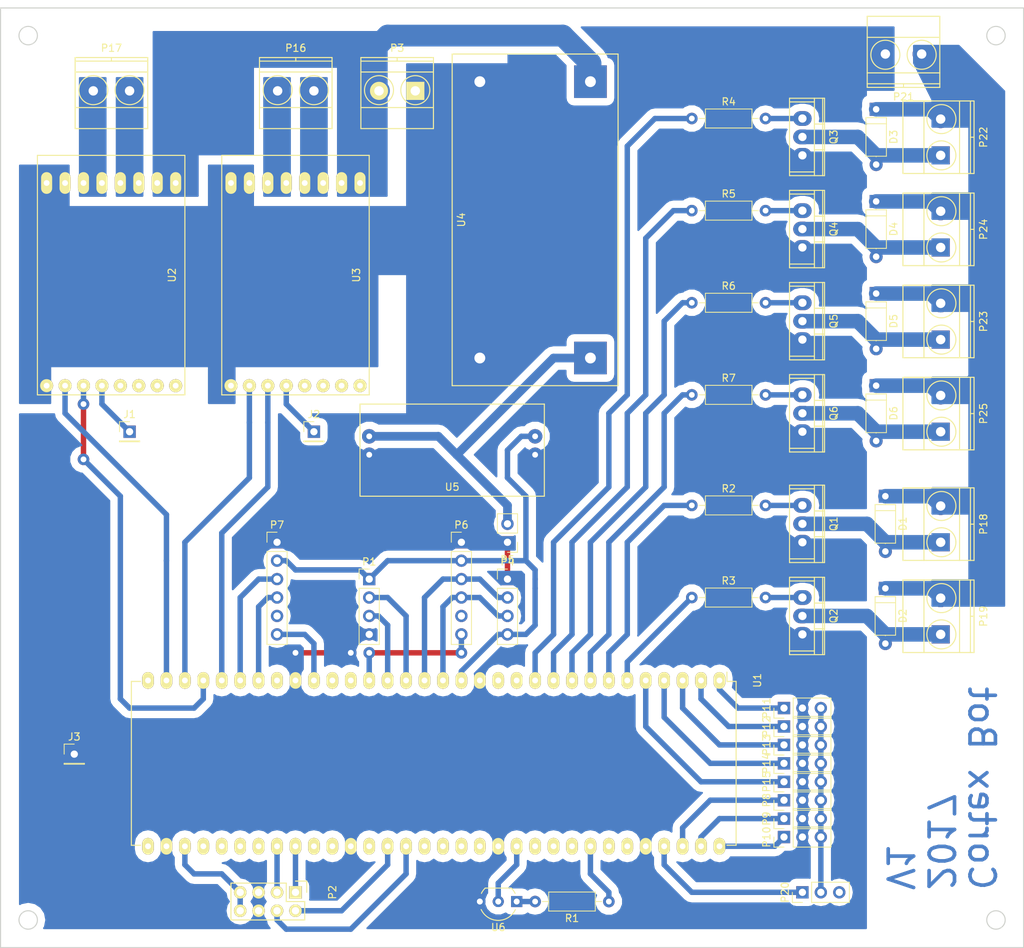
<source format=kicad_pcb>
(kicad_pcb (version 4) (host pcbnew 4.0.6-e0-6349~53~ubuntu16.04.1)

  (general
    (links 151)
    (no_connects 20)
    (area 32.944999 26.715 174.065001 157.555001)
    (thickness 1.6)
    (drawings 9)
    (tracks 252)
    (zones 0)
    (modules 53)
    (nets 84)
  )

  (page A4)
  (layers
    (0 F.Cu signal)
    (31 B.Cu signal)
    (32 B.Adhes user)
    (33 F.Adhes user)
    (34 B.Paste user)
    (35 F.Paste user)
    (36 B.SilkS user)
    (37 F.SilkS user)
    (38 B.Mask user)
    (39 F.Mask user)
    (40 Dwgs.User user)
    (41 Cmts.User user)
    (42 Eco1.User user)
    (43 Eco2.User user)
    (44 Edge.Cuts user)
    (45 Margin user)
    (46 B.CrtYd user)
    (47 F.CrtYd user)
    (48 B.Fab user)
    (49 F.Fab user)
  )

  (setup
    (last_trace_width 0.75)
    (trace_clearance 0.2)
    (zone_clearance 1.016)
    (zone_45_only no)
    (trace_min 0.2)
    (segment_width 0.2)
    (edge_width 0.15)
    (via_size 1.6)
    (via_drill 0.8)
    (via_min_size 0.4)
    (via_min_drill 0.3)
    (uvia_size 0.3)
    (uvia_drill 0.1)
    (uvias_allowed no)
    (uvia_min_size 0.2)
    (uvia_min_drill 0.1)
    (pcb_text_width 0.3)
    (pcb_text_size 1.5 1.5)
    (mod_edge_width 0.15)
    (mod_text_size 1 1)
    (mod_text_width 0.15)
    (pad_size 1.524 1.524)
    (pad_drill 0.762)
    (pad_to_mask_clearance 0.2)
    (aux_axis_origin 0 0)
    (grid_origin 35.56 135.89)
    (visible_elements FFFFFF7F)
    (pcbplotparams
      (layerselection 0x00030_80000001)
      (usegerberextensions false)
      (excludeedgelayer true)
      (linewidth 0.100000)
      (plotframeref false)
      (viasonmask false)
      (mode 1)
      (useauxorigin false)
      (hpglpennumber 1)
      (hpglpenspeed 20)
      (hpglpendiameter 15)
      (hpglpenoverlay 2)
      (psnegative false)
      (psa4output false)
      (plotreference true)
      (plotvalue true)
      (plotinvisibletext false)
      (padsonsilk false)
      (subtractmaskfromsilk false)
      (outputformat 1)
      (mirror false)
      (drillshape 1)
      (scaleselection 1)
      (outputdirectory ""))
  )

  (net 0 "")
  (net 1 "Net-(U1-Pad12)")
  (net 2 "Net-(U1-Pad13)")
  (net 3 "Net-(U1-Pad21)")
  (net 4 "Net-(U1-Pad22)")
  (net 5 "Net-(U1-Pad32)")
  (net 6 "Net-(U1-Pad33)")
  (net 7 "Net-(U1-Pad38)")
  (net 8 "Net-(U1-Pad42)")
  (net 9 "Net-(U1-Pad43)")
  (net 10 "Net-(U1-Pad48)")
  (net 11 "Net-(U1-Pad49)")
  (net 12 "Net-(U1-Pad50)")
  (net 13 "Net-(U1-Pad51)")
  (net 14 "Net-(U1-Pad54)")
  (net 15 "Net-(U1-Pad55)")
  (net 16 "Net-(U1-Pad56)")
  (net 17 "Net-(U1-Pad58)")
  (net 18 "Net-(U1-Pad59)")
  (net 19 "Net-(U2-Pad13)")
  (net 20 "Net-(U2-Pad14)")
  (net 21 "Net-(U3-Pad13)")
  (net 22 "Net-(U3-Pad14)")
  (net 23 +24V)
  (net 24 GND)
  (net 25 +3V3)
  (net 26 /Sheet_Connectors/UART_DBG_TXD)
  (net 27 /Sheet_Connectors/UART_DBG_RXD)
  (net 28 ENCB_L)
  (net 29 ENCB_R)
  (net 30 ENCA_L)
  (net 31 ENCA_R)
  (net 32 /Sheet_MCU/DIR_L)
  (net 33 /Sheet_MCU/DIR_R)
  (net 34 /Sheet_MCU/PWM_L)
  (net 35 /Sheet_MCU/PWM_R)
  (net 36 "Net-(U1-Pad39)")
  (net 37 "Net-(R1-Pad1)")
  (net 38 "Net-(R1-Pad2)")
  (net 39 /Sheet_Connectors/SCL_C)
  (net 40 /Sheet_Connectors/SDA_C)
  (net 41 "Net-(P6-Pad5)")
  (net 42 /Sheet_Connectors/RGB_LEDEN_L)
  (net 43 /Sheet_Connectors/SCL_D)
  (net 44 /Sheet_Connectors/SDA_D)
  (net 45 "Net-(P7-Pad5)")
  (net 46 /Sheet_Connectors/RGB_LEDEN_R)
  (net 47 IR_VIN_0)
  (net 48 IR_VIN_1)
  (net 49 IR_VIN_2)
  (net 50 IR_VIN_3)
  (net 51 IR_VIN_4)
  (net 52 IR_VIN_5)
  (net 53 IR_VIN_6)
  (net 54 IR_VIN_7)
  (net 55 OUTA_R)
  (net 56 OUTB_L)
  (net 57 OUTA_L)
  (net 58 OUTB_R)
  (net 59 "Net-(U1-Pad36)")
  (net 60 "Net-(U1-Pad37)")
  (net 61 "Net-(Q1-Pad1)")
  (net 62 "Net-(Q2-Pad1)")
  (net 63 /Sheet_MCU/CMD_ARMMOTOR_L)
  (net 64 /Sheet_MCU/CMD_ARMMOTOR_R)
  (net 65 OUTP_ARMMOTOR_L)
  (net 66 OUTN_ARMMOTOR_L)
  (net 67 OUTN_ARMMOTOR_R)
  (net 68 IR_VCC)
  (net 69 "Net-(J1-Pad1)")
  (net 70 "Net-(J2-Pad1)")
  (net 71 OUTN_PUMP_TL)
  (net 72 OUTN_PUMP_TR)
  (net 73 OUTN_PUMP_BL)
  (net 74 OUTN_PUMP_BR)
  (net 75 "Net-(Q3-Pad1)")
  (net 76 "Net-(Q4-Pad1)")
  (net 77 "Net-(Q5-Pad1)")
  (net 78 "Net-(Q6-Pad1)")
  (net 79 /Sheet_MCU/CMD_PUMP_TL)
  (net 80 /Sheet_MCU/CMD_PUMP_TR)
  (net 81 /Sheet_MCU/CMD_PUMP_BL)
  (net 82 /Sheet_MCU/CMD_PUMP_BR)
  (net 83 +5V)

  (net_class Default "This is the default net class."
    (clearance 0.2)
    (trace_width 0.75)
    (via_dia 1.6)
    (via_drill 0.8)
    (uvia_dia 0.3)
    (uvia_drill 0.1)
    (add_net +3V3)
    (add_net /Sheet_Connectors/RGB_LEDEN_L)
    (add_net /Sheet_Connectors/RGB_LEDEN_R)
    (add_net /Sheet_Connectors/SCL_C)
    (add_net /Sheet_Connectors/SCL_D)
    (add_net /Sheet_Connectors/SDA_C)
    (add_net /Sheet_Connectors/SDA_D)
    (add_net /Sheet_Connectors/UART_DBG_RXD)
    (add_net /Sheet_Connectors/UART_DBG_TXD)
    (add_net /Sheet_MCU/CMD_ARMMOTOR_L)
    (add_net /Sheet_MCU/CMD_ARMMOTOR_R)
    (add_net /Sheet_MCU/CMD_PUMP_BL)
    (add_net /Sheet_MCU/CMD_PUMP_BR)
    (add_net /Sheet_MCU/CMD_PUMP_TL)
    (add_net /Sheet_MCU/CMD_PUMP_TR)
    (add_net /Sheet_MCU/DIR_L)
    (add_net /Sheet_MCU/DIR_R)
    (add_net /Sheet_MCU/PWM_L)
    (add_net /Sheet_MCU/PWM_R)
    (add_net ENCA_L)
    (add_net ENCA_R)
    (add_net ENCB_L)
    (add_net ENCB_R)
    (add_net GND)
    (add_net IR_VCC)
    (add_net IR_VIN_0)
    (add_net IR_VIN_1)
    (add_net IR_VIN_2)
    (add_net IR_VIN_3)
    (add_net IR_VIN_4)
    (add_net IR_VIN_5)
    (add_net IR_VIN_6)
    (add_net IR_VIN_7)
    (add_net "Net-(J1-Pad1)")
    (add_net "Net-(J2-Pad1)")
    (add_net "Net-(P6-Pad5)")
    (add_net "Net-(P7-Pad5)")
    (add_net "Net-(Q1-Pad1)")
    (add_net "Net-(Q2-Pad1)")
    (add_net "Net-(Q3-Pad1)")
    (add_net "Net-(Q4-Pad1)")
    (add_net "Net-(Q5-Pad1)")
    (add_net "Net-(Q6-Pad1)")
    (add_net "Net-(R1-Pad1)")
    (add_net "Net-(R1-Pad2)")
    (add_net "Net-(U1-Pad12)")
    (add_net "Net-(U1-Pad13)")
    (add_net "Net-(U1-Pad21)")
    (add_net "Net-(U1-Pad22)")
    (add_net "Net-(U1-Pad32)")
    (add_net "Net-(U1-Pad33)")
    (add_net "Net-(U1-Pad36)")
    (add_net "Net-(U1-Pad37)")
    (add_net "Net-(U1-Pad38)")
    (add_net "Net-(U1-Pad39)")
    (add_net "Net-(U1-Pad42)")
    (add_net "Net-(U1-Pad43)")
    (add_net "Net-(U1-Pad48)")
    (add_net "Net-(U1-Pad49)")
    (add_net "Net-(U1-Pad50)")
    (add_net "Net-(U1-Pad51)")
    (add_net "Net-(U1-Pad54)")
    (add_net "Net-(U1-Pad55)")
    (add_net "Net-(U1-Pad56)")
    (add_net "Net-(U1-Pad58)")
    (add_net "Net-(U1-Pad59)")
    (add_net "Net-(U2-Pad13)")
    (add_net "Net-(U2-Pad14)")
    (add_net "Net-(U3-Pad13)")
    (add_net "Net-(U3-Pad14)")
  )

  (net_class BigPower ""
    (clearance 0.2)
    (trace_width 3)
    (via_dia 0.6)
    (via_drill 0.4)
    (uvia_dia 0.3)
    (uvia_drill 0.1)
    (add_net +24V)
    (add_net OUTA_L)
    (add_net OUTA_R)
    (add_net OUTB_L)
    (add_net OUTB_R)
  )

  (net_class MedPower2mm ""
    (clearance 0.2)
    (trace_width 2)
    (via_dia 1.6)
    (via_drill 0.8)
    (uvia_dia 0.3)
    (uvia_drill 0.1)
    (add_net OUTN_ARMMOTOR_L)
    (add_net OUTN_ARMMOTOR_R)
    (add_net OUTN_PUMP_BL)
    (add_net OUTN_PUMP_BR)
    (add_net OUTN_PUMP_TL)
    (add_net OUTN_PUMP_TR)
    (add_net OUTP_ARMMOTOR_L)
  )

  (net_class Power ""
    (clearance 0.2)
    (trace_width 1.2)
    (via_dia 1.6)
    (via_drill 0.8)
    (uvia_dia 0.3)
    (uvia_drill 0.1)
    (add_net +5V)
  )

  (module Terminal_Blocks:TerminalBlock_Pheonix_MKDS1.5-2pol (layer F.Cu) (tedit 563007E4) (tstamp 58B2E8F7)
    (at 162.56 114.3 90)
    (descr "2-way 5mm pitch terminal block, Phoenix MKDS series")
    (path /57A0BF17/58B2F7B1)
    (fp_text reference P19 (at 2.5 5.9 90) (layer F.SilkS)
      (effects (font (size 1 1) (thickness 0.15)))
    )
    (fp_text value CONN_01X02 (at 2.5 -6.6 90) (layer F.Fab)
      (effects (font (size 1 1) (thickness 0.15)))
    )
    (fp_line (start -2.7 -5.4) (end 7.7 -5.4) (layer F.CrtYd) (width 0.05))
    (fp_line (start -2.7 4.8) (end -2.7 -5.4) (layer F.CrtYd) (width 0.05))
    (fp_line (start 7.7 4.8) (end -2.7 4.8) (layer F.CrtYd) (width 0.05))
    (fp_line (start 7.7 -5.4) (end 7.7 4.8) (layer F.CrtYd) (width 0.05))
    (fp_line (start 2.5 4.1) (end 2.5 4.6) (layer F.SilkS) (width 0.15))
    (fp_circle (center 5 0.1) (end 3 0.1) (layer F.SilkS) (width 0.15))
    (fp_circle (center 0 0.1) (end 2 0.1) (layer F.SilkS) (width 0.15))
    (fp_line (start -2.5 2.6) (end 7.5 2.6) (layer F.SilkS) (width 0.15))
    (fp_line (start -2.5 -2.3) (end 7.5 -2.3) (layer F.SilkS) (width 0.15))
    (fp_line (start -2.5 4.1) (end 7.5 4.1) (layer F.SilkS) (width 0.15))
    (fp_line (start -2.5 4.6) (end 7.5 4.6) (layer F.SilkS) (width 0.15))
    (fp_line (start 7.5 4.6) (end 7.5 -5.2) (layer F.SilkS) (width 0.15))
    (fp_line (start 7.5 -5.2) (end -2.5 -5.2) (layer F.SilkS) (width 0.15))
    (fp_line (start -2.5 -5.2) (end -2.5 4.6) (layer F.SilkS) (width 0.15))
    (pad 1 thru_hole rect (at 0 0 90) (size 2.5 2.5) (drill 1.3) (layers *.Cu *.Mask)
      (net 67 OUTN_ARMMOTOR_R))
    (pad 2 thru_hole circle (at 5 0 90) (size 2.5 2.5) (drill 1.3) (layers *.Cu *.Mask)
      (net 65 OUTP_ARMMOTOR_L))
    (model Terminal_Blocks.3dshapes/TerminalBlock_Pheonix_MKDS1.5-2pol.wrl
      (at (xyz 0.0984 0 0))
      (scale (xyz 1 1 1))
      (rotate (xyz 0 0 0))
    )
  )

  (module Housings_DIP:DIP-64_W22.86mm_LongPads (layer F.Cu) (tedit 54130A77) (tstamp 5796FEB1)
    (at 132.08 120.65 270)
    (descr "64-lead dip package, row spacing 22.86 mm (900 mils), longer pads")
    (tags "dil dip 2.54 900")
    (path /57A04579/57A048FF)
    (fp_text reference U1 (at 0 -5.22 270) (layer F.SilkS)
      (effects (font (size 1 1) (thickness 0.15)))
    )
    (fp_text value socket_leon_x3_dil64 (at 0 -3.72 270) (layer F.Fab)
      (effects (font (size 1 1) (thickness 0.15)))
    )
    (fp_line (start -1.4 -2.45) (end -1.4 81.2) (layer F.CrtYd) (width 0.05))
    (fp_line (start 24.25 -2.45) (end 24.25 81.2) (layer F.CrtYd) (width 0.05))
    (fp_line (start -1.4 -2.45) (end 24.25 -2.45) (layer F.CrtYd) (width 0.05))
    (fp_line (start -1.4 81.2) (end 24.25 81.2) (layer F.CrtYd) (width 0.05))
    (fp_line (start 0.135 -2.295) (end 0.135 -1.025) (layer F.SilkS) (width 0.15))
    (fp_line (start 22.725 -2.295) (end 22.725 -1.025) (layer F.SilkS) (width 0.15))
    (fp_line (start 22.725 81.035) (end 22.725 79.765) (layer F.SilkS) (width 0.15))
    (fp_line (start 0.135 81.035) (end 0.135 79.765) (layer F.SilkS) (width 0.15))
    (fp_line (start 0.135 -2.295) (end 22.725 -2.295) (layer F.SilkS) (width 0.15))
    (fp_line (start 0.135 81.035) (end 22.725 81.035) (layer F.SilkS) (width 0.15))
    (fp_line (start 0.135 -1.025) (end -1.15 -1.025) (layer F.SilkS) (width 0.15))
    (pad 1 thru_hole oval (at 0 0 270) (size 2.3 1.6) (drill 0.8) (layers *.Cu *.Mask F.SilkS)
      (net 50 IR_VIN_3))
    (pad 2 thru_hole oval (at 0 2.54 270) (size 2.3 1.6) (drill 0.8) (layers *.Cu *.Mask F.SilkS)
      (net 51 IR_VIN_4))
    (pad 3 thru_hole oval (at 0 5.08 270) (size 2.3 1.6) (drill 0.8) (layers *.Cu *.Mask F.SilkS)
      (net 52 IR_VIN_5))
    (pad 4 thru_hole oval (at 0 7.62 270) (size 2.3 1.6) (drill 0.8) (layers *.Cu *.Mask F.SilkS)
      (net 53 IR_VIN_6))
    (pad 5 thru_hole oval (at 0 10.16 270) (size 2.3 1.6) (drill 0.8) (layers *.Cu *.Mask F.SilkS)
      (net 54 IR_VIN_7))
    (pad 6 thru_hole oval (at 0 12.7 270) (size 2.3 1.6) (drill 0.8) (layers *.Cu *.Mask F.SilkS)
      (net 64 /Sheet_MCU/CMD_ARMMOTOR_R))
    (pad 7 thru_hole oval (at 0 15.24 270) (size 2.3 1.6) (drill 0.8) (layers *.Cu *.Mask F.SilkS)
      (net 63 /Sheet_MCU/CMD_ARMMOTOR_L))
    (pad 8 thru_hole oval (at 0 17.78 270) (size 2.3 1.6) (drill 0.8) (layers *.Cu *.Mask F.SilkS)
      (net 82 /Sheet_MCU/CMD_PUMP_BR))
    (pad 9 thru_hole oval (at 0 20.32 270) (size 2.3 1.6) (drill 0.8) (layers *.Cu *.Mask F.SilkS)
      (net 81 /Sheet_MCU/CMD_PUMP_BL))
    (pad 10 thru_hole oval (at 0 22.86 270) (size 2.3 1.6) (drill 0.8) (layers *.Cu *.Mask F.SilkS)
      (net 80 /Sheet_MCU/CMD_PUMP_TR))
    (pad 11 thru_hole oval (at 0 25.4 270) (size 2.3 1.6) (drill 0.8) (layers *.Cu *.Mask F.SilkS)
      (net 79 /Sheet_MCU/CMD_PUMP_TL))
    (pad 12 thru_hole oval (at 0 27.94 270) (size 2.3 1.6) (drill 0.8) (layers *.Cu *.Mask F.SilkS)
      (net 1 "Net-(U1-Pad12)"))
    (pad 13 thru_hole oval (at 0 30.48 270) (size 2.3 1.6) (drill 0.8) (layers *.Cu *.Mask F.SilkS)
      (net 2 "Net-(U1-Pad13)"))
    (pad 14 thru_hole oval (at 0 33.02 270) (size 2.3 1.6) (drill 0.8) (layers *.Cu *.Mask F.SilkS)
      (net 24 GND))
    (pad 15 thru_hole oval (at 0 35.56 270) (size 2.3 1.6) (drill 0.8) (layers *.Cu *.Mask F.SilkS)
      (net 25 +3V3))
    (pad 16 thru_hole oval (at 0 38.1 270) (size 2.3 1.6) (drill 0.8) (layers *.Cu *.Mask F.SilkS)
      (net 40 /Sheet_Connectors/SDA_C))
    (pad 17 thru_hole oval (at 0 40.64 270) (size 2.3 1.6) (drill 0.8) (layers *.Cu *.Mask F.SilkS)
      (net 39 /Sheet_Connectors/SCL_C))
    (pad 18 thru_hole oval (at 0 43.18 270) (size 2.3 1.6) (drill 0.8) (layers *.Cu *.Mask F.SilkS)
      (net 26 /Sheet_Connectors/UART_DBG_TXD))
    (pad 19 thru_hole oval (at 0 45.72 270) (size 2.3 1.6) (drill 0.8) (layers *.Cu *.Mask F.SilkS)
      (net 27 /Sheet_Connectors/UART_DBG_RXD))
    (pad 20 thru_hole oval (at 0 48.26 270) (size 2.3 1.6) (drill 0.8) (layers *.Cu *.Mask F.SilkS)
      (net 42 /Sheet_Connectors/RGB_LEDEN_L))
    (pad 21 thru_hole oval (at 0 50.8 270) (size 2.3 1.6) (drill 0.8) (layers *.Cu *.Mask F.SilkS)
      (net 3 "Net-(U1-Pad21)"))
    (pad 22 thru_hole oval (at 0 53.34 270) (size 2.3 1.6) (drill 0.8) (layers *.Cu *.Mask F.SilkS)
      (net 4 "Net-(U1-Pad22)"))
    (pad 23 thru_hole oval (at 0 55.88 270) (size 2.3 1.6) (drill 0.8) (layers *.Cu *.Mask F.SilkS)
      (net 46 /Sheet_Connectors/RGB_LEDEN_R))
    (pad 24 thru_hole oval (at 0 58.42 270) (size 2.3 1.6) (drill 0.8) (layers *.Cu *.Mask F.SilkS)
      (net 24 GND))
    (pad 25 thru_hole oval (at 0 60.96 270) (size 2.3 1.6) (drill 0.8) (layers *.Cu *.Mask F.SilkS)
      (net 25 +3V3))
    (pad 26 thru_hole oval (at 0 63.5 270) (size 2.3 1.6) (drill 0.8) (layers *.Cu *.Mask F.SilkS)
      (net 44 /Sheet_Connectors/SDA_D))
    (pad 27 thru_hole oval (at 0 66.04 270) (size 2.3 1.6) (drill 0.8) (layers *.Cu *.Mask F.SilkS)
      (net 43 /Sheet_Connectors/SCL_D))
    (pad 28 thru_hole oval (at 0 68.58 270) (size 2.3 1.6) (drill 0.8) (layers *.Cu *.Mask F.SilkS)
      (net 35 /Sheet_MCU/PWM_R))
    (pad 29 thru_hole oval (at 0 71.12 270) (size 2.3 1.6) (drill 0.8) (layers *.Cu *.Mask F.SilkS)
      (net 34 /Sheet_MCU/PWM_L))
    (pad 30 thru_hole oval (at 0 73.66 270) (size 2.3 1.6) (drill 0.8) (layers *.Cu *.Mask F.SilkS)
      (net 33 /Sheet_MCU/DIR_R))
    (pad 31 thru_hole oval (at 0 76.2 270) (size 2.3 1.6) (drill 0.8) (layers *.Cu *.Mask F.SilkS)
      (net 32 /Sheet_MCU/DIR_L))
    (pad 32 thru_hole oval (at 0 78.74 270) (size 2.3 1.6) (drill 0.8) (layers *.Cu *.Mask F.SilkS)
      (net 5 "Net-(U1-Pad32)"))
    (pad 33 thru_hole oval (at 22.86 78.74 270) (size 2.3 1.6) (drill 0.8) (layers *.Cu *.Mask F.SilkS)
      (net 6 "Net-(U1-Pad33)"))
    (pad 34 thru_hole oval (at 22.86 76.2 270) (size 2.3 1.6) (drill 0.8) (layers *.Cu *.Mask F.SilkS)
      (net 24 GND))
    (pad 35 thru_hole oval (at 22.86 73.66 270) (size 2.3 1.6) (drill 0.8) (layers *.Cu *.Mask F.SilkS)
      (net 25 +3V3))
    (pad 36 thru_hole oval (at 22.86 71.12 270) (size 2.3 1.6) (drill 0.8) (layers *.Cu *.Mask F.SilkS)
      (net 59 "Net-(U1-Pad36)"))
    (pad 37 thru_hole oval (at 22.86 68.58 270) (size 2.3 1.6) (drill 0.8) (layers *.Cu *.Mask F.SilkS)
      (net 60 "Net-(U1-Pad37)"))
    (pad 38 thru_hole oval (at 22.86 66.04 270) (size 2.3 1.6) (drill 0.8) (layers *.Cu *.Mask F.SilkS)
      (net 7 "Net-(U1-Pad38)"))
    (pad 39 thru_hole oval (at 22.86 63.5 270) (size 2.3 1.6) (drill 0.8) (layers *.Cu *.Mask F.SilkS)
      (net 36 "Net-(U1-Pad39)"))
    (pad 40 thru_hole oval (at 22.86 60.96 270) (size 2.3 1.6) (drill 0.8) (layers *.Cu *.Mask F.SilkS)
      (net 30 ENCA_L))
    (pad 41 thru_hole oval (at 22.86 58.42 270) (size 2.3 1.6) (drill 0.8) (layers *.Cu *.Mask F.SilkS)
      (net 28 ENCB_L))
    (pad 42 thru_hole oval (at 22.86 55.88 270) (size 2.3 1.6) (drill 0.8) (layers *.Cu *.Mask F.SilkS)
      (net 8 "Net-(U1-Pad42)"))
    (pad 43 thru_hole oval (at 22.86 53.34 270) (size 2.3 1.6) (drill 0.8) (layers *.Cu *.Mask F.SilkS)
      (net 9 "Net-(U1-Pad43)"))
    (pad 44 thru_hole oval (at 22.86 50.8 270) (size 2.3 1.6) (drill 0.8) (layers *.Cu *.Mask F.SilkS)
      (net 24 GND))
    (pad 45 thru_hole oval (at 22.86 48.26 270) (size 2.3 1.6) (drill 0.8) (layers *.Cu *.Mask F.SilkS)
      (net 25 +3V3))
    (pad 46 thru_hole oval (at 22.86 45.72 270) (size 2.3 1.6) (drill 0.8) (layers *.Cu *.Mask F.SilkS)
      (net 29 ENCB_R))
    (pad 47 thru_hole oval (at 22.86 43.18 270) (size 2.3 1.6) (drill 0.8) (layers *.Cu *.Mask F.SilkS)
      (net 31 ENCA_R))
    (pad 48 thru_hole oval (at 22.86 40.64 270) (size 2.3 1.6) (drill 0.8) (layers *.Cu *.Mask F.SilkS)
      (net 10 "Net-(U1-Pad48)"))
    (pad 49 thru_hole oval (at 22.86 38.1 270) (size 2.3 1.6) (drill 0.8) (layers *.Cu *.Mask F.SilkS)
      (net 11 "Net-(U1-Pad49)"))
    (pad 50 thru_hole oval (at 22.86 35.56 270) (size 2.3 1.6) (drill 0.8) (layers *.Cu *.Mask F.SilkS)
      (net 12 "Net-(U1-Pad50)"))
    (pad 51 thru_hole oval (at 22.86 33.02 270) (size 2.3 1.6) (drill 0.8) (layers *.Cu *.Mask F.SilkS)
      (net 13 "Net-(U1-Pad51)"))
    (pad 52 thru_hole oval (at 22.86 30.48 270) (size 2.3 1.6) (drill 0.8) (layers *.Cu *.Mask F.SilkS)
      (net 24 GND))
    (pad 53 thru_hole oval (at 22.86 27.94 270) (size 2.3 1.6) (drill 0.8) (layers *.Cu *.Mask F.SilkS)
      (net 25 +3V3))
    (pad 54 thru_hole oval (at 22.86 25.4 270) (size 2.3 1.6) (drill 0.8) (layers *.Cu *.Mask F.SilkS)
      (net 14 "Net-(U1-Pad54)"))
    (pad 55 thru_hole oval (at 22.86 22.86 270) (size 2.3 1.6) (drill 0.8) (layers *.Cu *.Mask F.SilkS)
      (net 15 "Net-(U1-Pad55)"))
    (pad 56 thru_hole oval (at 22.86 20.32 270) (size 2.3 1.6) (drill 0.8) (layers *.Cu *.Mask F.SilkS)
      (net 16 "Net-(U1-Pad56)"))
    (pad 57 thru_hole oval (at 22.86 17.78 270) (size 2.3 1.6) (drill 0.8) (layers *.Cu *.Mask F.SilkS)
      (net 37 "Net-(R1-Pad1)"))
    (pad 58 thru_hole oval (at 22.86 15.24 270) (size 2.3 1.6) (drill 0.8) (layers *.Cu *.Mask F.SilkS)
      (net 17 "Net-(U1-Pad58)"))
    (pad 59 thru_hole oval (at 22.86 12.7 270) (size 2.3 1.6) (drill 0.8) (layers *.Cu *.Mask F.SilkS)
      (net 18 "Net-(U1-Pad59)"))
    (pad 60 thru_hole oval (at 22.86 10.16 270) (size 2.3 1.6) (drill 0.8) (layers *.Cu *.Mask F.SilkS)
      (net 24 GND))
    (pad 61 thru_hole oval (at 22.86 7.62 270) (size 2.3 1.6) (drill 0.8) (layers *.Cu *.Mask F.SilkS)
      (net 25 +3V3))
    (pad 62 thru_hole oval (at 22.86 5.08 270) (size 2.3 1.6) (drill 0.8) (layers *.Cu *.Mask F.SilkS)
      (net 47 IR_VIN_0))
    (pad 63 thru_hole oval (at 22.86 2.54 270) (size 2.3 1.6) (drill 0.8) (layers *.Cu *.Mask F.SilkS)
      (net 48 IR_VIN_1))
    (pad 64 thru_hole oval (at 22.86 0 270) (size 2.3 1.6) (drill 0.8) (layers *.Cu *.Mask F.SilkS)
      (net 49 IR_VIN_2))
    (model Housings_DIP.3dshapes/DIP-64_W22.86mm_LongPads.wrl
      (at (xyz 0 0 0))
      (scale (xyz 1 1 1))
      (rotate (xyz 0 0 0))
    )
  )

  (module bot_parts:pololu_24v12_dip (layer F.Cu) (tedit 579CA5B5) (tstamp 579CA71C)
    (at 73.66 64.77 270)
    (path /57A060D2/57A0643A)
    (fp_text reference U3 (at 0 -8.39 270) (layer F.SilkS)
      (effects (font (size 1 1) (thickness 0.15)))
    )
    (fp_text value socket_pololu_24v12 (at 0 8.39 270) (layer F.Fab)
      (effects (font (size 1 1) (thickness 0.15)))
    )
    (fp_line (start -16.51 -10.16) (end 16.51 -10.16) (layer F.SilkS) (width 0.15))
    (fp_line (start 16.51 -10.16) (end 16.51 10.16) (layer F.SilkS) (width 0.15))
    (fp_line (start 16.51 10.16) (end -16.51 10.16) (layer F.SilkS) (width 0.15))
    (fp_line (start -16.51 10.16) (end -16.51 -10.16) (layer F.SilkS) (width 0.15))
    (pad 1 thru_hole oval (at -12.7 -8.89 270) (size 3 1.524) (drill 0.8) (layers *.Cu *.Mask F.SilkS)
      (net 23 +24V))
    (pad 2 thru_hole oval (at -12.7 -6.35 270) (size 3 1.524) (drill 0.8) (layers *.Cu *.Mask F.SilkS)
      (net 23 +24V))
    (pad 3 thru_hole oval (at -12.7 -3.81 270) (size 3 1.524) (drill 0.8) (layers *.Cu *.Mask F.SilkS)
      (net 55 OUTA_R))
    (pad 4 thru_hole oval (at -12.7 -1.27 270) (size 3 1.524) (drill 0.8) (layers *.Cu *.Mask F.SilkS)
      (net 55 OUTA_R))
    (pad 5 thru_hole oval (at -12.7 1.27 270) (size 3 1.524) (drill 0.8) (layers *.Cu *.Mask F.SilkS)
      (net 58 OUTB_R))
    (pad 6 thru_hole oval (at -12.7 3.81 270) (size 3 1.524) (drill 0.8) (layers *.Cu *.Mask F.SilkS)
      (net 58 OUTB_R))
    (pad 7 thru_hole oval (at -12.7 6.35 270) (size 3 1.524) (drill 0.8) (layers *.Cu *.Mask F.SilkS)
      (net 24 GND))
    (pad 8 thru_hole oval (at -12.7 8.89 270) (size 3 1.524) (drill 0.8) (layers *.Cu *.Mask F.SilkS)
      (net 24 GND))
    (pad 9 thru_hole circle (at 15.24 8.89 270) (size 1.8 1.8) (drill 0.8) (layers *.Cu *.Mask F.SilkS)
      (net 24 GND))
    (pad 10 thru_hole circle (at 15.24 6.35 270) (size 1.8 1.8) (drill 0.8) (layers *.Cu *.Mask F.SilkS)
      (net 33 /Sheet_MCU/DIR_R))
    (pad 11 thru_hole circle (at 15.24 3.81 270) (size 1.8 1.8) (drill 0.8) (layers *.Cu *.Mask F.SilkS)
      (net 35 /Sheet_MCU/PWM_R))
    (pad 12 thru_hole circle (at 15.24 1.27 270) (size 1.8 1.8) (drill 0.8) (layers *.Cu *.Mask F.SilkS)
      (net 70 "Net-(J2-Pad1)"))
    (pad 13 thru_hole circle (at 15.24 -1.27 270) (size 1.8 1.8) (drill 0.8) (layers *.Cu *.Mask F.SilkS)
      (net 21 "Net-(U3-Pad13)"))
    (pad 14 thru_hole circle (at 15.24 -3.81 270) (size 1.8 1.8) (drill 0.8) (layers *.Cu *.Mask F.SilkS)
      (net 22 "Net-(U3-Pad14)"))
    (pad 15 thru_hole circle (at 15.24 -6.35 270) (size 1.8 1.8) (drill 0.8) (layers *.Cu *.Mask F.SilkS)
      (net 23 +24V))
    (pad 16 thru_hole circle (at 15.24 -8.89 270) (size 1.8 1.8) (drill 0.8) (layers *.Cu *.Mask F.SilkS)
      (net 23 +24V))
  )

  (module bot_parts:pololu_24v12_dip (layer F.Cu) (tedit 579CA5B5) (tstamp 579CA704)
    (at 48.26 64.77 270)
    (path /57A060D2/57A063FB)
    (fp_text reference U2 (at 0 -8.39 270) (layer F.SilkS)
      (effects (font (size 1 1) (thickness 0.15)))
    )
    (fp_text value socket_pololu_24v12 (at 0 8.39 270) (layer F.Fab)
      (effects (font (size 1 1) (thickness 0.15)))
    )
    (fp_line (start -16.51 -10.16) (end 16.51 -10.16) (layer F.SilkS) (width 0.15))
    (fp_line (start 16.51 -10.16) (end 16.51 10.16) (layer F.SilkS) (width 0.15))
    (fp_line (start 16.51 10.16) (end -16.51 10.16) (layer F.SilkS) (width 0.15))
    (fp_line (start -16.51 10.16) (end -16.51 -10.16) (layer F.SilkS) (width 0.15))
    (pad 1 thru_hole oval (at -12.7 -8.89 270) (size 3 1.524) (drill 0.8) (layers *.Cu *.Mask F.SilkS)
      (net 23 +24V))
    (pad 2 thru_hole oval (at -12.7 -6.35 270) (size 3 1.524) (drill 0.8) (layers *.Cu *.Mask F.SilkS)
      (net 23 +24V))
    (pad 3 thru_hole oval (at -12.7 -3.81 270) (size 3 1.524) (drill 0.8) (layers *.Cu *.Mask F.SilkS)
      (net 57 OUTA_L))
    (pad 4 thru_hole oval (at -12.7 -1.27 270) (size 3 1.524) (drill 0.8) (layers *.Cu *.Mask F.SilkS)
      (net 57 OUTA_L))
    (pad 5 thru_hole oval (at -12.7 1.27 270) (size 3 1.524) (drill 0.8) (layers *.Cu *.Mask F.SilkS)
      (net 56 OUTB_L))
    (pad 6 thru_hole oval (at -12.7 3.81 270) (size 3 1.524) (drill 0.8) (layers *.Cu *.Mask F.SilkS)
      (net 56 OUTB_L))
    (pad 7 thru_hole oval (at -12.7 6.35 270) (size 3 1.524) (drill 0.8) (layers *.Cu *.Mask F.SilkS)
      (net 24 GND))
    (pad 8 thru_hole oval (at -12.7 8.89 270) (size 3 1.524) (drill 0.8) (layers *.Cu *.Mask F.SilkS)
      (net 24 GND))
    (pad 9 thru_hole circle (at 15.24 8.89 270) (size 1.8 1.8) (drill 0.8) (layers *.Cu *.Mask F.SilkS)
      (net 24 GND))
    (pad 10 thru_hole circle (at 15.24 6.35 270) (size 1.8 1.8) (drill 0.8) (layers *.Cu *.Mask F.SilkS)
      (net 32 /Sheet_MCU/DIR_L))
    (pad 11 thru_hole circle (at 15.24 3.81 270) (size 1.8 1.8) (drill 0.8) (layers *.Cu *.Mask F.SilkS)
      (net 34 /Sheet_MCU/PWM_L))
    (pad 12 thru_hole circle (at 15.24 1.27 270) (size 1.8 1.8) (drill 0.8) (layers *.Cu *.Mask F.SilkS)
      (net 69 "Net-(J1-Pad1)"))
    (pad 13 thru_hole circle (at 15.24 -1.27 270) (size 1.8 1.8) (drill 0.8) (layers *.Cu *.Mask F.SilkS)
      (net 19 "Net-(U2-Pad13)"))
    (pad 14 thru_hole circle (at 15.24 -3.81 270) (size 1.8 1.8) (drill 0.8) (layers *.Cu *.Mask F.SilkS)
      (net 20 "Net-(U2-Pad14)"))
    (pad 15 thru_hole circle (at 15.24 -6.35 270) (size 1.8 1.8) (drill 0.8) (layers *.Cu *.Mask F.SilkS)
      (net 23 +24V))
    (pad 16 thru_hole circle (at 15.24 -8.89 270) (size 1.8 1.8) (drill 0.8) (layers *.Cu *.Mask F.SilkS)
      (net 23 +24V))
  )

  (module Pin_Headers:Pin_Header_Straight_2x04 (layer F.Cu) (tedit 0) (tstamp 57A19B5B)
    (at 73.66 149.86 270)
    (descr "Through hole pin header")
    (tags "pin header")
    (path /57A0BF17/57A0C541)
    (fp_text reference P2 (at 0 -5.1 270) (layer F.SilkS)
      (effects (font (size 1 1) (thickness 0.15)))
    )
    (fp_text value CONN_02X04 (at 0 -3.1 270) (layer F.Fab)
      (effects (font (size 1 1) (thickness 0.15)))
    )
    (fp_line (start -1.75 -1.75) (end -1.75 9.4) (layer F.CrtYd) (width 0.05))
    (fp_line (start 4.3 -1.75) (end 4.3 9.4) (layer F.CrtYd) (width 0.05))
    (fp_line (start -1.75 -1.75) (end 4.3 -1.75) (layer F.CrtYd) (width 0.05))
    (fp_line (start -1.75 9.4) (end 4.3 9.4) (layer F.CrtYd) (width 0.05))
    (fp_line (start -1.27 1.27) (end -1.27 8.89) (layer F.SilkS) (width 0.15))
    (fp_line (start -1.27 8.89) (end 3.81 8.89) (layer F.SilkS) (width 0.15))
    (fp_line (start 3.81 8.89) (end 3.81 -1.27) (layer F.SilkS) (width 0.15))
    (fp_line (start 3.81 -1.27) (end 1.27 -1.27) (layer F.SilkS) (width 0.15))
    (fp_line (start 0 -1.55) (end -1.55 -1.55) (layer F.SilkS) (width 0.15))
    (fp_line (start 1.27 -1.27) (end 1.27 1.27) (layer F.SilkS) (width 0.15))
    (fp_line (start 1.27 1.27) (end -1.27 1.27) (layer F.SilkS) (width 0.15))
    (fp_line (start -1.55 -1.55) (end -1.55 0) (layer F.SilkS) (width 0.15))
    (pad 1 thru_hole rect (at 0 0 270) (size 1.7272 1.7272) (drill 1.016) (layers *.Cu *.Mask F.SilkS)
      (net 28 ENCB_L))
    (pad 2 thru_hole oval (at 2.54 0 270) (size 1.7272 1.7272) (drill 1.016) (layers *.Cu *.Mask F.SilkS)
      (net 29 ENCB_R))
    (pad 3 thru_hole oval (at 0 2.54 270) (size 1.7272 1.7272) (drill 1.016) (layers *.Cu *.Mask F.SilkS)
      (net 30 ENCA_L))
    (pad 4 thru_hole oval (at 2.54 2.54 270) (size 1.7272 1.7272) (drill 1.016) (layers *.Cu *.Mask F.SilkS)
      (net 31 ENCA_R))
    (pad 5 thru_hole oval (at 0 5.08 270) (size 1.7272 1.7272) (drill 1.016) (layers *.Cu *.Mask F.SilkS)
      (net 24 GND))
    (pad 6 thru_hole oval (at 2.54 5.08 270) (size 1.7272 1.7272) (drill 1.016) (layers *.Cu *.Mask F.SilkS)
      (net 24 GND))
    (pad 7 thru_hole oval (at 0 7.62 270) (size 1.7272 1.7272) (drill 1.016) (layers *.Cu *.Mask F.SilkS)
      (net 25 +3V3))
    (pad 8 thru_hole oval (at 2.54 7.62 270) (size 1.7272 1.7272) (drill 1.016) (layers *.Cu *.Mask F.SilkS)
      (net 25 +3V3))
    (model Pin_Headers.3dshapes/Pin_Header_Straight_2x04.wrl
      (at (xyz 0.05 -0.15 0))
      (scale (xyz 1 1 1))
      (rotate (xyz 0 0 90))
    )
  )

  (module Terminal_Blocks:TerminalBlock_Pheonix_MKDS1.5-2pol (layer F.Cu) (tedit 563007E4) (tstamp 5801F22E)
    (at 90.17 39.37 180)
    (descr "2-way 5mm pitch terminal block, Phoenix MKDS series")
    (path /57A0BF17/58020DF9)
    (fp_text reference P3 (at 2.5 5.9 180) (layer F.SilkS)
      (effects (font (size 1 1) (thickness 0.15)))
    )
    (fp_text value CONN_01X02 (at 2.5 -6.6 180) (layer F.Fab)
      (effects (font (size 1 1) (thickness 0.15)))
    )
    (fp_line (start -2.7 -5.4) (end 7.7 -5.4) (layer F.CrtYd) (width 0.05))
    (fp_line (start -2.7 4.8) (end -2.7 -5.4) (layer F.CrtYd) (width 0.05))
    (fp_line (start 7.7 4.8) (end -2.7 4.8) (layer F.CrtYd) (width 0.05))
    (fp_line (start 7.7 -5.4) (end 7.7 4.8) (layer F.CrtYd) (width 0.05))
    (fp_line (start 2.5 4.1) (end 2.5 4.6) (layer F.SilkS) (width 0.15))
    (fp_circle (center 5 0.1) (end 3 0.1) (layer F.SilkS) (width 0.15))
    (fp_circle (center 0 0.1) (end 2 0.1) (layer F.SilkS) (width 0.15))
    (fp_line (start -2.5 2.6) (end 7.5 2.6) (layer F.SilkS) (width 0.15))
    (fp_line (start -2.5 -2.3) (end 7.5 -2.3) (layer F.SilkS) (width 0.15))
    (fp_line (start -2.5 4.1) (end 7.5 4.1) (layer F.SilkS) (width 0.15))
    (fp_line (start -2.5 4.6) (end 7.5 4.6) (layer F.SilkS) (width 0.15))
    (fp_line (start 7.5 4.6) (end 7.5 -5.2) (layer F.SilkS) (width 0.15))
    (fp_line (start 7.5 -5.2) (end -2.5 -5.2) (layer F.SilkS) (width 0.15))
    (fp_line (start -2.5 -5.2) (end -2.5 4.6) (layer F.SilkS) (width 0.15))
    (pad 1 thru_hole rect (at 0 0 180) (size 2.5 2.5) (drill 1.3) (layers *.Cu *.Mask F.SilkS)
      (net 24 GND))
    (pad 2 thru_hole circle (at 5 0 180) (size 2.5 2.5) (drill 1.3) (layers *.Cu *.Mask F.SilkS)
      (net 23 +24V))
    (model Terminal_Blocks.3dshapes/TerminalBlock_Pheonix_MKDS1.5-2pol.wrl
      (at (xyz 0.0984 0 0))
      (scale (xyz 1 1 1))
      (rotate (xyz 0 0 0))
    )
  )

  (module bot_parts:lm2596s_mod (layer F.Cu) (tedit 5801E768) (tstamp 5801F23A)
    (at 106.68 57.15 270)
    (path /5802031E/58020447)
    (fp_text reference U4 (at 0 10.16 270) (layer F.SilkS)
      (effects (font (size 1 1) (thickness 0.15)))
    )
    (fp_text value socket_lm2596_mod (at 0 -10.16 270) (layer F.Fab)
      (effects (font (size 1 1) (thickness 0.15)))
    )
    (fp_line (start -22.86 -11.43) (end 22.86 -11.43) (layer F.SilkS) (width 0.15))
    (fp_line (start 22.86 -11.43) (end 22.86 11.43) (layer F.SilkS) (width 0.15))
    (fp_line (start 22.86 11.43) (end -22.86 11.43) (layer F.SilkS) (width 0.15))
    (fp_line (start -22.86 11.43) (end -22.86 -11.43) (layer F.SilkS) (width 0.15))
    (pad 1 thru_hole rect (at -19.05 -7.62 270) (size 4.5 4.5) (drill 1.5) (layers *.Cu *.Mask)
      (net 23 +24V))
    (pad 2 thru_hole rect (at -19.05 7.62 270) (size 4.5 4.5) (drill 1.5) (layers *.Cu *.Mask)
      (net 24 GND))
    (pad 3 thru_hole rect (at 19.05 -7.62 270) (size 4.5 4.5) (drill 1.5) (layers *.Cu *.Mask)
      (net 83 +5V))
    (pad 4 thru_hole rect (at 19.05 7.62 270) (size 4.5 4.5) (drill 1.5) (layers *.Cu *.Mask)
      (net 24 GND))
  )

  (module bot_parts:ams1117-3V3_mod (layer F.Cu) (tedit 5803903E) (tstamp 58AD2934)
    (at 95.25 88.9)
    (path /5802031E/58AD2792)
    (fp_text reference U5 (at 0 5.08) (layer F.SilkS)
      (effects (font (size 1 1) (thickness 0.15)))
    )
    (fp_text value socket_ams1117-3V3_mod (at 0 -5.08) (layer F.Fab)
      (effects (font (size 1 1) (thickness 0.15)))
    )
    (fp_line (start -12.7 -6.35) (end 12.7 -6.35) (layer F.SilkS) (width 0.15))
    (fp_line (start 12.7 -6.35) (end 12.7 6.35) (layer F.SilkS) (width 0.15))
    (fp_line (start 12.7 6.35) (end -12.7 6.35) (layer F.SilkS) (width 0.15))
    (fp_line (start -12.7 6.35) (end -12.7 -6.35) (layer F.SilkS) (width 0.15))
    (pad 1 thru_hole circle (at -11.43 -1.905) (size 2 2) (drill 0.8) (layers *.Cu *.Mask)
      (net 83 +5V))
    (pad 2 thru_hole circle (at -11.43 0.635) (size 2 2) (drill 0.8) (layers *.Cu *.Mask)
      (net 24 GND))
    (pad 3 thru_hole circle (at 11.43 -1.905) (size 2 2) (drill 0.8) (layers *.Cu *.Mask)
      (net 25 +3V3))
    (pad 4 thru_hole circle (at 11.43 0.635) (size 2 2) (drill 0.8) (layers *.Cu *.Mask)
      (net 24 GND))
  )

  (module Pin_Headers:Pin_Header_Straight_1x04_Pitch2.54mm (layer F.Cu) (tedit 5862ED52) (tstamp 58AD2FD8)
    (at 102.87 106.68)
    (descr "Through hole straight pin header, 1x04, 2.54mm pitch, single row")
    (tags "Through hole pin header THT 1x04 2.54mm single row")
    (path /57A0BF17/58AD48F8)
    (fp_text reference P4 (at 0 -2.39) (layer F.SilkS)
      (effects (font (size 1 1) (thickness 0.15)))
    )
    (fp_text value CONN_01X04 (at 0 10.01) (layer F.Fab)
      (effects (font (size 1 1) (thickness 0.15)))
    )
    (fp_line (start -1.27 -1.27) (end -1.27 8.89) (layer F.Fab) (width 0.1))
    (fp_line (start -1.27 8.89) (end 1.27 8.89) (layer F.Fab) (width 0.1))
    (fp_line (start 1.27 8.89) (end 1.27 -1.27) (layer F.Fab) (width 0.1))
    (fp_line (start 1.27 -1.27) (end -1.27 -1.27) (layer F.Fab) (width 0.1))
    (fp_line (start -1.39 1.27) (end -1.39 9.01) (layer F.SilkS) (width 0.12))
    (fp_line (start -1.39 9.01) (end 1.39 9.01) (layer F.SilkS) (width 0.12))
    (fp_line (start 1.39 9.01) (end 1.39 1.27) (layer F.SilkS) (width 0.12))
    (fp_line (start 1.39 1.27) (end -1.39 1.27) (layer F.SilkS) (width 0.12))
    (fp_line (start -1.39 0) (end -1.39 -1.39) (layer F.SilkS) (width 0.12))
    (fp_line (start -1.39 -1.39) (end 0 -1.39) (layer F.SilkS) (width 0.12))
    (fp_line (start -1.6 -1.6) (end -1.6 9.2) (layer F.CrtYd) (width 0.05))
    (fp_line (start -1.6 9.2) (end 1.6 9.2) (layer F.CrtYd) (width 0.05))
    (fp_line (start 1.6 9.2) (end 1.6 -1.6) (layer F.CrtYd) (width 0.05))
    (fp_line (start 1.6 -1.6) (end -1.6 -1.6) (layer F.CrtYd) (width 0.05))
    (pad 1 thru_hole rect (at 0 0) (size 1.7 1.7) (drill 1) (layers *.Cu *.Mask)
      (net 24 GND))
    (pad 2 thru_hole oval (at 0 2.54) (size 1.7 1.7) (drill 1) (layers *.Cu *.Mask)
      (net 39 /Sheet_Connectors/SCL_C))
    (pad 3 thru_hole oval (at 0 5.08) (size 1.7 1.7) (drill 1) (layers *.Cu *.Mask)
      (net 40 /Sheet_Connectors/SDA_C))
    (pad 4 thru_hole oval (at 0 7.62) (size 1.7 1.7) (drill 1) (layers *.Cu *.Mask)
      (net 25 +3V3))
    (model Pin_Headers.3dshapes/Pin_Header_Straight_1x04_Pitch2.54mm.wrl
      (at (xyz 0 -0.15 0))
      (scale (xyz 1 1 1))
      (rotate (xyz 0 0 90))
    )
  )

  (module Resistors_ThroughHole:R_Axial_DIN0207_L6.3mm_D2.5mm_P10.16mm_Horizontal (layer F.Cu) (tedit 5874F706) (tstamp 58AD3C26)
    (at 116.84 151.13 180)
    (descr "Resistor, Axial_DIN0207 series, Axial, Horizontal, pin pitch=10.16mm, 0.25W = 1/4W, length*diameter=6.3*2.5mm^2, http://cdn-reichelt.de/documents/datenblatt/B400/1_4W%23YAG.pdf")
    (tags "Resistor Axial_DIN0207 series Axial Horizontal pin pitch 10.16mm 0.25W = 1/4W length 6.3mm diameter 2.5mm")
    (path /57A04579/58AD3C1E)
    (fp_text reference R1 (at 5.08 -2.31 180) (layer F.SilkS)
      (effects (font (size 1 1) (thickness 0.15)))
    )
    (fp_text value 1K (at 5.08 2.31 180) (layer F.Fab)
      (effects (font (size 1 1) (thickness 0.15)))
    )
    (fp_line (start 1.93 -1.25) (end 1.93 1.25) (layer F.Fab) (width 0.1))
    (fp_line (start 1.93 1.25) (end 8.23 1.25) (layer F.Fab) (width 0.1))
    (fp_line (start 8.23 1.25) (end 8.23 -1.25) (layer F.Fab) (width 0.1))
    (fp_line (start 8.23 -1.25) (end 1.93 -1.25) (layer F.Fab) (width 0.1))
    (fp_line (start 0 0) (end 1.93 0) (layer F.Fab) (width 0.1))
    (fp_line (start 10.16 0) (end 8.23 0) (layer F.Fab) (width 0.1))
    (fp_line (start 1.87 -1.31) (end 1.87 1.31) (layer F.SilkS) (width 0.12))
    (fp_line (start 1.87 1.31) (end 8.29 1.31) (layer F.SilkS) (width 0.12))
    (fp_line (start 8.29 1.31) (end 8.29 -1.31) (layer F.SilkS) (width 0.12))
    (fp_line (start 8.29 -1.31) (end 1.87 -1.31) (layer F.SilkS) (width 0.12))
    (fp_line (start 0.98 0) (end 1.87 0) (layer F.SilkS) (width 0.12))
    (fp_line (start 9.18 0) (end 8.29 0) (layer F.SilkS) (width 0.12))
    (fp_line (start -1.05 -1.6) (end -1.05 1.6) (layer F.CrtYd) (width 0.05))
    (fp_line (start -1.05 1.6) (end 11.25 1.6) (layer F.CrtYd) (width 0.05))
    (fp_line (start 11.25 1.6) (end 11.25 -1.6) (layer F.CrtYd) (width 0.05))
    (fp_line (start 11.25 -1.6) (end -1.05 -1.6) (layer F.CrtYd) (width 0.05))
    (pad 1 thru_hole circle (at 0 0 180) (size 1.6 1.6) (drill 0.8) (layers *.Cu *.Mask)
      (net 37 "Net-(R1-Pad1)"))
    (pad 2 thru_hole oval (at 10.16 0 180) (size 1.6 1.6) (drill 0.8) (layers *.Cu *.Mask)
      (net 38 "Net-(R1-Pad2)"))
    (model Resistors_THT.3dshapes/R_Axial_DIN0207_L6.3mm_D2.5mm_P10.16mm_Horizontal.wrl
      (at (xyz 0 0 0))
      (scale (xyz 0.393701 0.393701 0.393701))
      (rotate (xyz 0 0 0))
    )
  )

  (module bot_parts:TO-92_Inline_Wide (layer F.Cu) (tedit 58610935) (tstamp 58AD3C48)
    (at 104.14 151.13 180)
    (descr "TO-92 leads in-line, wide, drill 0.8mm (see NXP sot054_po.pdf)")
    (tags "to-92 sc-43 sc-43a sot54 PA33 transistor")
    (path /57A04579/58AD3C95)
    (fp_text reference U6 (at 2.54 -3.556 360) (layer F.SilkS)
      (effects (font (size 1 1) (thickness 0.15)))
    )
    (fp_text value MCP100-D (at 2.54 2.794 180) (layer F.Fab)
      (effects (font (size 1 1) (thickness 0.15)))
    )
    (fp_arc (start 2.54 0) (end 4.34 1.85) (angle -20) (layer F.SilkS) (width 0.12))
    (fp_arc (start 2.54 0) (end 2.54 -2.48) (angle -135) (layer F.Fab) (width 0.1))
    (fp_arc (start 2.54 0) (end 2.54 -2.48) (angle 135) (layer F.Fab) (width 0.1))
    (fp_arc (start 2.54 0) (end 2.54 -2.6) (angle 65) (layer F.SilkS) (width 0.12))
    (fp_arc (start 2.54 0) (end 2.54 -2.6) (angle -65) (layer F.SilkS) (width 0.12))
    (fp_arc (start 2.54 0) (end 0.74 1.85) (angle 20) (layer F.SilkS) (width 0.12))
    (fp_line (start 0.8 1.75) (end 4.3 1.75) (layer F.Fab) (width 0.1))
    (fp_line (start 0.74 1.85) (end 4.34 1.85) (layer F.SilkS) (width 0.12))
    (fp_line (start -1.1 2.3) (end -1.1 -3) (layer F.CrtYd) (width 0.05))
    (fp_line (start 6.1 2.3) (end -1.1 2.3) (layer F.CrtYd) (width 0.05))
    (fp_line (start 6.1 -3) (end 6.1 2.3) (layer F.CrtYd) (width 0.05))
    (fp_line (start -1.1 -3) (end 6.1 -3) (layer F.CrtYd) (width 0.05))
    (fp_line (start -1.1 -3) (end 6.1 -3) (layer F.CrtYd) (width 0.05))
    (fp_line (start 6.1 -3) (end 6.1 2.3) (layer F.CrtYd) (width 0.05))
    (fp_line (start 6.1 2.3) (end -1.1 2.3) (layer F.CrtYd) (width 0.05))
    (fp_line (start -1.1 2.3) (end -1.1 -3) (layer F.CrtYd) (width 0.05))
    (fp_line (start 0.74 1.85) (end 4.34 1.85) (layer F.SilkS) (width 0.12))
    (fp_line (start 0.8 1.75) (end 4.3 1.75) (layer F.Fab) (width 0.1))
    (fp_arc (start 2.54 0) (end 0.74 1.85) (angle 20) (layer F.SilkS) (width 0.12))
    (fp_arc (start 2.54 0) (end 2.54 -2.6) (angle -65) (layer F.SilkS) (width 0.12))
    (fp_arc (start 2.54 0) (end 2.54 -2.6) (angle 65) (layer F.SilkS) (width 0.12))
    (fp_arc (start 2.54 0) (end 2.54 -2.48) (angle 135) (layer F.Fab) (width 0.1))
    (fp_arc (start 2.54 0) (end 2.54 -2.48) (angle -135) (layer F.Fab) (width 0.1))
    (fp_arc (start 2.54 0) (end 4.34 1.85) (angle -20) (layer F.SilkS) (width 0.12))
    (pad 1 thru_hole rect (at 0 0 270) (size 1.524 1.524) (drill 0.8) (layers *.Cu *.Mask)
      (net 38 "Net-(R1-Pad2)"))
    (pad 3 thru_hole circle (at 5.08 0 270) (size 1.524 1.524) (drill 0.8) (layers *.Cu *.Mask)
      (net 24 GND))
    (pad 2 thru_hole circle (at 2.54 0 270) (size 1.524 1.524) (drill 0.8) (layers *.Cu *.Mask)
      (net 25 +3V3))
    (pad 2 thru_hole circle (at 2.54 0 270) (size 1.524 1.524) (drill 0.8) (layers *.Cu *.Mask)
      (net 25 +3V3))
    (pad 3 thru_hole circle (at 5.08 0 270) (size 1.524 1.524) (drill 0.8) (layers *.Cu *.Mask)
      (net 24 GND))
    (pad 1 thru_hole rect (at 0 0 270) (size 1.524 1.524) (drill 0.8) (layers *.Cu *.Mask)
      (net 38 "Net-(R1-Pad2)"))
    (model TO_SOT_Packages_THT.3dshapes/TO-92_Inline_Wide.wrl
      (at (xyz 0.1 0 0))
      (scale (xyz 1 1 1))
      (rotate (xyz 0 0 -90))
    )
  )

  (module Pin_Headers:Pin_Header_Straight_1x06_Pitch2.54mm (layer F.Cu) (tedit 5862ED52) (tstamp 58B28C5A)
    (at 96.52 101.6)
    (descr "Through hole straight pin header, 1x06, 2.54mm pitch, single row")
    (tags "Through hole pin header THT 1x06 2.54mm single row")
    (path /57A0BF17/58B2B386)
    (fp_text reference P6 (at 0 -2.39) (layer F.SilkS)
      (effects (font (size 1 1) (thickness 0.15)))
    )
    (fp_text value CONN_01X06 (at 0 15.09) (layer F.Fab)
      (effects (font (size 1 1) (thickness 0.15)))
    )
    (fp_line (start -1.27 -1.27) (end -1.27 13.97) (layer F.Fab) (width 0.1))
    (fp_line (start -1.27 13.97) (end 1.27 13.97) (layer F.Fab) (width 0.1))
    (fp_line (start 1.27 13.97) (end 1.27 -1.27) (layer F.Fab) (width 0.1))
    (fp_line (start 1.27 -1.27) (end -1.27 -1.27) (layer F.Fab) (width 0.1))
    (fp_line (start -1.39 1.27) (end -1.39 14.09) (layer F.SilkS) (width 0.12))
    (fp_line (start -1.39 14.09) (end 1.39 14.09) (layer F.SilkS) (width 0.12))
    (fp_line (start 1.39 14.09) (end 1.39 1.27) (layer F.SilkS) (width 0.12))
    (fp_line (start 1.39 1.27) (end -1.39 1.27) (layer F.SilkS) (width 0.12))
    (fp_line (start -1.39 0) (end -1.39 -1.39) (layer F.SilkS) (width 0.12))
    (fp_line (start -1.39 -1.39) (end 0 -1.39) (layer F.SilkS) (width 0.12))
    (fp_line (start -1.6 -1.6) (end -1.6 14.3) (layer F.CrtYd) (width 0.05))
    (fp_line (start -1.6 14.3) (end 1.6 14.3) (layer F.CrtYd) (width 0.05))
    (fp_line (start 1.6 14.3) (end 1.6 -1.6) (layer F.CrtYd) (width 0.05))
    (fp_line (start 1.6 -1.6) (end -1.6 -1.6) (layer F.CrtYd) (width 0.05))
    (pad 1 thru_hole rect (at 0 0) (size 1.7 1.7) (drill 1) (layers *.Cu *.Mask)
      (net 24 GND))
    (pad 2 thru_hole oval (at 0 2.54) (size 1.7 1.7) (drill 1) (layers *.Cu *.Mask)
      (net 25 +3V3))
    (pad 3 thru_hole oval (at 0 5.08) (size 1.7 1.7) (drill 1) (layers *.Cu *.Mask)
      (net 39 /Sheet_Connectors/SCL_C))
    (pad 4 thru_hole oval (at 0 7.62) (size 1.7 1.7) (drill 1) (layers *.Cu *.Mask)
      (net 40 /Sheet_Connectors/SDA_C))
    (pad 5 thru_hole oval (at 0 10.16) (size 1.7 1.7) (drill 1) (layers *.Cu *.Mask)
      (net 41 "Net-(P6-Pad5)"))
    (pad 6 thru_hole oval (at 0 12.7) (size 1.7 1.7) (drill 1) (layers *.Cu *.Mask)
      (net 42 /Sheet_Connectors/RGB_LEDEN_L))
    (model Pin_Headers.3dshapes/Pin_Header_Straight_1x06_Pitch2.54mm.wrl
      (at (xyz 0 -0.25 0))
      (scale (xyz 1 1 1))
      (rotate (xyz 0 0 90))
    )
  )

  (module Pin_Headers:Pin_Header_Straight_1x06_Pitch2.54mm (layer F.Cu) (tedit 5862ED52) (tstamp 58B28C72)
    (at 71.12 101.6)
    (descr "Through hole straight pin header, 1x06, 2.54mm pitch, single row")
    (tags "Through hole pin header THT 1x06 2.54mm single row")
    (path /57A0BF17/58B2C9E9)
    (fp_text reference P7 (at 0 -2.39) (layer F.SilkS)
      (effects (font (size 1 1) (thickness 0.15)))
    )
    (fp_text value CONN_01X06 (at 0 15.09) (layer F.Fab)
      (effects (font (size 1 1) (thickness 0.15)))
    )
    (fp_line (start -1.27 -1.27) (end -1.27 13.97) (layer F.Fab) (width 0.1))
    (fp_line (start -1.27 13.97) (end 1.27 13.97) (layer F.Fab) (width 0.1))
    (fp_line (start 1.27 13.97) (end 1.27 -1.27) (layer F.Fab) (width 0.1))
    (fp_line (start 1.27 -1.27) (end -1.27 -1.27) (layer F.Fab) (width 0.1))
    (fp_line (start -1.39 1.27) (end -1.39 14.09) (layer F.SilkS) (width 0.12))
    (fp_line (start -1.39 14.09) (end 1.39 14.09) (layer F.SilkS) (width 0.12))
    (fp_line (start 1.39 14.09) (end 1.39 1.27) (layer F.SilkS) (width 0.12))
    (fp_line (start 1.39 1.27) (end -1.39 1.27) (layer F.SilkS) (width 0.12))
    (fp_line (start -1.39 0) (end -1.39 -1.39) (layer F.SilkS) (width 0.12))
    (fp_line (start -1.39 -1.39) (end 0 -1.39) (layer F.SilkS) (width 0.12))
    (fp_line (start -1.6 -1.6) (end -1.6 14.3) (layer F.CrtYd) (width 0.05))
    (fp_line (start -1.6 14.3) (end 1.6 14.3) (layer F.CrtYd) (width 0.05))
    (fp_line (start 1.6 14.3) (end 1.6 -1.6) (layer F.CrtYd) (width 0.05))
    (fp_line (start 1.6 -1.6) (end -1.6 -1.6) (layer F.CrtYd) (width 0.05))
    (pad 1 thru_hole rect (at 0 0) (size 1.7 1.7) (drill 1) (layers *.Cu *.Mask)
      (net 24 GND))
    (pad 2 thru_hole oval (at 0 2.54) (size 1.7 1.7) (drill 1) (layers *.Cu *.Mask)
      (net 25 +3V3))
    (pad 3 thru_hole oval (at 0 5.08) (size 1.7 1.7) (drill 1) (layers *.Cu *.Mask)
      (net 43 /Sheet_Connectors/SCL_D))
    (pad 4 thru_hole oval (at 0 7.62) (size 1.7 1.7) (drill 1) (layers *.Cu *.Mask)
      (net 44 /Sheet_Connectors/SDA_D))
    (pad 5 thru_hole oval (at 0 10.16) (size 1.7 1.7) (drill 1) (layers *.Cu *.Mask)
      (net 45 "Net-(P7-Pad5)"))
    (pad 6 thru_hole oval (at 0 12.7) (size 1.7 1.7) (drill 1) (layers *.Cu *.Mask)
      (net 46 /Sheet_Connectors/RGB_LEDEN_R))
    (model Pin_Headers.3dshapes/Pin_Header_Straight_1x06_Pitch2.54mm.wrl
      (at (xyz 0 -0.25 0))
      (scale (xyz 1 1 1))
      (rotate (xyz 0 0 90))
    )
  )

  (module Pin_Headers:Pin_Header_Straight_1x03_Pitch2.54mm (layer F.Cu) (tedit 5862ED52) (tstamp 58B299EE)
    (at 140.97 137.16 90)
    (descr "Through hole straight pin header, 1x03, 2.54mm pitch, single row")
    (tags "Through hole pin header THT 1x03 2.54mm single row")
    (path /57A0BF17/58B2950F)
    (fp_text reference P8 (at 0 -2.39 90) (layer F.SilkS)
      (effects (font (size 1 1) (thickness 0.15)))
    )
    (fp_text value CONN_01X03 (at 0 7.47 90) (layer F.Fab)
      (effects (font (size 1 1) (thickness 0.15)))
    )
    (fp_line (start -1.27 -1.27) (end -1.27 6.35) (layer F.Fab) (width 0.1))
    (fp_line (start -1.27 6.35) (end 1.27 6.35) (layer F.Fab) (width 0.1))
    (fp_line (start 1.27 6.35) (end 1.27 -1.27) (layer F.Fab) (width 0.1))
    (fp_line (start 1.27 -1.27) (end -1.27 -1.27) (layer F.Fab) (width 0.1))
    (fp_line (start -1.39 1.27) (end -1.39 6.47) (layer F.SilkS) (width 0.12))
    (fp_line (start -1.39 6.47) (end 1.39 6.47) (layer F.SilkS) (width 0.12))
    (fp_line (start 1.39 6.47) (end 1.39 1.27) (layer F.SilkS) (width 0.12))
    (fp_line (start 1.39 1.27) (end -1.39 1.27) (layer F.SilkS) (width 0.12))
    (fp_line (start -1.39 0) (end -1.39 -1.39) (layer F.SilkS) (width 0.12))
    (fp_line (start -1.39 -1.39) (end 0 -1.39) (layer F.SilkS) (width 0.12))
    (fp_line (start -1.6 -1.6) (end -1.6 6.6) (layer F.CrtYd) (width 0.05))
    (fp_line (start -1.6 6.6) (end 1.6 6.6) (layer F.CrtYd) (width 0.05))
    (fp_line (start 1.6 6.6) (end 1.6 -1.6) (layer F.CrtYd) (width 0.05))
    (fp_line (start 1.6 -1.6) (end -1.6 -1.6) (layer F.CrtYd) (width 0.05))
    (pad 1 thru_hole rect (at 0 0 90) (size 1.7 1.7) (drill 1) (layers *.Cu *.Mask)
      (net 47 IR_VIN_0))
    (pad 2 thru_hole oval (at 0 2.54 90) (size 1.7 1.7) (drill 1) (layers *.Cu *.Mask)
      (net 24 GND))
    (pad 3 thru_hole oval (at 0 5.08 90) (size 1.7 1.7) (drill 1) (layers *.Cu *.Mask)
      (net 68 IR_VCC))
    (model Pin_Headers.3dshapes/Pin_Header_Straight_1x03_Pitch2.54mm.wrl
      (at (xyz 0 -0.1 0))
      (scale (xyz 1 1 1))
      (rotate (xyz 0 0 90))
    )
  )

  (module Pin_Headers:Pin_Header_Straight_1x03_Pitch2.54mm (layer F.Cu) (tedit 5862ED52) (tstamp 58B29A03)
    (at 140.97 139.7 90)
    (descr "Through hole straight pin header, 1x03, 2.54mm pitch, single row")
    (tags "Through hole pin header THT 1x03 2.54mm single row")
    (path /57A0BF17/58B29B5E)
    (fp_text reference P9 (at 0 -2.39 90) (layer F.SilkS)
      (effects (font (size 1 1) (thickness 0.15)))
    )
    (fp_text value CONN_01X03 (at 0 7.47 90) (layer F.Fab)
      (effects (font (size 1 1) (thickness 0.15)))
    )
    (fp_line (start -1.27 -1.27) (end -1.27 6.35) (layer F.Fab) (width 0.1))
    (fp_line (start -1.27 6.35) (end 1.27 6.35) (layer F.Fab) (width 0.1))
    (fp_line (start 1.27 6.35) (end 1.27 -1.27) (layer F.Fab) (width 0.1))
    (fp_line (start 1.27 -1.27) (end -1.27 -1.27) (layer F.Fab) (width 0.1))
    (fp_line (start -1.39 1.27) (end -1.39 6.47) (layer F.SilkS) (width 0.12))
    (fp_line (start -1.39 6.47) (end 1.39 6.47) (layer F.SilkS) (width 0.12))
    (fp_line (start 1.39 6.47) (end 1.39 1.27) (layer F.SilkS) (width 0.12))
    (fp_line (start 1.39 1.27) (end -1.39 1.27) (layer F.SilkS) (width 0.12))
    (fp_line (start -1.39 0) (end -1.39 -1.39) (layer F.SilkS) (width 0.12))
    (fp_line (start -1.39 -1.39) (end 0 -1.39) (layer F.SilkS) (width 0.12))
    (fp_line (start -1.6 -1.6) (end -1.6 6.6) (layer F.CrtYd) (width 0.05))
    (fp_line (start -1.6 6.6) (end 1.6 6.6) (layer F.CrtYd) (width 0.05))
    (fp_line (start 1.6 6.6) (end 1.6 -1.6) (layer F.CrtYd) (width 0.05))
    (fp_line (start 1.6 -1.6) (end -1.6 -1.6) (layer F.CrtYd) (width 0.05))
    (pad 1 thru_hole rect (at 0 0 90) (size 1.7 1.7) (drill 1) (layers *.Cu *.Mask)
      (net 48 IR_VIN_1))
    (pad 2 thru_hole oval (at 0 2.54 90) (size 1.7 1.7) (drill 1) (layers *.Cu *.Mask)
      (net 24 GND))
    (pad 3 thru_hole oval (at 0 5.08 90) (size 1.7 1.7) (drill 1) (layers *.Cu *.Mask)
      (net 68 IR_VCC))
    (model Pin_Headers.3dshapes/Pin_Header_Straight_1x03_Pitch2.54mm.wrl
      (at (xyz 0 -0.1 0))
      (scale (xyz 1 1 1))
      (rotate (xyz 0 0 90))
    )
  )

  (module Pin_Headers:Pin_Header_Straight_1x03_Pitch2.54mm (layer F.Cu) (tedit 5862ED52) (tstamp 58B29A18)
    (at 140.97 142.24 90)
    (descr "Through hole straight pin header, 1x03, 2.54mm pitch, single row")
    (tags "Through hole pin header THT 1x03 2.54mm single row")
    (path /57A0BF17/58B29C82)
    (fp_text reference P10 (at 0 -2.39 90) (layer F.SilkS)
      (effects (font (size 1 1) (thickness 0.15)))
    )
    (fp_text value CONN_01X03 (at 0 7.47 90) (layer F.Fab)
      (effects (font (size 1 1) (thickness 0.15)))
    )
    (fp_line (start -1.27 -1.27) (end -1.27 6.35) (layer F.Fab) (width 0.1))
    (fp_line (start -1.27 6.35) (end 1.27 6.35) (layer F.Fab) (width 0.1))
    (fp_line (start 1.27 6.35) (end 1.27 -1.27) (layer F.Fab) (width 0.1))
    (fp_line (start 1.27 -1.27) (end -1.27 -1.27) (layer F.Fab) (width 0.1))
    (fp_line (start -1.39 1.27) (end -1.39 6.47) (layer F.SilkS) (width 0.12))
    (fp_line (start -1.39 6.47) (end 1.39 6.47) (layer F.SilkS) (width 0.12))
    (fp_line (start 1.39 6.47) (end 1.39 1.27) (layer F.SilkS) (width 0.12))
    (fp_line (start 1.39 1.27) (end -1.39 1.27) (layer F.SilkS) (width 0.12))
    (fp_line (start -1.39 0) (end -1.39 -1.39) (layer F.SilkS) (width 0.12))
    (fp_line (start -1.39 -1.39) (end 0 -1.39) (layer F.SilkS) (width 0.12))
    (fp_line (start -1.6 -1.6) (end -1.6 6.6) (layer F.CrtYd) (width 0.05))
    (fp_line (start -1.6 6.6) (end 1.6 6.6) (layer F.CrtYd) (width 0.05))
    (fp_line (start 1.6 6.6) (end 1.6 -1.6) (layer F.CrtYd) (width 0.05))
    (fp_line (start 1.6 -1.6) (end -1.6 -1.6) (layer F.CrtYd) (width 0.05))
    (pad 1 thru_hole rect (at 0 0 90) (size 1.7 1.7) (drill 1) (layers *.Cu *.Mask)
      (net 49 IR_VIN_2))
    (pad 2 thru_hole oval (at 0 2.54 90) (size 1.7 1.7) (drill 1) (layers *.Cu *.Mask)
      (net 24 GND))
    (pad 3 thru_hole oval (at 0 5.08 90) (size 1.7 1.7) (drill 1) (layers *.Cu *.Mask)
      (net 68 IR_VCC))
    (model Pin_Headers.3dshapes/Pin_Header_Straight_1x03_Pitch2.54mm.wrl
      (at (xyz 0 -0.1 0))
      (scale (xyz 1 1 1))
      (rotate (xyz 0 0 90))
    )
  )

  (module Pin_Headers:Pin_Header_Straight_1x03_Pitch2.54mm (layer F.Cu) (tedit 5862ED52) (tstamp 58B29A2D)
    (at 140.97 124.46 90)
    (descr "Through hole straight pin header, 1x03, 2.54mm pitch, single row")
    (tags "Through hole pin header THT 1x03 2.54mm single row")
    (path /57A0BF17/58B29CA6)
    (fp_text reference P11 (at 0 -2.39 90) (layer F.SilkS)
      (effects (font (size 1 1) (thickness 0.15)))
    )
    (fp_text value CONN_01X03 (at 0 7.47 90) (layer F.Fab)
      (effects (font (size 1 1) (thickness 0.15)))
    )
    (fp_line (start -1.27 -1.27) (end -1.27 6.35) (layer F.Fab) (width 0.1))
    (fp_line (start -1.27 6.35) (end 1.27 6.35) (layer F.Fab) (width 0.1))
    (fp_line (start 1.27 6.35) (end 1.27 -1.27) (layer F.Fab) (width 0.1))
    (fp_line (start 1.27 -1.27) (end -1.27 -1.27) (layer F.Fab) (width 0.1))
    (fp_line (start -1.39 1.27) (end -1.39 6.47) (layer F.SilkS) (width 0.12))
    (fp_line (start -1.39 6.47) (end 1.39 6.47) (layer F.SilkS) (width 0.12))
    (fp_line (start 1.39 6.47) (end 1.39 1.27) (layer F.SilkS) (width 0.12))
    (fp_line (start 1.39 1.27) (end -1.39 1.27) (layer F.SilkS) (width 0.12))
    (fp_line (start -1.39 0) (end -1.39 -1.39) (layer F.SilkS) (width 0.12))
    (fp_line (start -1.39 -1.39) (end 0 -1.39) (layer F.SilkS) (width 0.12))
    (fp_line (start -1.6 -1.6) (end -1.6 6.6) (layer F.CrtYd) (width 0.05))
    (fp_line (start -1.6 6.6) (end 1.6 6.6) (layer F.CrtYd) (width 0.05))
    (fp_line (start 1.6 6.6) (end 1.6 -1.6) (layer F.CrtYd) (width 0.05))
    (fp_line (start 1.6 -1.6) (end -1.6 -1.6) (layer F.CrtYd) (width 0.05))
    (pad 1 thru_hole rect (at 0 0 90) (size 1.7 1.7) (drill 1) (layers *.Cu *.Mask)
      (net 50 IR_VIN_3))
    (pad 2 thru_hole oval (at 0 2.54 90) (size 1.7 1.7) (drill 1) (layers *.Cu *.Mask)
      (net 24 GND))
    (pad 3 thru_hole oval (at 0 5.08 90) (size 1.7 1.7) (drill 1) (layers *.Cu *.Mask)
      (net 68 IR_VCC))
    (model Pin_Headers.3dshapes/Pin_Header_Straight_1x03_Pitch2.54mm.wrl
      (at (xyz 0 -0.1 0))
      (scale (xyz 1 1 1))
      (rotate (xyz 0 0 90))
    )
  )

  (module Pin_Headers:Pin_Header_Straight_1x03_Pitch2.54mm (layer F.Cu) (tedit 5862ED52) (tstamp 58B29A42)
    (at 140.97 127 90)
    (descr "Through hole straight pin header, 1x03, 2.54mm pitch, single row")
    (tags "Through hole pin header THT 1x03 2.54mm single row")
    (path /57A0BF17/58B29ADD)
    (fp_text reference P12 (at 0 -2.39 90) (layer F.SilkS)
      (effects (font (size 1 1) (thickness 0.15)))
    )
    (fp_text value CONN_01X03 (at 0 7.47 90) (layer F.Fab)
      (effects (font (size 1 1) (thickness 0.15)))
    )
    (fp_line (start -1.27 -1.27) (end -1.27 6.35) (layer F.Fab) (width 0.1))
    (fp_line (start -1.27 6.35) (end 1.27 6.35) (layer F.Fab) (width 0.1))
    (fp_line (start 1.27 6.35) (end 1.27 -1.27) (layer F.Fab) (width 0.1))
    (fp_line (start 1.27 -1.27) (end -1.27 -1.27) (layer F.Fab) (width 0.1))
    (fp_line (start -1.39 1.27) (end -1.39 6.47) (layer F.SilkS) (width 0.12))
    (fp_line (start -1.39 6.47) (end 1.39 6.47) (layer F.SilkS) (width 0.12))
    (fp_line (start 1.39 6.47) (end 1.39 1.27) (layer F.SilkS) (width 0.12))
    (fp_line (start 1.39 1.27) (end -1.39 1.27) (layer F.SilkS) (width 0.12))
    (fp_line (start -1.39 0) (end -1.39 -1.39) (layer F.SilkS) (width 0.12))
    (fp_line (start -1.39 -1.39) (end 0 -1.39) (layer F.SilkS) (width 0.12))
    (fp_line (start -1.6 -1.6) (end -1.6 6.6) (layer F.CrtYd) (width 0.05))
    (fp_line (start -1.6 6.6) (end 1.6 6.6) (layer F.CrtYd) (width 0.05))
    (fp_line (start 1.6 6.6) (end 1.6 -1.6) (layer F.CrtYd) (width 0.05))
    (fp_line (start 1.6 -1.6) (end -1.6 -1.6) (layer F.CrtYd) (width 0.05))
    (pad 1 thru_hole rect (at 0 0 90) (size 1.7 1.7) (drill 1) (layers *.Cu *.Mask)
      (net 51 IR_VIN_4))
    (pad 2 thru_hole oval (at 0 2.54 90) (size 1.7 1.7) (drill 1) (layers *.Cu *.Mask)
      (net 24 GND))
    (pad 3 thru_hole oval (at 0 5.08 90) (size 1.7 1.7) (drill 1) (layers *.Cu *.Mask)
      (net 68 IR_VCC))
    (model Pin_Headers.3dshapes/Pin_Header_Straight_1x03_Pitch2.54mm.wrl
      (at (xyz 0 -0.1 0))
      (scale (xyz 1 1 1))
      (rotate (xyz 0 0 90))
    )
  )

  (module Pin_Headers:Pin_Header_Straight_1x03_Pitch2.54mm (layer F.Cu) (tedit 5862ED52) (tstamp 58B29A57)
    (at 140.97 129.54 90)
    (descr "Through hole straight pin header, 1x03, 2.54mm pitch, single row")
    (tags "Through hole pin header THT 1x03 2.54mm single row")
    (path /57A0BF17/58B29B70)
    (fp_text reference P13 (at 0 -2.39 90) (layer F.SilkS)
      (effects (font (size 1 1) (thickness 0.15)))
    )
    (fp_text value CONN_01X03 (at 0 7.47 90) (layer F.Fab)
      (effects (font (size 1 1) (thickness 0.15)))
    )
    (fp_line (start -1.27 -1.27) (end -1.27 6.35) (layer F.Fab) (width 0.1))
    (fp_line (start -1.27 6.35) (end 1.27 6.35) (layer F.Fab) (width 0.1))
    (fp_line (start 1.27 6.35) (end 1.27 -1.27) (layer F.Fab) (width 0.1))
    (fp_line (start 1.27 -1.27) (end -1.27 -1.27) (layer F.Fab) (width 0.1))
    (fp_line (start -1.39 1.27) (end -1.39 6.47) (layer F.SilkS) (width 0.12))
    (fp_line (start -1.39 6.47) (end 1.39 6.47) (layer F.SilkS) (width 0.12))
    (fp_line (start 1.39 6.47) (end 1.39 1.27) (layer F.SilkS) (width 0.12))
    (fp_line (start 1.39 1.27) (end -1.39 1.27) (layer F.SilkS) (width 0.12))
    (fp_line (start -1.39 0) (end -1.39 -1.39) (layer F.SilkS) (width 0.12))
    (fp_line (start -1.39 -1.39) (end 0 -1.39) (layer F.SilkS) (width 0.12))
    (fp_line (start -1.6 -1.6) (end -1.6 6.6) (layer F.CrtYd) (width 0.05))
    (fp_line (start -1.6 6.6) (end 1.6 6.6) (layer F.CrtYd) (width 0.05))
    (fp_line (start 1.6 6.6) (end 1.6 -1.6) (layer F.CrtYd) (width 0.05))
    (fp_line (start 1.6 -1.6) (end -1.6 -1.6) (layer F.CrtYd) (width 0.05))
    (pad 1 thru_hole rect (at 0 0 90) (size 1.7 1.7) (drill 1) (layers *.Cu *.Mask)
      (net 52 IR_VIN_5))
    (pad 2 thru_hole oval (at 0 2.54 90) (size 1.7 1.7) (drill 1) (layers *.Cu *.Mask)
      (net 24 GND))
    (pad 3 thru_hole oval (at 0 5.08 90) (size 1.7 1.7) (drill 1) (layers *.Cu *.Mask)
      (net 68 IR_VCC))
    (model Pin_Headers.3dshapes/Pin_Header_Straight_1x03_Pitch2.54mm.wrl
      (at (xyz 0 -0.1 0))
      (scale (xyz 1 1 1))
      (rotate (xyz 0 0 90))
    )
  )

  (module Pin_Headers:Pin_Header_Straight_1x03_Pitch2.54mm (layer F.Cu) (tedit 5862ED52) (tstamp 58B29A6C)
    (at 140.97 132.08 90)
    (descr "Through hole straight pin header, 1x03, 2.54mm pitch, single row")
    (tags "Through hole pin header THT 1x03 2.54mm single row")
    (path /57A0BF17/58B29C94)
    (fp_text reference P14 (at 0 -2.39 90) (layer F.SilkS)
      (effects (font (size 1 1) (thickness 0.15)))
    )
    (fp_text value CONN_01X03 (at 0 7.47 90) (layer F.Fab)
      (effects (font (size 1 1) (thickness 0.15)))
    )
    (fp_line (start -1.27 -1.27) (end -1.27 6.35) (layer F.Fab) (width 0.1))
    (fp_line (start -1.27 6.35) (end 1.27 6.35) (layer F.Fab) (width 0.1))
    (fp_line (start 1.27 6.35) (end 1.27 -1.27) (layer F.Fab) (width 0.1))
    (fp_line (start 1.27 -1.27) (end -1.27 -1.27) (layer F.Fab) (width 0.1))
    (fp_line (start -1.39 1.27) (end -1.39 6.47) (layer F.SilkS) (width 0.12))
    (fp_line (start -1.39 6.47) (end 1.39 6.47) (layer F.SilkS) (width 0.12))
    (fp_line (start 1.39 6.47) (end 1.39 1.27) (layer F.SilkS) (width 0.12))
    (fp_line (start 1.39 1.27) (end -1.39 1.27) (layer F.SilkS) (width 0.12))
    (fp_line (start -1.39 0) (end -1.39 -1.39) (layer F.SilkS) (width 0.12))
    (fp_line (start -1.39 -1.39) (end 0 -1.39) (layer F.SilkS) (width 0.12))
    (fp_line (start -1.6 -1.6) (end -1.6 6.6) (layer F.CrtYd) (width 0.05))
    (fp_line (start -1.6 6.6) (end 1.6 6.6) (layer F.CrtYd) (width 0.05))
    (fp_line (start 1.6 6.6) (end 1.6 -1.6) (layer F.CrtYd) (width 0.05))
    (fp_line (start 1.6 -1.6) (end -1.6 -1.6) (layer F.CrtYd) (width 0.05))
    (pad 1 thru_hole rect (at 0 0 90) (size 1.7 1.7) (drill 1) (layers *.Cu *.Mask)
      (net 53 IR_VIN_6))
    (pad 2 thru_hole oval (at 0 2.54 90) (size 1.7 1.7) (drill 1) (layers *.Cu *.Mask)
      (net 24 GND))
    (pad 3 thru_hole oval (at 0 5.08 90) (size 1.7 1.7) (drill 1) (layers *.Cu *.Mask)
      (net 68 IR_VCC))
    (model Pin_Headers.3dshapes/Pin_Header_Straight_1x03_Pitch2.54mm.wrl
      (at (xyz 0 -0.1 0))
      (scale (xyz 1 1 1))
      (rotate (xyz 0 0 90))
    )
  )

  (module Pin_Headers:Pin_Header_Straight_1x03_Pitch2.54mm (layer F.Cu) (tedit 5862ED52) (tstamp 58B29A81)
    (at 140.97 134.62 90)
    (descr "Through hole straight pin header, 1x03, 2.54mm pitch, single row")
    (tags "Through hole pin header THT 1x03 2.54mm single row")
    (path /57A0BF17/58B29CB8)
    (fp_text reference P15 (at 0 -2.39 90) (layer F.SilkS)
      (effects (font (size 1 1) (thickness 0.15)))
    )
    (fp_text value CONN_01X03 (at 0 7.47 90) (layer F.Fab)
      (effects (font (size 1 1) (thickness 0.15)))
    )
    (fp_line (start -1.27 -1.27) (end -1.27 6.35) (layer F.Fab) (width 0.1))
    (fp_line (start -1.27 6.35) (end 1.27 6.35) (layer F.Fab) (width 0.1))
    (fp_line (start 1.27 6.35) (end 1.27 -1.27) (layer F.Fab) (width 0.1))
    (fp_line (start 1.27 -1.27) (end -1.27 -1.27) (layer F.Fab) (width 0.1))
    (fp_line (start -1.39 1.27) (end -1.39 6.47) (layer F.SilkS) (width 0.12))
    (fp_line (start -1.39 6.47) (end 1.39 6.47) (layer F.SilkS) (width 0.12))
    (fp_line (start 1.39 6.47) (end 1.39 1.27) (layer F.SilkS) (width 0.12))
    (fp_line (start 1.39 1.27) (end -1.39 1.27) (layer F.SilkS) (width 0.12))
    (fp_line (start -1.39 0) (end -1.39 -1.39) (layer F.SilkS) (width 0.12))
    (fp_line (start -1.39 -1.39) (end 0 -1.39) (layer F.SilkS) (width 0.12))
    (fp_line (start -1.6 -1.6) (end -1.6 6.6) (layer F.CrtYd) (width 0.05))
    (fp_line (start -1.6 6.6) (end 1.6 6.6) (layer F.CrtYd) (width 0.05))
    (fp_line (start 1.6 6.6) (end 1.6 -1.6) (layer F.CrtYd) (width 0.05))
    (fp_line (start 1.6 -1.6) (end -1.6 -1.6) (layer F.CrtYd) (width 0.05))
    (pad 1 thru_hole rect (at 0 0 90) (size 1.7 1.7) (drill 1) (layers *.Cu *.Mask)
      (net 54 IR_VIN_7))
    (pad 2 thru_hole oval (at 0 2.54 90) (size 1.7 1.7) (drill 1) (layers *.Cu *.Mask)
      (net 24 GND))
    (pad 3 thru_hole oval (at 0 5.08 90) (size 1.7 1.7) (drill 1) (layers *.Cu *.Mask)
      (net 68 IR_VCC))
    (model Pin_Headers.3dshapes/Pin_Header_Straight_1x03_Pitch2.54mm.wrl
      (at (xyz 0 -0.1 0))
      (scale (xyz 1 1 1))
      (rotate (xyz 0 0 90))
    )
  )

  (module Terminal_Blocks:TerminalBlock_Pheonix_MKDS1.5-2pol (layer F.Cu) (tedit 563007E4) (tstamp 58B2B4BD)
    (at 50.8 39.37 180)
    (descr "2-way 5mm pitch terminal block, Phoenix MKDS series")
    (path /57A0BF17/58B2DAC7)
    (fp_text reference P17 (at 2.5 5.9 180) (layer F.SilkS)
      (effects (font (size 1 1) (thickness 0.15)))
    )
    (fp_text value CONN_01X02 (at 2.5 -6.6 180) (layer F.Fab)
      (effects (font (size 1 1) (thickness 0.15)))
    )
    (fp_line (start -2.7 -5.4) (end 7.7 -5.4) (layer F.CrtYd) (width 0.05))
    (fp_line (start -2.7 4.8) (end -2.7 -5.4) (layer F.CrtYd) (width 0.05))
    (fp_line (start 7.7 4.8) (end -2.7 4.8) (layer F.CrtYd) (width 0.05))
    (fp_line (start 7.7 -5.4) (end 7.7 4.8) (layer F.CrtYd) (width 0.05))
    (fp_line (start 2.5 4.1) (end 2.5 4.6) (layer F.SilkS) (width 0.15))
    (fp_circle (center 5 0.1) (end 3 0.1) (layer F.SilkS) (width 0.15))
    (fp_circle (center 0 0.1) (end 2 0.1) (layer F.SilkS) (width 0.15))
    (fp_line (start -2.5 2.6) (end 7.5 2.6) (layer F.SilkS) (width 0.15))
    (fp_line (start -2.5 -2.3) (end 7.5 -2.3) (layer F.SilkS) (width 0.15))
    (fp_line (start -2.5 4.1) (end 7.5 4.1) (layer F.SilkS) (width 0.15))
    (fp_line (start -2.5 4.6) (end 7.5 4.6) (layer F.SilkS) (width 0.15))
    (fp_line (start 7.5 4.6) (end 7.5 -5.2) (layer F.SilkS) (width 0.15))
    (fp_line (start 7.5 -5.2) (end -2.5 -5.2) (layer F.SilkS) (width 0.15))
    (fp_line (start -2.5 -5.2) (end -2.5 4.6) (layer F.SilkS) (width 0.15))
    (pad 1 thru_hole rect (at 0 0 180) (size 2.5 2.5) (drill 1.3) (layers *.Cu *.Mask)
      (net 57 OUTA_L))
    (pad 2 thru_hole circle (at 5 0 180) (size 2.5 2.5) (drill 1.3) (layers *.Cu *.Mask)
      (net 56 OUTB_L))
    (model Terminal_Blocks.3dshapes/TerminalBlock_Pheonix_MKDS1.5-2pol.wrl
      (at (xyz 0.0984 0 0))
      (scale (xyz 1 1 1))
      (rotate (xyz 0 0 0))
    )
  )

  (module Terminal_Blocks:TerminalBlock_Pheonix_MKDS1.5-2pol (layer F.Cu) (tedit 563007E4) (tstamp 58B2B51A)
    (at 76.2 39.37 180)
    (descr "2-way 5mm pitch terminal block, Phoenix MKDS series")
    (path /57A0BF17/58B2DA4A)
    (fp_text reference P16 (at 2.5 5.9 180) (layer F.SilkS)
      (effects (font (size 1 1) (thickness 0.15)))
    )
    (fp_text value CONN_01X02 (at 2.5 -6.6 180) (layer F.Fab)
      (effects (font (size 1 1) (thickness 0.15)))
    )
    (fp_line (start -2.7 -5.4) (end 7.7 -5.4) (layer F.CrtYd) (width 0.05))
    (fp_line (start -2.7 4.8) (end -2.7 -5.4) (layer F.CrtYd) (width 0.05))
    (fp_line (start 7.7 4.8) (end -2.7 4.8) (layer F.CrtYd) (width 0.05))
    (fp_line (start 7.7 -5.4) (end 7.7 4.8) (layer F.CrtYd) (width 0.05))
    (fp_line (start 2.5 4.1) (end 2.5 4.6) (layer F.SilkS) (width 0.15))
    (fp_circle (center 5 0.1) (end 3 0.1) (layer F.SilkS) (width 0.15))
    (fp_circle (center 0 0.1) (end 2 0.1) (layer F.SilkS) (width 0.15))
    (fp_line (start -2.5 2.6) (end 7.5 2.6) (layer F.SilkS) (width 0.15))
    (fp_line (start -2.5 -2.3) (end 7.5 -2.3) (layer F.SilkS) (width 0.15))
    (fp_line (start -2.5 4.1) (end 7.5 4.1) (layer F.SilkS) (width 0.15))
    (fp_line (start -2.5 4.6) (end 7.5 4.6) (layer F.SilkS) (width 0.15))
    (fp_line (start 7.5 4.6) (end 7.5 -5.2) (layer F.SilkS) (width 0.15))
    (fp_line (start 7.5 -5.2) (end -2.5 -5.2) (layer F.SilkS) (width 0.15))
    (fp_line (start -2.5 -5.2) (end -2.5 4.6) (layer F.SilkS) (width 0.15))
    (pad 1 thru_hole rect (at 0 0 180) (size 2.5 2.5) (drill 1.3) (layers *.Cu *.Mask)
      (net 55 OUTA_R))
    (pad 2 thru_hole circle (at 5 0 180) (size 2.5 2.5) (drill 1.3) (layers *.Cu *.Mask)
      (net 58 OUTB_R))
    (model Terminal_Blocks.3dshapes/TerminalBlock_Pheonix_MKDS1.5-2pol.wrl
      (at (xyz 0.0984 0 0))
      (scale (xyz 1 1 1))
      (rotate (xyz 0 0 0))
    )
  )

  (module Pin_Headers:Pin_Header_Straight_1x02_Pitch2.54mm (layer F.Cu) (tedit 5862ED52) (tstamp 58B2C75A)
    (at 102.87 101.6 180)
    (descr "Through hole straight pin header, 1x02, 2.54mm pitch, single row")
    (tags "Through hole pin header THT 1x02 2.54mm single row")
    (path /57A0BF17/58AD33D2)
    (fp_text reference P5 (at 0 -2.39 180) (layer F.SilkS)
      (effects (font (size 1 1) (thickness 0.15)))
    )
    (fp_text value CONN_01X02 (at 0 4.93 180) (layer F.Fab)
      (effects (font (size 1 1) (thickness 0.15)))
    )
    (fp_line (start -1.27 -1.27) (end -1.27 3.81) (layer F.Fab) (width 0.1))
    (fp_line (start -1.27 3.81) (end 1.27 3.81) (layer F.Fab) (width 0.1))
    (fp_line (start 1.27 3.81) (end 1.27 -1.27) (layer F.Fab) (width 0.1))
    (fp_line (start 1.27 -1.27) (end -1.27 -1.27) (layer F.Fab) (width 0.1))
    (fp_line (start -1.39 1.27) (end -1.39 3.93) (layer F.SilkS) (width 0.12))
    (fp_line (start -1.39 3.93) (end 1.39 3.93) (layer F.SilkS) (width 0.12))
    (fp_line (start 1.39 3.93) (end 1.39 1.27) (layer F.SilkS) (width 0.12))
    (fp_line (start 1.39 1.27) (end -1.39 1.27) (layer F.SilkS) (width 0.12))
    (fp_line (start -1.39 0) (end -1.39 -1.39) (layer F.SilkS) (width 0.12))
    (fp_line (start -1.39 -1.39) (end 0 -1.39) (layer F.SilkS) (width 0.12))
    (fp_line (start -1.6 -1.6) (end -1.6 4.1) (layer F.CrtYd) (width 0.05))
    (fp_line (start -1.6 4.1) (end 1.6 4.1) (layer F.CrtYd) (width 0.05))
    (fp_line (start 1.6 4.1) (end 1.6 -1.6) (layer F.CrtYd) (width 0.05))
    (fp_line (start 1.6 -1.6) (end -1.6 -1.6) (layer F.CrtYd) (width 0.05))
    (pad 1 thru_hole rect (at 0 0 180) (size 1.7 1.7) (drill 1) (layers *.Cu *.Mask)
      (net 24 GND))
    (pad 2 thru_hole oval (at 0 2.54 180) (size 1.7 1.7) (drill 1) (layers *.Cu *.Mask)
      (net 83 +5V))
    (model Pin_Headers.3dshapes/Pin_Header_Straight_1x02_Pitch2.54mm.wrl
      (at (xyz 0 -0.05 0))
      (scale (xyz 1 1 1))
      (rotate (xyz 0 0 90))
    )
  )

  (module Terminal_Blocks:TerminalBlock_Pheonix_MKDS1.5-2pol (layer F.Cu) (tedit 563007E4) (tstamp 58B2E8F1)
    (at 162.56 101.6 90)
    (descr "2-way 5mm pitch terminal block, Phoenix MKDS series")
    (path /57A0BF17/58B2F7AB)
    (fp_text reference P18 (at 2.5 5.9 90) (layer F.SilkS)
      (effects (font (size 1 1) (thickness 0.15)))
    )
    (fp_text value CONN_01X02 (at 2.5 -6.6 90) (layer F.Fab)
      (effects (font (size 1 1) (thickness 0.15)))
    )
    (fp_line (start -2.7 -5.4) (end 7.7 -5.4) (layer F.CrtYd) (width 0.05))
    (fp_line (start -2.7 4.8) (end -2.7 -5.4) (layer F.CrtYd) (width 0.05))
    (fp_line (start 7.7 4.8) (end -2.7 4.8) (layer F.CrtYd) (width 0.05))
    (fp_line (start 7.7 -5.4) (end 7.7 4.8) (layer F.CrtYd) (width 0.05))
    (fp_line (start 2.5 4.1) (end 2.5 4.6) (layer F.SilkS) (width 0.15))
    (fp_circle (center 5 0.1) (end 3 0.1) (layer F.SilkS) (width 0.15))
    (fp_circle (center 0 0.1) (end 2 0.1) (layer F.SilkS) (width 0.15))
    (fp_line (start -2.5 2.6) (end 7.5 2.6) (layer F.SilkS) (width 0.15))
    (fp_line (start -2.5 -2.3) (end 7.5 -2.3) (layer F.SilkS) (width 0.15))
    (fp_line (start -2.5 4.1) (end 7.5 4.1) (layer F.SilkS) (width 0.15))
    (fp_line (start -2.5 4.6) (end 7.5 4.6) (layer F.SilkS) (width 0.15))
    (fp_line (start 7.5 4.6) (end 7.5 -5.2) (layer F.SilkS) (width 0.15))
    (fp_line (start 7.5 -5.2) (end -2.5 -5.2) (layer F.SilkS) (width 0.15))
    (fp_line (start -2.5 -5.2) (end -2.5 4.6) (layer F.SilkS) (width 0.15))
    (pad 1 thru_hole rect (at 0 0 90) (size 2.5 2.5) (drill 1.3) (layers *.Cu *.Mask)
      (net 66 OUTN_ARMMOTOR_L))
    (pad 2 thru_hole circle (at 5 0 90) (size 2.5 2.5) (drill 1.3) (layers *.Cu *.Mask)
      (net 65 OUTP_ARMMOTOR_L))
    (model Terminal_Blocks.3dshapes/TerminalBlock_Pheonix_MKDS1.5-2pol.wrl
      (at (xyz 0.0984 0 0))
      (scale (xyz 1 1 1))
      (rotate (xyz 0 0 0))
    )
  )

  (module Power_Integrations:TO-220 (layer F.Cu) (tedit 0) (tstamp 58B2E8FE)
    (at 143.51 99.06 270)
    (descr "Non Isolated JEDEC TO-220 Package")
    (tags "Power Integration YN Package")
    (path /57A060D2/58B2EA09)
    (fp_text reference Q1 (at 0 -4.318 270) (layer F.SilkS)
      (effects (font (size 1 1) (thickness 0.15)))
    )
    (fp_text value IRF540N (at 0 -4.318 270) (layer F.Fab)
      (effects (font (size 1 1) (thickness 0.15)))
    )
    (fp_line (start 4.826 -1.651) (end 4.826 1.778) (layer F.SilkS) (width 0.15))
    (fp_line (start -4.826 -1.651) (end -4.826 1.778) (layer F.SilkS) (width 0.15))
    (fp_line (start 5.334 -2.794) (end -5.334 -2.794) (layer F.SilkS) (width 0.15))
    (fp_line (start 1.778 -1.778) (end 1.778 -3.048) (layer F.SilkS) (width 0.15))
    (fp_line (start -1.778 -1.778) (end -1.778 -3.048) (layer F.SilkS) (width 0.15))
    (fp_line (start -5.334 -1.651) (end 5.334 -1.651) (layer F.SilkS) (width 0.15))
    (fp_line (start 5.334 1.778) (end -5.334 1.778) (layer F.SilkS) (width 0.15))
    (fp_line (start -5.334 -3.048) (end -5.334 1.778) (layer F.SilkS) (width 0.15))
    (fp_line (start 5.334 -3.048) (end 5.334 1.778) (layer F.SilkS) (width 0.15))
    (fp_line (start 5.334 -3.048) (end -5.334 -3.048) (layer F.SilkS) (width 0.15))
    (pad 2 thru_hole oval (at 0 0 270) (size 2.032 2.54) (drill 1.143) (layers *.Cu *.Mask)
      (net 66 OUTN_ARMMOTOR_L))
    (pad 3 thru_hole oval (at 2.54 0 270) (size 2.032 2.54) (drill 1.143) (layers *.Cu *.Mask)
      (net 24 GND))
    (pad 1 thru_hole oval (at -2.54 0 270) (size 2.032 2.54) (drill 1.143) (layers *.Cu *.Mask)
      (net 61 "Net-(Q1-Pad1)"))
  )

  (module Power_Integrations:TO-220 (layer F.Cu) (tedit 0) (tstamp 58B2E905)
    (at 143.51 111.76 270)
    (descr "Non Isolated JEDEC TO-220 Package")
    (tags "Power Integration YN Package")
    (path /57A060D2/58B2EF8E)
    (fp_text reference Q2 (at 0 -4.318 270) (layer F.SilkS)
      (effects (font (size 1 1) (thickness 0.15)))
    )
    (fp_text value IRF540N (at 0 -4.318 270) (layer F.Fab)
      (effects (font (size 1 1) (thickness 0.15)))
    )
    (fp_line (start 4.826 -1.651) (end 4.826 1.778) (layer F.SilkS) (width 0.15))
    (fp_line (start -4.826 -1.651) (end -4.826 1.778) (layer F.SilkS) (width 0.15))
    (fp_line (start 5.334 -2.794) (end -5.334 -2.794) (layer F.SilkS) (width 0.15))
    (fp_line (start 1.778 -1.778) (end 1.778 -3.048) (layer F.SilkS) (width 0.15))
    (fp_line (start -1.778 -1.778) (end -1.778 -3.048) (layer F.SilkS) (width 0.15))
    (fp_line (start -5.334 -1.651) (end 5.334 -1.651) (layer F.SilkS) (width 0.15))
    (fp_line (start 5.334 1.778) (end -5.334 1.778) (layer F.SilkS) (width 0.15))
    (fp_line (start -5.334 -3.048) (end -5.334 1.778) (layer F.SilkS) (width 0.15))
    (fp_line (start 5.334 -3.048) (end 5.334 1.778) (layer F.SilkS) (width 0.15))
    (fp_line (start 5.334 -3.048) (end -5.334 -3.048) (layer F.SilkS) (width 0.15))
    (pad 2 thru_hole oval (at 0 0 270) (size 2.032 2.54) (drill 1.143) (layers *.Cu *.Mask)
      (net 67 OUTN_ARMMOTOR_R))
    (pad 3 thru_hole oval (at 2.54 0 270) (size 2.032 2.54) (drill 1.143) (layers *.Cu *.Mask)
      (net 24 GND))
    (pad 1 thru_hole oval (at -2.54 0 270) (size 2.032 2.54) (drill 1.143) (layers *.Cu *.Mask)
      (net 62 "Net-(Q2-Pad1)"))
  )

  (module Resistors_ThroughHole:R_Axial_DIN0207_L6.3mm_D2.5mm_P10.16mm_Horizontal (layer F.Cu) (tedit 5874F706) (tstamp 58B2E90B)
    (at 128.27 96.52)
    (descr "Resistor, Axial_DIN0207 series, Axial, Horizontal, pin pitch=10.16mm, 0.25W = 1/4W, length*diameter=6.3*2.5mm^2, http://cdn-reichelt.de/documents/datenblatt/B400/1_4W%23YAG.pdf")
    (tags "Resistor Axial_DIN0207 series Axial Horizontal pin pitch 10.16mm 0.25W = 1/4W length 6.3mm diameter 2.5mm")
    (path /57A060D2/58B2EB2C)
    (fp_text reference R2 (at 5.08 -2.31) (layer F.SilkS)
      (effects (font (size 1 1) (thickness 0.15)))
    )
    (fp_text value 100R (at 5.08 2.31) (layer F.Fab)
      (effects (font (size 1 1) (thickness 0.15)))
    )
    (fp_line (start 1.93 -1.25) (end 1.93 1.25) (layer F.Fab) (width 0.1))
    (fp_line (start 1.93 1.25) (end 8.23 1.25) (layer F.Fab) (width 0.1))
    (fp_line (start 8.23 1.25) (end 8.23 -1.25) (layer F.Fab) (width 0.1))
    (fp_line (start 8.23 -1.25) (end 1.93 -1.25) (layer F.Fab) (width 0.1))
    (fp_line (start 0 0) (end 1.93 0) (layer F.Fab) (width 0.1))
    (fp_line (start 10.16 0) (end 8.23 0) (layer F.Fab) (width 0.1))
    (fp_line (start 1.87 -1.31) (end 1.87 1.31) (layer F.SilkS) (width 0.12))
    (fp_line (start 1.87 1.31) (end 8.29 1.31) (layer F.SilkS) (width 0.12))
    (fp_line (start 8.29 1.31) (end 8.29 -1.31) (layer F.SilkS) (width 0.12))
    (fp_line (start 8.29 -1.31) (end 1.87 -1.31) (layer F.SilkS) (width 0.12))
    (fp_line (start 0.98 0) (end 1.87 0) (layer F.SilkS) (width 0.12))
    (fp_line (start 9.18 0) (end 8.29 0) (layer F.SilkS) (width 0.12))
    (fp_line (start -1.05 -1.6) (end -1.05 1.6) (layer F.CrtYd) (width 0.05))
    (fp_line (start -1.05 1.6) (end 11.25 1.6) (layer F.CrtYd) (width 0.05))
    (fp_line (start 11.25 1.6) (end 11.25 -1.6) (layer F.CrtYd) (width 0.05))
    (fp_line (start 11.25 -1.6) (end -1.05 -1.6) (layer F.CrtYd) (width 0.05))
    (pad 1 thru_hole circle (at 0 0) (size 1.6 1.6) (drill 0.8) (layers *.Cu *.Mask)
      (net 63 /Sheet_MCU/CMD_ARMMOTOR_L))
    (pad 2 thru_hole oval (at 10.16 0) (size 1.6 1.6) (drill 0.8) (layers *.Cu *.Mask)
      (net 61 "Net-(Q1-Pad1)"))
    (model Resistors_THT.3dshapes/R_Axial_DIN0207_L6.3mm_D2.5mm_P10.16mm_Horizontal.wrl
      (at (xyz 0 0 0))
      (scale (xyz 0.393701 0.393701 0.393701))
      (rotate (xyz 0 0 0))
    )
  )

  (module Resistors_ThroughHole:R_Axial_DIN0207_L6.3mm_D2.5mm_P10.16mm_Horizontal (layer F.Cu) (tedit 5874F706) (tstamp 58B2E911)
    (at 128.27 109.22)
    (descr "Resistor, Axial_DIN0207 series, Axial, Horizontal, pin pitch=10.16mm, 0.25W = 1/4W, length*diameter=6.3*2.5mm^2, http://cdn-reichelt.de/documents/datenblatt/B400/1_4W%23YAG.pdf")
    (tags "Resistor Axial_DIN0207 series Axial Horizontal pin pitch 10.16mm 0.25W = 1/4W length 6.3mm diameter 2.5mm")
    (path /57A060D2/58B2EF9A)
    (fp_text reference R3 (at 5.08 -2.31) (layer F.SilkS)
      (effects (font (size 1 1) (thickness 0.15)))
    )
    (fp_text value 100R (at 5.08 2.31) (layer F.Fab)
      (effects (font (size 1 1) (thickness 0.15)))
    )
    (fp_line (start 1.93 -1.25) (end 1.93 1.25) (layer F.Fab) (width 0.1))
    (fp_line (start 1.93 1.25) (end 8.23 1.25) (layer F.Fab) (width 0.1))
    (fp_line (start 8.23 1.25) (end 8.23 -1.25) (layer F.Fab) (width 0.1))
    (fp_line (start 8.23 -1.25) (end 1.93 -1.25) (layer F.Fab) (width 0.1))
    (fp_line (start 0 0) (end 1.93 0) (layer F.Fab) (width 0.1))
    (fp_line (start 10.16 0) (end 8.23 0) (layer F.Fab) (width 0.1))
    (fp_line (start 1.87 -1.31) (end 1.87 1.31) (layer F.SilkS) (width 0.12))
    (fp_line (start 1.87 1.31) (end 8.29 1.31) (layer F.SilkS) (width 0.12))
    (fp_line (start 8.29 1.31) (end 8.29 -1.31) (layer F.SilkS) (width 0.12))
    (fp_line (start 8.29 -1.31) (end 1.87 -1.31) (layer F.SilkS) (width 0.12))
    (fp_line (start 0.98 0) (end 1.87 0) (layer F.SilkS) (width 0.12))
    (fp_line (start 9.18 0) (end 8.29 0) (layer F.SilkS) (width 0.12))
    (fp_line (start -1.05 -1.6) (end -1.05 1.6) (layer F.CrtYd) (width 0.05))
    (fp_line (start -1.05 1.6) (end 11.25 1.6) (layer F.CrtYd) (width 0.05))
    (fp_line (start 11.25 1.6) (end 11.25 -1.6) (layer F.CrtYd) (width 0.05))
    (fp_line (start 11.25 -1.6) (end -1.05 -1.6) (layer F.CrtYd) (width 0.05))
    (pad 1 thru_hole circle (at 0 0) (size 1.6 1.6) (drill 0.8) (layers *.Cu *.Mask)
      (net 64 /Sheet_MCU/CMD_ARMMOTOR_R))
    (pad 2 thru_hole oval (at 10.16 0) (size 1.6 1.6) (drill 0.8) (layers *.Cu *.Mask)
      (net 62 "Net-(Q2-Pad1)"))
    (model Resistors_THT.3dshapes/R_Axial_DIN0207_L6.3mm_D2.5mm_P10.16mm_Horizontal.wrl
      (at (xyz 0 0 0))
      (scale (xyz 0.393701 0.393701 0.393701))
      (rotate (xyz 0 0 0))
    )
  )

  (module Diodes_ThroughHole:D_A-405_P7.62mm_Horizontal (layer F.Cu) (tedit 5877C982) (tstamp 58B2F899)
    (at 154.94 95.25 270)
    (descr "D, A-405 series, Axial, Horizontal, pin pitch=7.62mm, , length*diameter=5.2*2.7mm^2, , http://www.diodes.com/_files/packages/A-405.pdf")
    (tags "D A-405 series Axial Horizontal pin pitch 7.62mm  length 5.2mm diameter 2.7mm")
    (path /57A060D2/58B3F788)
    (fp_text reference D1 (at 3.81 -2.41 270) (layer F.SilkS)
      (effects (font (size 1 1) (thickness 0.15)))
    )
    (fp_text value 1N4001 (at 3.81 2.41 270) (layer F.Fab)
      (effects (font (size 1 1) (thickness 0.15)))
    )
    (fp_line (start 1.21 -1.35) (end 1.21 1.35) (layer F.Fab) (width 0.1))
    (fp_line (start 1.21 1.35) (end 6.41 1.35) (layer F.Fab) (width 0.1))
    (fp_line (start 6.41 1.35) (end 6.41 -1.35) (layer F.Fab) (width 0.1))
    (fp_line (start 6.41 -1.35) (end 1.21 -1.35) (layer F.Fab) (width 0.1))
    (fp_line (start 0 0) (end 1.21 0) (layer F.Fab) (width 0.1))
    (fp_line (start 7.62 0) (end 6.41 0) (layer F.Fab) (width 0.1))
    (fp_line (start 1.99 -1.35) (end 1.99 1.35) (layer F.Fab) (width 0.1))
    (fp_line (start 1.15 -1.41) (end 1.15 1.41) (layer F.SilkS) (width 0.12))
    (fp_line (start 1.15 1.41) (end 6.47 1.41) (layer F.SilkS) (width 0.12))
    (fp_line (start 6.47 1.41) (end 6.47 -1.41) (layer F.SilkS) (width 0.12))
    (fp_line (start 6.47 -1.41) (end 1.15 -1.41) (layer F.SilkS) (width 0.12))
    (fp_line (start 1.08 0) (end 1.15 0) (layer F.SilkS) (width 0.12))
    (fp_line (start 6.54 0) (end 6.47 0) (layer F.SilkS) (width 0.12))
    (fp_line (start 1.99 -1.41) (end 1.99 1.41) (layer F.SilkS) (width 0.12))
    (fp_line (start -1.15 -1.7) (end -1.15 1.7) (layer F.CrtYd) (width 0.05))
    (fp_line (start -1.15 1.7) (end 8.8 1.7) (layer F.CrtYd) (width 0.05))
    (fp_line (start 8.8 1.7) (end 8.8 -1.7) (layer F.CrtYd) (width 0.05))
    (fp_line (start 8.8 -1.7) (end -1.15 -1.7) (layer F.CrtYd) (width 0.05))
    (pad 1 thru_hole rect (at 0 0 270) (size 1.8 1.8) (drill 0.9) (layers *.Cu *.Mask)
      (net 65 OUTP_ARMMOTOR_L))
    (pad 2 thru_hole oval (at 7.62 0 270) (size 1.8 1.8) (drill 0.9) (layers *.Cu *.Mask)
      (net 66 OUTN_ARMMOTOR_L))
    (model Diodes_THT.3dshapes/D_A-405_P7.62mm_Horizontal.wrl
      (at (xyz 0 0 0))
      (scale (xyz 0.393701 0.393701 0.393701))
      (rotate (xyz 0 0 0))
    )
  )

  (module Diodes_ThroughHole:D_A-405_P7.62mm_Horizontal (layer F.Cu) (tedit 5877C982) (tstamp 58B2F89F)
    (at 154.94 107.95 270)
    (descr "D, A-405 series, Axial, Horizontal, pin pitch=7.62mm, , length*diameter=5.2*2.7mm^2, , http://www.diodes.com/_files/packages/A-405.pdf")
    (tags "D A-405 series Axial Horizontal pin pitch 7.62mm  length 5.2mm diameter 2.7mm")
    (path /57A060D2/58B3F85C)
    (fp_text reference D2 (at 3.81 -2.41 270) (layer F.SilkS)
      (effects (font (size 1 1) (thickness 0.15)))
    )
    (fp_text value 1N4001 (at 3.81 2.41 270) (layer F.Fab)
      (effects (font (size 1 1) (thickness 0.15)))
    )
    (fp_line (start 1.21 -1.35) (end 1.21 1.35) (layer F.Fab) (width 0.1))
    (fp_line (start 1.21 1.35) (end 6.41 1.35) (layer F.Fab) (width 0.1))
    (fp_line (start 6.41 1.35) (end 6.41 -1.35) (layer F.Fab) (width 0.1))
    (fp_line (start 6.41 -1.35) (end 1.21 -1.35) (layer F.Fab) (width 0.1))
    (fp_line (start 0 0) (end 1.21 0) (layer F.Fab) (width 0.1))
    (fp_line (start 7.62 0) (end 6.41 0) (layer F.Fab) (width 0.1))
    (fp_line (start 1.99 -1.35) (end 1.99 1.35) (layer F.Fab) (width 0.1))
    (fp_line (start 1.15 -1.41) (end 1.15 1.41) (layer F.SilkS) (width 0.12))
    (fp_line (start 1.15 1.41) (end 6.47 1.41) (layer F.SilkS) (width 0.12))
    (fp_line (start 6.47 1.41) (end 6.47 -1.41) (layer F.SilkS) (width 0.12))
    (fp_line (start 6.47 -1.41) (end 1.15 -1.41) (layer F.SilkS) (width 0.12))
    (fp_line (start 1.08 0) (end 1.15 0) (layer F.SilkS) (width 0.12))
    (fp_line (start 6.54 0) (end 6.47 0) (layer F.SilkS) (width 0.12))
    (fp_line (start 1.99 -1.41) (end 1.99 1.41) (layer F.SilkS) (width 0.12))
    (fp_line (start -1.15 -1.7) (end -1.15 1.7) (layer F.CrtYd) (width 0.05))
    (fp_line (start -1.15 1.7) (end 8.8 1.7) (layer F.CrtYd) (width 0.05))
    (fp_line (start 8.8 1.7) (end 8.8 -1.7) (layer F.CrtYd) (width 0.05))
    (fp_line (start 8.8 -1.7) (end -1.15 -1.7) (layer F.CrtYd) (width 0.05))
    (pad 1 thru_hole rect (at 0 0 270) (size 1.8 1.8) (drill 0.9) (layers *.Cu *.Mask)
      (net 65 OUTP_ARMMOTOR_L))
    (pad 2 thru_hole oval (at 7.62 0 270) (size 1.8 1.8) (drill 0.9) (layers *.Cu *.Mask)
      (net 67 OUTN_ARMMOTOR_R))
    (model Diodes_THT.3dshapes/D_A-405_P7.62mm_Horizontal.wrl
      (at (xyz 0 0 0))
      (scale (xyz 0.393701 0.393701 0.393701))
      (rotate (xyz 0 0 0))
    )
  )

  (module Pin_Headers:Pin_Header_Straight_1x04_Pitch2.54mm (layer F.Cu) (tedit 5862ED52) (tstamp 58B32B9D)
    (at 83.82 106.68)
    (descr "Through hole straight pin header, 1x04, 2.54mm pitch, single row")
    (tags "Through hole pin header THT 1x04 2.54mm single row")
    (path /57A0BF17/58B33488)
    (fp_text reference P1 (at 0 -2.39) (layer F.SilkS)
      (effects (font (size 1 1) (thickness 0.15)))
    )
    (fp_text value CONN_01X04 (at 0 10.01) (layer F.Fab)
      (effects (font (size 1 1) (thickness 0.15)))
    )
    (fp_line (start -1.27 -1.27) (end -1.27 8.89) (layer F.Fab) (width 0.1))
    (fp_line (start -1.27 8.89) (end 1.27 8.89) (layer F.Fab) (width 0.1))
    (fp_line (start 1.27 8.89) (end 1.27 -1.27) (layer F.Fab) (width 0.1))
    (fp_line (start 1.27 -1.27) (end -1.27 -1.27) (layer F.Fab) (width 0.1))
    (fp_line (start -1.39 1.27) (end -1.39 9.01) (layer F.SilkS) (width 0.12))
    (fp_line (start -1.39 9.01) (end 1.39 9.01) (layer F.SilkS) (width 0.12))
    (fp_line (start 1.39 9.01) (end 1.39 1.27) (layer F.SilkS) (width 0.12))
    (fp_line (start 1.39 1.27) (end -1.39 1.27) (layer F.SilkS) (width 0.12))
    (fp_line (start -1.39 0) (end -1.39 -1.39) (layer F.SilkS) (width 0.12))
    (fp_line (start -1.39 -1.39) (end 0 -1.39) (layer F.SilkS) (width 0.12))
    (fp_line (start -1.6 -1.6) (end -1.6 9.2) (layer F.CrtYd) (width 0.05))
    (fp_line (start -1.6 9.2) (end 1.6 9.2) (layer F.CrtYd) (width 0.05))
    (fp_line (start 1.6 9.2) (end 1.6 -1.6) (layer F.CrtYd) (width 0.05))
    (fp_line (start 1.6 -1.6) (end -1.6 -1.6) (layer F.CrtYd) (width 0.05))
    (pad 1 thru_hole rect (at 0 0) (size 1.7 1.7) (drill 1) (layers *.Cu *.Mask)
      (net 25 +3V3))
    (pad 2 thru_hole oval (at 0 2.54) (size 1.7 1.7) (drill 1) (layers *.Cu *.Mask)
      (net 26 /Sheet_Connectors/UART_DBG_TXD))
    (pad 3 thru_hole oval (at 0 5.08) (size 1.7 1.7) (drill 1) (layers *.Cu *.Mask)
      (net 27 /Sheet_Connectors/UART_DBG_RXD))
    (pad 4 thru_hole oval (at 0 7.62) (size 1.7 1.7) (drill 1) (layers *.Cu *.Mask)
      (net 24 GND))
    (model Pin_Headers.3dshapes/Pin_Header_Straight_1x04_Pitch2.54mm.wrl
      (at (xyz 0 -0.15 0))
      (scale (xyz 1 1 1))
      (rotate (xyz 0 0 90))
    )
  )

  (module Pin_Headers:Pin_Header_Straight_1x03_Pitch2.54mm (layer F.Cu) (tedit 5862ED52) (tstamp 58C643FA)
    (at 143.51 149.86 90)
    (descr "Through hole straight pin header, 1x03, 2.54mm pitch, single row")
    (tags "Through hole pin header THT 1x03 2.54mm single row")
    (path /57A0BF17/58C659AB)
    (fp_text reference P20 (at 0 -2.39 90) (layer F.SilkS)
      (effects (font (size 1 1) (thickness 0.15)))
    )
    (fp_text value CONN_01X03 (at 0 7.47 90) (layer F.Fab)
      (effects (font (size 1 1) (thickness 0.15)))
    )
    (fp_line (start -1.27 -1.27) (end -1.27 6.35) (layer F.Fab) (width 0.1))
    (fp_line (start -1.27 6.35) (end 1.27 6.35) (layer F.Fab) (width 0.1))
    (fp_line (start 1.27 6.35) (end 1.27 -1.27) (layer F.Fab) (width 0.1))
    (fp_line (start 1.27 -1.27) (end -1.27 -1.27) (layer F.Fab) (width 0.1))
    (fp_line (start -1.39 1.27) (end -1.39 6.47) (layer F.SilkS) (width 0.12))
    (fp_line (start -1.39 6.47) (end 1.39 6.47) (layer F.SilkS) (width 0.12))
    (fp_line (start 1.39 6.47) (end 1.39 1.27) (layer F.SilkS) (width 0.12))
    (fp_line (start 1.39 1.27) (end -1.39 1.27) (layer F.SilkS) (width 0.12))
    (fp_line (start -1.39 0) (end -1.39 -1.39) (layer F.SilkS) (width 0.12))
    (fp_line (start -1.39 -1.39) (end 0 -1.39) (layer F.SilkS) (width 0.12))
    (fp_line (start -1.6 -1.6) (end -1.6 6.6) (layer F.CrtYd) (width 0.05))
    (fp_line (start -1.6 6.6) (end 1.6 6.6) (layer F.CrtYd) (width 0.05))
    (fp_line (start 1.6 6.6) (end 1.6 -1.6) (layer F.CrtYd) (width 0.05))
    (fp_line (start 1.6 -1.6) (end -1.6 -1.6) (layer F.CrtYd) (width 0.05))
    (pad 1 thru_hole rect (at 0 0 90) (size 1.7 1.7) (drill 1) (layers *.Cu *.Mask)
      (net 25 +3V3))
    (pad 2 thru_hole oval (at 0 2.54 90) (size 1.7 1.7) (drill 1) (layers *.Cu *.Mask)
      (net 68 IR_VCC))
    (pad 3 thru_hole oval (at 0 5.08 90) (size 1.7 1.7) (drill 1) (layers *.Cu *.Mask)
      (net 83 +5V))
    (model Pin_Headers.3dshapes/Pin_Header_Straight_1x03_Pitch2.54mm.wrl
      (at (xyz 0 -0.1 0))
      (scale (xyz 1 1 1))
      (rotate (xyz 0 0 90))
    )
  )

  (module Pin_Headers:Pin_Header_Straight_1x01_Pitch2.54mm (layer F.Cu) (tedit 5862ED52) (tstamp 58C64E45)
    (at 50.8 86.36)
    (descr "Through hole straight pin header, 1x01, 2.54mm pitch, single row")
    (tags "Through hole pin header THT 1x01 2.54mm single row")
    (path /57A060D2/58C67A6B)
    (fp_text reference J1 (at 0 -2.39) (layer F.SilkS)
      (effects (font (size 1 1) (thickness 0.15)))
    )
    (fp_text value TEST_1P (at 0 2.39) (layer F.Fab)
      (effects (font (size 1 1) (thickness 0.15)))
    )
    (fp_line (start -1.27 -1.27) (end -1.27 1.27) (layer F.Fab) (width 0.1))
    (fp_line (start -1.27 1.27) (end 1.27 1.27) (layer F.Fab) (width 0.1))
    (fp_line (start 1.27 1.27) (end 1.27 -1.27) (layer F.Fab) (width 0.1))
    (fp_line (start 1.27 -1.27) (end -1.27 -1.27) (layer F.Fab) (width 0.1))
    (fp_line (start -1.39 1.27) (end -1.39 1.39) (layer F.SilkS) (width 0.12))
    (fp_line (start -1.39 1.39) (end 1.39 1.39) (layer F.SilkS) (width 0.12))
    (fp_line (start 1.39 1.39) (end 1.39 1.27) (layer F.SilkS) (width 0.12))
    (fp_line (start 1.39 1.27) (end -1.39 1.27) (layer F.SilkS) (width 0.12))
    (fp_line (start -1.39 0) (end -1.39 -1.39) (layer F.SilkS) (width 0.12))
    (fp_line (start -1.39 -1.39) (end 0 -1.39) (layer F.SilkS) (width 0.12))
    (fp_line (start -1.6 -1.6) (end -1.6 1.6) (layer F.CrtYd) (width 0.05))
    (fp_line (start -1.6 1.6) (end 1.6 1.6) (layer F.CrtYd) (width 0.05))
    (fp_line (start 1.6 1.6) (end 1.6 -1.6) (layer F.CrtYd) (width 0.05))
    (fp_line (start 1.6 -1.6) (end -1.6 -1.6) (layer F.CrtYd) (width 0.05))
    (pad 1 thru_hole rect (at 0 0) (size 1.7 1.7) (drill 1) (layers *.Cu *.Mask)
      (net 69 "Net-(J1-Pad1)"))
    (model Pin_Headers.3dshapes/Pin_Header_Straight_1x01_Pitch2.54mm.wrl
      (at (xyz 0 0 0))
      (scale (xyz 1 1 1))
      (rotate (xyz 0 0 90))
    )
  )

  (module Pin_Headers:Pin_Header_Straight_1x01_Pitch2.54mm (layer F.Cu) (tedit 5862ED52) (tstamp 58C64E4A)
    (at 76.2 86.36)
    (descr "Through hole straight pin header, 1x01, 2.54mm pitch, single row")
    (tags "Through hole pin header THT 1x01 2.54mm single row")
    (path /57A060D2/58C67AE4)
    (fp_text reference J2 (at 0 -2.39) (layer F.SilkS)
      (effects (font (size 1 1) (thickness 0.15)))
    )
    (fp_text value TEST_1P (at 0 2.39) (layer F.Fab)
      (effects (font (size 1 1) (thickness 0.15)))
    )
    (fp_line (start -1.27 -1.27) (end -1.27 1.27) (layer F.Fab) (width 0.1))
    (fp_line (start -1.27 1.27) (end 1.27 1.27) (layer F.Fab) (width 0.1))
    (fp_line (start 1.27 1.27) (end 1.27 -1.27) (layer F.Fab) (width 0.1))
    (fp_line (start 1.27 -1.27) (end -1.27 -1.27) (layer F.Fab) (width 0.1))
    (fp_line (start -1.39 1.27) (end -1.39 1.39) (layer F.SilkS) (width 0.12))
    (fp_line (start -1.39 1.39) (end 1.39 1.39) (layer F.SilkS) (width 0.12))
    (fp_line (start 1.39 1.39) (end 1.39 1.27) (layer F.SilkS) (width 0.12))
    (fp_line (start 1.39 1.27) (end -1.39 1.27) (layer F.SilkS) (width 0.12))
    (fp_line (start -1.39 0) (end -1.39 -1.39) (layer F.SilkS) (width 0.12))
    (fp_line (start -1.39 -1.39) (end 0 -1.39) (layer F.SilkS) (width 0.12))
    (fp_line (start -1.6 -1.6) (end -1.6 1.6) (layer F.CrtYd) (width 0.05))
    (fp_line (start -1.6 1.6) (end 1.6 1.6) (layer F.CrtYd) (width 0.05))
    (fp_line (start 1.6 1.6) (end 1.6 -1.6) (layer F.CrtYd) (width 0.05))
    (fp_line (start 1.6 -1.6) (end -1.6 -1.6) (layer F.CrtYd) (width 0.05))
    (pad 1 thru_hole rect (at 0 0) (size 1.7 1.7) (drill 1) (layers *.Cu *.Mask)
      (net 70 "Net-(J2-Pad1)"))
    (model Pin_Headers.3dshapes/Pin_Header_Straight_1x01_Pitch2.54mm.wrl
      (at (xyz 0 0 0))
      (scale (xyz 1 1 1))
      (rotate (xyz 0 0 90))
    )
  )

  (module Diodes_ThroughHole:D_A-405_P7.62mm_Horizontal (layer F.Cu) (tedit 5877C982) (tstamp 58C795C5)
    (at 153.67 41.91 270)
    (descr "D, A-405 series, Axial, Horizontal, pin pitch=7.62mm, , length*diameter=5.2*2.7mm^2, , http://www.diodes.com/_files/packages/A-405.pdf")
    (tags "D A-405 series Axial Horizontal pin pitch 7.62mm  length 5.2mm diameter 2.7mm")
    (path /57A060D2/58C79177)
    (fp_text reference D3 (at 3.81 -2.41 270) (layer F.SilkS)
      (effects (font (size 1 1) (thickness 0.15)))
    )
    (fp_text value 1N4001 (at 3.81 2.41 270) (layer F.Fab)
      (effects (font (size 1 1) (thickness 0.15)))
    )
    (fp_line (start 1.21 -1.35) (end 1.21 1.35) (layer F.Fab) (width 0.1))
    (fp_line (start 1.21 1.35) (end 6.41 1.35) (layer F.Fab) (width 0.1))
    (fp_line (start 6.41 1.35) (end 6.41 -1.35) (layer F.Fab) (width 0.1))
    (fp_line (start 6.41 -1.35) (end 1.21 -1.35) (layer F.Fab) (width 0.1))
    (fp_line (start 0 0) (end 1.21 0) (layer F.Fab) (width 0.1))
    (fp_line (start 7.62 0) (end 6.41 0) (layer F.Fab) (width 0.1))
    (fp_line (start 1.99 -1.35) (end 1.99 1.35) (layer F.Fab) (width 0.1))
    (fp_line (start 1.15 -1.41) (end 1.15 1.41) (layer F.SilkS) (width 0.12))
    (fp_line (start 1.15 1.41) (end 6.47 1.41) (layer F.SilkS) (width 0.12))
    (fp_line (start 6.47 1.41) (end 6.47 -1.41) (layer F.SilkS) (width 0.12))
    (fp_line (start 6.47 -1.41) (end 1.15 -1.41) (layer F.SilkS) (width 0.12))
    (fp_line (start 1.08 0) (end 1.15 0) (layer F.SilkS) (width 0.12))
    (fp_line (start 6.54 0) (end 6.47 0) (layer F.SilkS) (width 0.12))
    (fp_line (start 1.99 -1.41) (end 1.99 1.41) (layer F.SilkS) (width 0.12))
    (fp_line (start -1.15 -1.7) (end -1.15 1.7) (layer F.CrtYd) (width 0.05))
    (fp_line (start -1.15 1.7) (end 8.8 1.7) (layer F.CrtYd) (width 0.05))
    (fp_line (start 8.8 1.7) (end 8.8 -1.7) (layer F.CrtYd) (width 0.05))
    (fp_line (start 8.8 -1.7) (end -1.15 -1.7) (layer F.CrtYd) (width 0.05))
    (pad 1 thru_hole rect (at 0 0 270) (size 1.8 1.8) (drill 0.9) (layers *.Cu *.Mask)
      (net 65 OUTP_ARMMOTOR_L))
    (pad 2 thru_hole oval (at 7.62 0 270) (size 1.8 1.8) (drill 0.9) (layers *.Cu *.Mask)
      (net 71 OUTN_PUMP_TL))
    (model Diodes_THT.3dshapes/D_A-405_P7.62mm_Horizontal.wrl
      (at (xyz 0 0 0))
      (scale (xyz 0.393701 0.393701 0.393701))
      (rotate (xyz 0 0 0))
    )
  )

  (module Diodes_ThroughHole:D_A-405_P7.62mm_Horizontal (layer F.Cu) (tedit 5877C982) (tstamp 58C795CB)
    (at 153.67 54.61 270)
    (descr "D, A-405 series, Axial, Horizontal, pin pitch=7.62mm, , length*diameter=5.2*2.7mm^2, , http://www.diodes.com/_files/packages/A-405.pdf")
    (tags "D A-405 series Axial Horizontal pin pitch 7.62mm  length 5.2mm diameter 2.7mm")
    (path /57A060D2/58C7917D)
    (fp_text reference D4 (at 3.81 -2.41 270) (layer F.SilkS)
      (effects (font (size 1 1) (thickness 0.15)))
    )
    (fp_text value 1N4001 (at 3.81 2.41 270) (layer F.Fab)
      (effects (font (size 1 1) (thickness 0.15)))
    )
    (fp_line (start 1.21 -1.35) (end 1.21 1.35) (layer F.Fab) (width 0.1))
    (fp_line (start 1.21 1.35) (end 6.41 1.35) (layer F.Fab) (width 0.1))
    (fp_line (start 6.41 1.35) (end 6.41 -1.35) (layer F.Fab) (width 0.1))
    (fp_line (start 6.41 -1.35) (end 1.21 -1.35) (layer F.Fab) (width 0.1))
    (fp_line (start 0 0) (end 1.21 0) (layer F.Fab) (width 0.1))
    (fp_line (start 7.62 0) (end 6.41 0) (layer F.Fab) (width 0.1))
    (fp_line (start 1.99 -1.35) (end 1.99 1.35) (layer F.Fab) (width 0.1))
    (fp_line (start 1.15 -1.41) (end 1.15 1.41) (layer F.SilkS) (width 0.12))
    (fp_line (start 1.15 1.41) (end 6.47 1.41) (layer F.SilkS) (width 0.12))
    (fp_line (start 6.47 1.41) (end 6.47 -1.41) (layer F.SilkS) (width 0.12))
    (fp_line (start 6.47 -1.41) (end 1.15 -1.41) (layer F.SilkS) (width 0.12))
    (fp_line (start 1.08 0) (end 1.15 0) (layer F.SilkS) (width 0.12))
    (fp_line (start 6.54 0) (end 6.47 0) (layer F.SilkS) (width 0.12))
    (fp_line (start 1.99 -1.41) (end 1.99 1.41) (layer F.SilkS) (width 0.12))
    (fp_line (start -1.15 -1.7) (end -1.15 1.7) (layer F.CrtYd) (width 0.05))
    (fp_line (start -1.15 1.7) (end 8.8 1.7) (layer F.CrtYd) (width 0.05))
    (fp_line (start 8.8 1.7) (end 8.8 -1.7) (layer F.CrtYd) (width 0.05))
    (fp_line (start 8.8 -1.7) (end -1.15 -1.7) (layer F.CrtYd) (width 0.05))
    (pad 1 thru_hole rect (at 0 0 270) (size 1.8 1.8) (drill 0.9) (layers *.Cu *.Mask)
      (net 65 OUTP_ARMMOTOR_L))
    (pad 2 thru_hole oval (at 7.62 0 270) (size 1.8 1.8) (drill 0.9) (layers *.Cu *.Mask)
      (net 72 OUTN_PUMP_TR))
    (model Diodes_THT.3dshapes/D_A-405_P7.62mm_Horizontal.wrl
      (at (xyz 0 0 0))
      (scale (xyz 0.393701 0.393701 0.393701))
      (rotate (xyz 0 0 0))
    )
  )

  (module Diodes_ThroughHole:D_A-405_P7.62mm_Horizontal (layer F.Cu) (tedit 5877C982) (tstamp 58C795D1)
    (at 153.67 67.31 270)
    (descr "D, A-405 series, Axial, Horizontal, pin pitch=7.62mm, , length*diameter=5.2*2.7mm^2, , http://www.diodes.com/_files/packages/A-405.pdf")
    (tags "D A-405 series Axial Horizontal pin pitch 7.62mm  length 5.2mm diameter 2.7mm")
    (path /57A060D2/58C7929D)
    (fp_text reference D5 (at 3.81 -2.41 270) (layer F.SilkS)
      (effects (font (size 1 1) (thickness 0.15)))
    )
    (fp_text value 1N4001 (at 3.81 2.41 270) (layer F.Fab)
      (effects (font (size 1 1) (thickness 0.15)))
    )
    (fp_line (start 1.21 -1.35) (end 1.21 1.35) (layer F.Fab) (width 0.1))
    (fp_line (start 1.21 1.35) (end 6.41 1.35) (layer F.Fab) (width 0.1))
    (fp_line (start 6.41 1.35) (end 6.41 -1.35) (layer F.Fab) (width 0.1))
    (fp_line (start 6.41 -1.35) (end 1.21 -1.35) (layer F.Fab) (width 0.1))
    (fp_line (start 0 0) (end 1.21 0) (layer F.Fab) (width 0.1))
    (fp_line (start 7.62 0) (end 6.41 0) (layer F.Fab) (width 0.1))
    (fp_line (start 1.99 -1.35) (end 1.99 1.35) (layer F.Fab) (width 0.1))
    (fp_line (start 1.15 -1.41) (end 1.15 1.41) (layer F.SilkS) (width 0.12))
    (fp_line (start 1.15 1.41) (end 6.47 1.41) (layer F.SilkS) (width 0.12))
    (fp_line (start 6.47 1.41) (end 6.47 -1.41) (layer F.SilkS) (width 0.12))
    (fp_line (start 6.47 -1.41) (end 1.15 -1.41) (layer F.SilkS) (width 0.12))
    (fp_line (start 1.08 0) (end 1.15 0) (layer F.SilkS) (width 0.12))
    (fp_line (start 6.54 0) (end 6.47 0) (layer F.SilkS) (width 0.12))
    (fp_line (start 1.99 -1.41) (end 1.99 1.41) (layer F.SilkS) (width 0.12))
    (fp_line (start -1.15 -1.7) (end -1.15 1.7) (layer F.CrtYd) (width 0.05))
    (fp_line (start -1.15 1.7) (end 8.8 1.7) (layer F.CrtYd) (width 0.05))
    (fp_line (start 8.8 1.7) (end 8.8 -1.7) (layer F.CrtYd) (width 0.05))
    (fp_line (start 8.8 -1.7) (end -1.15 -1.7) (layer F.CrtYd) (width 0.05))
    (pad 1 thru_hole rect (at 0 0 270) (size 1.8 1.8) (drill 0.9) (layers *.Cu *.Mask)
      (net 65 OUTP_ARMMOTOR_L))
    (pad 2 thru_hole oval (at 7.62 0 270) (size 1.8 1.8) (drill 0.9) (layers *.Cu *.Mask)
      (net 73 OUTN_PUMP_BL))
    (model Diodes_THT.3dshapes/D_A-405_P7.62mm_Horizontal.wrl
      (at (xyz 0 0 0))
      (scale (xyz 0.393701 0.393701 0.393701))
      (rotate (xyz 0 0 0))
    )
  )

  (module Diodes_ThroughHole:D_A-405_P7.62mm_Horizontal (layer F.Cu) (tedit 5877C982) (tstamp 58C795D7)
    (at 153.67 80.01 270)
    (descr "D, A-405 series, Axial, Horizontal, pin pitch=7.62mm, , length*diameter=5.2*2.7mm^2, , http://www.diodes.com/_files/packages/A-405.pdf")
    (tags "D A-405 series Axial Horizontal pin pitch 7.62mm  length 5.2mm diameter 2.7mm")
    (path /57A060D2/58C792A3)
    (fp_text reference D6 (at 3.81 -2.41 270) (layer F.SilkS)
      (effects (font (size 1 1) (thickness 0.15)))
    )
    (fp_text value 1N4001 (at 3.81 2.41 270) (layer F.Fab)
      (effects (font (size 1 1) (thickness 0.15)))
    )
    (fp_line (start 1.21 -1.35) (end 1.21 1.35) (layer F.Fab) (width 0.1))
    (fp_line (start 1.21 1.35) (end 6.41 1.35) (layer F.Fab) (width 0.1))
    (fp_line (start 6.41 1.35) (end 6.41 -1.35) (layer F.Fab) (width 0.1))
    (fp_line (start 6.41 -1.35) (end 1.21 -1.35) (layer F.Fab) (width 0.1))
    (fp_line (start 0 0) (end 1.21 0) (layer F.Fab) (width 0.1))
    (fp_line (start 7.62 0) (end 6.41 0) (layer F.Fab) (width 0.1))
    (fp_line (start 1.99 -1.35) (end 1.99 1.35) (layer F.Fab) (width 0.1))
    (fp_line (start 1.15 -1.41) (end 1.15 1.41) (layer F.SilkS) (width 0.12))
    (fp_line (start 1.15 1.41) (end 6.47 1.41) (layer F.SilkS) (width 0.12))
    (fp_line (start 6.47 1.41) (end 6.47 -1.41) (layer F.SilkS) (width 0.12))
    (fp_line (start 6.47 -1.41) (end 1.15 -1.41) (layer F.SilkS) (width 0.12))
    (fp_line (start 1.08 0) (end 1.15 0) (layer F.SilkS) (width 0.12))
    (fp_line (start 6.54 0) (end 6.47 0) (layer F.SilkS) (width 0.12))
    (fp_line (start 1.99 -1.41) (end 1.99 1.41) (layer F.SilkS) (width 0.12))
    (fp_line (start -1.15 -1.7) (end -1.15 1.7) (layer F.CrtYd) (width 0.05))
    (fp_line (start -1.15 1.7) (end 8.8 1.7) (layer F.CrtYd) (width 0.05))
    (fp_line (start 8.8 1.7) (end 8.8 -1.7) (layer F.CrtYd) (width 0.05))
    (fp_line (start 8.8 -1.7) (end -1.15 -1.7) (layer F.CrtYd) (width 0.05))
    (pad 1 thru_hole rect (at 0 0 270) (size 1.8 1.8) (drill 0.9) (layers *.Cu *.Mask)
      (net 65 OUTP_ARMMOTOR_L))
    (pad 2 thru_hole oval (at 7.62 0 270) (size 1.8 1.8) (drill 0.9) (layers *.Cu *.Mask)
      (net 74 OUTN_PUMP_BR))
    (model Diodes_THT.3dshapes/D_A-405_P7.62mm_Horizontal.wrl
      (at (xyz 0 0 0))
      (scale (xyz 0.393701 0.393701 0.393701))
      (rotate (xyz 0 0 0))
    )
  )

  (module Terminal_Blocks:TerminalBlock_Pheonix_MKDS1.5-2pol (layer F.Cu) (tedit 563007E4) (tstamp 58C795DD)
    (at 154.94 34.29)
    (descr "2-way 5mm pitch terminal block, Phoenix MKDS series")
    (path /57A0BF17/58C7A7D8)
    (fp_text reference P21 (at 2.5 5.9) (layer F.SilkS)
      (effects (font (size 1 1) (thickness 0.15)))
    )
    (fp_text value CONN_01X02 (at 2.5 -6.6) (layer F.Fab)
      (effects (font (size 1 1) (thickness 0.15)))
    )
    (fp_line (start -2.7 -5.4) (end 7.7 -5.4) (layer F.CrtYd) (width 0.05))
    (fp_line (start -2.7 4.8) (end -2.7 -5.4) (layer F.CrtYd) (width 0.05))
    (fp_line (start 7.7 4.8) (end -2.7 4.8) (layer F.CrtYd) (width 0.05))
    (fp_line (start 7.7 -5.4) (end 7.7 4.8) (layer F.CrtYd) (width 0.05))
    (fp_line (start 2.5 4.1) (end 2.5 4.6) (layer F.SilkS) (width 0.15))
    (fp_circle (center 5 0.1) (end 3 0.1) (layer F.SilkS) (width 0.15))
    (fp_circle (center 0 0.1) (end 2 0.1) (layer F.SilkS) (width 0.15))
    (fp_line (start -2.5 2.6) (end 7.5 2.6) (layer F.SilkS) (width 0.15))
    (fp_line (start -2.5 -2.3) (end 7.5 -2.3) (layer F.SilkS) (width 0.15))
    (fp_line (start -2.5 4.1) (end 7.5 4.1) (layer F.SilkS) (width 0.15))
    (fp_line (start -2.5 4.6) (end 7.5 4.6) (layer F.SilkS) (width 0.15))
    (fp_line (start 7.5 4.6) (end 7.5 -5.2) (layer F.SilkS) (width 0.15))
    (fp_line (start 7.5 -5.2) (end -2.5 -5.2) (layer F.SilkS) (width 0.15))
    (fp_line (start -2.5 -5.2) (end -2.5 4.6) (layer F.SilkS) (width 0.15))
    (pad 1 thru_hole rect (at 0 0) (size 2.5 2.5) (drill 1.3) (layers *.Cu *.Mask)
      (net 24 GND))
    (pad 2 thru_hole circle (at 5 0) (size 2.5 2.5) (drill 1.3) (layers *.Cu *.Mask)
      (net 65 OUTP_ARMMOTOR_L))
    (model Terminal_Blocks.3dshapes/TerminalBlock_Pheonix_MKDS1.5-2pol.wrl
      (at (xyz 0.0984 0 0))
      (scale (xyz 1 1 1))
      (rotate (xyz 0 0 0))
    )
  )

  (module Terminal_Blocks:TerminalBlock_Pheonix_MKDS1.5-2pol (layer F.Cu) (tedit 563007E4) (tstamp 58C795E3)
    (at 162.56 48.26 90)
    (descr "2-way 5mm pitch terminal block, Phoenix MKDS series")
    (path /57A0BF17/58C9FC9E)
    (fp_text reference P22 (at 2.5 5.9 90) (layer F.SilkS)
      (effects (font (size 1 1) (thickness 0.15)))
    )
    (fp_text value CONN_01X02 (at 2.5 -6.6 90) (layer F.Fab)
      (effects (font (size 1 1) (thickness 0.15)))
    )
    (fp_line (start -2.7 -5.4) (end 7.7 -5.4) (layer F.CrtYd) (width 0.05))
    (fp_line (start -2.7 4.8) (end -2.7 -5.4) (layer F.CrtYd) (width 0.05))
    (fp_line (start 7.7 4.8) (end -2.7 4.8) (layer F.CrtYd) (width 0.05))
    (fp_line (start 7.7 -5.4) (end 7.7 4.8) (layer F.CrtYd) (width 0.05))
    (fp_line (start 2.5 4.1) (end 2.5 4.6) (layer F.SilkS) (width 0.15))
    (fp_circle (center 5 0.1) (end 3 0.1) (layer F.SilkS) (width 0.15))
    (fp_circle (center 0 0.1) (end 2 0.1) (layer F.SilkS) (width 0.15))
    (fp_line (start -2.5 2.6) (end 7.5 2.6) (layer F.SilkS) (width 0.15))
    (fp_line (start -2.5 -2.3) (end 7.5 -2.3) (layer F.SilkS) (width 0.15))
    (fp_line (start -2.5 4.1) (end 7.5 4.1) (layer F.SilkS) (width 0.15))
    (fp_line (start -2.5 4.6) (end 7.5 4.6) (layer F.SilkS) (width 0.15))
    (fp_line (start 7.5 4.6) (end 7.5 -5.2) (layer F.SilkS) (width 0.15))
    (fp_line (start 7.5 -5.2) (end -2.5 -5.2) (layer F.SilkS) (width 0.15))
    (fp_line (start -2.5 -5.2) (end -2.5 4.6) (layer F.SilkS) (width 0.15))
    (pad 1 thru_hole rect (at 0 0 90) (size 2.5 2.5) (drill 1.3) (layers *.Cu *.Mask)
      (net 71 OUTN_PUMP_TL))
    (pad 2 thru_hole circle (at 5 0 90) (size 2.5 2.5) (drill 1.3) (layers *.Cu *.Mask)
      (net 65 OUTP_ARMMOTOR_L))
    (model Terminal_Blocks.3dshapes/TerminalBlock_Pheonix_MKDS1.5-2pol.wrl
      (at (xyz 0.0984 0 0))
      (scale (xyz 1 1 1))
      (rotate (xyz 0 0 0))
    )
  )

  (module Terminal_Blocks:TerminalBlock_Pheonix_MKDS1.5-2pol (layer F.Cu) (tedit 563007E4) (tstamp 58C795E9)
    (at 162.56 73.66 90)
    (descr "2-way 5mm pitch terminal block, Phoenix MKDS series")
    (path /57A0BF17/58C9FCA4)
    (fp_text reference P23 (at 2.5 5.9 90) (layer F.SilkS)
      (effects (font (size 1 1) (thickness 0.15)))
    )
    (fp_text value CONN_01X02 (at 2.5 -6.6 90) (layer F.Fab)
      (effects (font (size 1 1) (thickness 0.15)))
    )
    (fp_line (start -2.7 -5.4) (end 7.7 -5.4) (layer F.CrtYd) (width 0.05))
    (fp_line (start -2.7 4.8) (end -2.7 -5.4) (layer F.CrtYd) (width 0.05))
    (fp_line (start 7.7 4.8) (end -2.7 4.8) (layer F.CrtYd) (width 0.05))
    (fp_line (start 7.7 -5.4) (end 7.7 4.8) (layer F.CrtYd) (width 0.05))
    (fp_line (start 2.5 4.1) (end 2.5 4.6) (layer F.SilkS) (width 0.15))
    (fp_circle (center 5 0.1) (end 3 0.1) (layer F.SilkS) (width 0.15))
    (fp_circle (center 0 0.1) (end 2 0.1) (layer F.SilkS) (width 0.15))
    (fp_line (start -2.5 2.6) (end 7.5 2.6) (layer F.SilkS) (width 0.15))
    (fp_line (start -2.5 -2.3) (end 7.5 -2.3) (layer F.SilkS) (width 0.15))
    (fp_line (start -2.5 4.1) (end 7.5 4.1) (layer F.SilkS) (width 0.15))
    (fp_line (start -2.5 4.6) (end 7.5 4.6) (layer F.SilkS) (width 0.15))
    (fp_line (start 7.5 4.6) (end 7.5 -5.2) (layer F.SilkS) (width 0.15))
    (fp_line (start 7.5 -5.2) (end -2.5 -5.2) (layer F.SilkS) (width 0.15))
    (fp_line (start -2.5 -5.2) (end -2.5 4.6) (layer F.SilkS) (width 0.15))
    (pad 1 thru_hole rect (at 0 0 90) (size 2.5 2.5) (drill 1.3) (layers *.Cu *.Mask)
      (net 73 OUTN_PUMP_BL))
    (pad 2 thru_hole circle (at 5 0 90) (size 2.5 2.5) (drill 1.3) (layers *.Cu *.Mask)
      (net 65 OUTP_ARMMOTOR_L))
    (model Terminal_Blocks.3dshapes/TerminalBlock_Pheonix_MKDS1.5-2pol.wrl
      (at (xyz 0.0984 0 0))
      (scale (xyz 1 1 1))
      (rotate (xyz 0 0 0))
    )
  )

  (module Terminal_Blocks:TerminalBlock_Pheonix_MKDS1.5-2pol (layer F.Cu) (tedit 563007E4) (tstamp 58C795EF)
    (at 162.56 60.96 90)
    (descr "2-way 5mm pitch terminal block, Phoenix MKDS series")
    (path /57A0BF17/58C9FF1A)
    (fp_text reference P24 (at 2.5 5.9 90) (layer F.SilkS)
      (effects (font (size 1 1) (thickness 0.15)))
    )
    (fp_text value CONN_01X02 (at 2.5 -6.6 90) (layer F.Fab)
      (effects (font (size 1 1) (thickness 0.15)))
    )
    (fp_line (start -2.7 -5.4) (end 7.7 -5.4) (layer F.CrtYd) (width 0.05))
    (fp_line (start -2.7 4.8) (end -2.7 -5.4) (layer F.CrtYd) (width 0.05))
    (fp_line (start 7.7 4.8) (end -2.7 4.8) (layer F.CrtYd) (width 0.05))
    (fp_line (start 7.7 -5.4) (end 7.7 4.8) (layer F.CrtYd) (width 0.05))
    (fp_line (start 2.5 4.1) (end 2.5 4.6) (layer F.SilkS) (width 0.15))
    (fp_circle (center 5 0.1) (end 3 0.1) (layer F.SilkS) (width 0.15))
    (fp_circle (center 0 0.1) (end 2 0.1) (layer F.SilkS) (width 0.15))
    (fp_line (start -2.5 2.6) (end 7.5 2.6) (layer F.SilkS) (width 0.15))
    (fp_line (start -2.5 -2.3) (end 7.5 -2.3) (layer F.SilkS) (width 0.15))
    (fp_line (start -2.5 4.1) (end 7.5 4.1) (layer F.SilkS) (width 0.15))
    (fp_line (start -2.5 4.6) (end 7.5 4.6) (layer F.SilkS) (width 0.15))
    (fp_line (start 7.5 4.6) (end 7.5 -5.2) (layer F.SilkS) (width 0.15))
    (fp_line (start 7.5 -5.2) (end -2.5 -5.2) (layer F.SilkS) (width 0.15))
    (fp_line (start -2.5 -5.2) (end -2.5 4.6) (layer F.SilkS) (width 0.15))
    (pad 1 thru_hole rect (at 0 0 90) (size 2.5 2.5) (drill 1.3) (layers *.Cu *.Mask)
      (net 72 OUTN_PUMP_TR))
    (pad 2 thru_hole circle (at 5 0 90) (size 2.5 2.5) (drill 1.3) (layers *.Cu *.Mask)
      (net 65 OUTP_ARMMOTOR_L))
    (model Terminal_Blocks.3dshapes/TerminalBlock_Pheonix_MKDS1.5-2pol.wrl
      (at (xyz 0.0984 0 0))
      (scale (xyz 1 1 1))
      (rotate (xyz 0 0 0))
    )
  )

  (module Terminal_Blocks:TerminalBlock_Pheonix_MKDS1.5-2pol (layer F.Cu) (tedit 563007E4) (tstamp 58C795F5)
    (at 162.56 86.36 90)
    (descr "2-way 5mm pitch terminal block, Phoenix MKDS series")
    (path /57A0BF17/58C9FF20)
    (fp_text reference P25 (at 2.5 5.9 90) (layer F.SilkS)
      (effects (font (size 1 1) (thickness 0.15)))
    )
    (fp_text value CONN_01X02 (at 2.5 -6.6 90) (layer F.Fab)
      (effects (font (size 1 1) (thickness 0.15)))
    )
    (fp_line (start -2.7 -5.4) (end 7.7 -5.4) (layer F.CrtYd) (width 0.05))
    (fp_line (start -2.7 4.8) (end -2.7 -5.4) (layer F.CrtYd) (width 0.05))
    (fp_line (start 7.7 4.8) (end -2.7 4.8) (layer F.CrtYd) (width 0.05))
    (fp_line (start 7.7 -5.4) (end 7.7 4.8) (layer F.CrtYd) (width 0.05))
    (fp_line (start 2.5 4.1) (end 2.5 4.6) (layer F.SilkS) (width 0.15))
    (fp_circle (center 5 0.1) (end 3 0.1) (layer F.SilkS) (width 0.15))
    (fp_circle (center 0 0.1) (end 2 0.1) (layer F.SilkS) (width 0.15))
    (fp_line (start -2.5 2.6) (end 7.5 2.6) (layer F.SilkS) (width 0.15))
    (fp_line (start -2.5 -2.3) (end 7.5 -2.3) (layer F.SilkS) (width 0.15))
    (fp_line (start -2.5 4.1) (end 7.5 4.1) (layer F.SilkS) (width 0.15))
    (fp_line (start -2.5 4.6) (end 7.5 4.6) (layer F.SilkS) (width 0.15))
    (fp_line (start 7.5 4.6) (end 7.5 -5.2) (layer F.SilkS) (width 0.15))
    (fp_line (start 7.5 -5.2) (end -2.5 -5.2) (layer F.SilkS) (width 0.15))
    (fp_line (start -2.5 -5.2) (end -2.5 4.6) (layer F.SilkS) (width 0.15))
    (pad 1 thru_hole rect (at 0 0 90) (size 2.5 2.5) (drill 1.3) (layers *.Cu *.Mask)
      (net 74 OUTN_PUMP_BR))
    (pad 2 thru_hole circle (at 5 0 90) (size 2.5 2.5) (drill 1.3) (layers *.Cu *.Mask)
      (net 65 OUTP_ARMMOTOR_L))
    (model Terminal_Blocks.3dshapes/TerminalBlock_Pheonix_MKDS1.5-2pol.wrl
      (at (xyz 0.0984 0 0))
      (scale (xyz 1 1 1))
      (rotate (xyz 0 0 0))
    )
  )

  (module Power_Integrations:TO-220 (layer F.Cu) (tedit 0) (tstamp 58C795FC)
    (at 143.51 45.72 270)
    (descr "Non Isolated JEDEC TO-220 Package")
    (tags "Power Integration YN Package")
    (path /57A060D2/58C79131)
    (fp_text reference Q3 (at 0 -4.318 270) (layer F.SilkS)
      (effects (font (size 1 1) (thickness 0.15)))
    )
    (fp_text value IRF540N (at 0 -4.318 270) (layer F.Fab)
      (effects (font (size 1 1) (thickness 0.15)))
    )
    (fp_line (start 4.826 -1.651) (end 4.826 1.778) (layer F.SilkS) (width 0.15))
    (fp_line (start -4.826 -1.651) (end -4.826 1.778) (layer F.SilkS) (width 0.15))
    (fp_line (start 5.334 -2.794) (end -5.334 -2.794) (layer F.SilkS) (width 0.15))
    (fp_line (start 1.778 -1.778) (end 1.778 -3.048) (layer F.SilkS) (width 0.15))
    (fp_line (start -1.778 -1.778) (end -1.778 -3.048) (layer F.SilkS) (width 0.15))
    (fp_line (start -5.334 -1.651) (end 5.334 -1.651) (layer F.SilkS) (width 0.15))
    (fp_line (start 5.334 1.778) (end -5.334 1.778) (layer F.SilkS) (width 0.15))
    (fp_line (start -5.334 -3.048) (end -5.334 1.778) (layer F.SilkS) (width 0.15))
    (fp_line (start 5.334 -3.048) (end 5.334 1.778) (layer F.SilkS) (width 0.15))
    (fp_line (start 5.334 -3.048) (end -5.334 -3.048) (layer F.SilkS) (width 0.15))
    (pad 2 thru_hole oval (at 0 0 270) (size 2.032 2.54) (drill 1.143) (layers *.Cu *.Mask)
      (net 71 OUTN_PUMP_TL))
    (pad 3 thru_hole oval (at 2.54 0 270) (size 2.032 2.54) (drill 1.143) (layers *.Cu *.Mask)
      (net 24 GND))
    (pad 1 thru_hole oval (at -2.54 0 270) (size 2.032 2.54) (drill 1.143) (layers *.Cu *.Mask)
      (net 75 "Net-(Q3-Pad1)"))
  )

  (module Power_Integrations:TO-220 (layer F.Cu) (tedit 0) (tstamp 58C79603)
    (at 143.51 58.42 270)
    (descr "Non Isolated JEDEC TO-220 Package")
    (tags "Power Integration YN Package")
    (path /57A060D2/58C79149)
    (fp_text reference Q4 (at 0 -4.318 270) (layer F.SilkS)
      (effects (font (size 1 1) (thickness 0.15)))
    )
    (fp_text value IRF540N (at 0 -4.318 270) (layer F.Fab)
      (effects (font (size 1 1) (thickness 0.15)))
    )
    (fp_line (start 4.826 -1.651) (end 4.826 1.778) (layer F.SilkS) (width 0.15))
    (fp_line (start -4.826 -1.651) (end -4.826 1.778) (layer F.SilkS) (width 0.15))
    (fp_line (start 5.334 -2.794) (end -5.334 -2.794) (layer F.SilkS) (width 0.15))
    (fp_line (start 1.778 -1.778) (end 1.778 -3.048) (layer F.SilkS) (width 0.15))
    (fp_line (start -1.778 -1.778) (end -1.778 -3.048) (layer F.SilkS) (width 0.15))
    (fp_line (start -5.334 -1.651) (end 5.334 -1.651) (layer F.SilkS) (width 0.15))
    (fp_line (start 5.334 1.778) (end -5.334 1.778) (layer F.SilkS) (width 0.15))
    (fp_line (start -5.334 -3.048) (end -5.334 1.778) (layer F.SilkS) (width 0.15))
    (fp_line (start 5.334 -3.048) (end 5.334 1.778) (layer F.SilkS) (width 0.15))
    (fp_line (start 5.334 -3.048) (end -5.334 -3.048) (layer F.SilkS) (width 0.15))
    (pad 2 thru_hole oval (at 0 0 270) (size 2.032 2.54) (drill 1.143) (layers *.Cu *.Mask)
      (net 72 OUTN_PUMP_TR))
    (pad 3 thru_hole oval (at 2.54 0 270) (size 2.032 2.54) (drill 1.143) (layers *.Cu *.Mask)
      (net 24 GND))
    (pad 1 thru_hole oval (at -2.54 0 270) (size 2.032 2.54) (drill 1.143) (layers *.Cu *.Mask)
      (net 76 "Net-(Q4-Pad1)"))
  )

  (module Power_Integrations:TO-220 (layer F.Cu) (tedit 0) (tstamp 58C7960A)
    (at 143.51 71.12 270)
    (descr "Non Isolated JEDEC TO-220 Package")
    (tags "Power Integration YN Package")
    (path /57A060D2/58C79257)
    (fp_text reference Q5 (at 0 -4.318 270) (layer F.SilkS)
      (effects (font (size 1 1) (thickness 0.15)))
    )
    (fp_text value IRF540N (at 0 -4.318 270) (layer F.Fab)
      (effects (font (size 1 1) (thickness 0.15)))
    )
    (fp_line (start 4.826 -1.651) (end 4.826 1.778) (layer F.SilkS) (width 0.15))
    (fp_line (start -4.826 -1.651) (end -4.826 1.778) (layer F.SilkS) (width 0.15))
    (fp_line (start 5.334 -2.794) (end -5.334 -2.794) (layer F.SilkS) (width 0.15))
    (fp_line (start 1.778 -1.778) (end 1.778 -3.048) (layer F.SilkS) (width 0.15))
    (fp_line (start -1.778 -1.778) (end -1.778 -3.048) (layer F.SilkS) (width 0.15))
    (fp_line (start -5.334 -1.651) (end 5.334 -1.651) (layer F.SilkS) (width 0.15))
    (fp_line (start 5.334 1.778) (end -5.334 1.778) (layer F.SilkS) (width 0.15))
    (fp_line (start -5.334 -3.048) (end -5.334 1.778) (layer F.SilkS) (width 0.15))
    (fp_line (start 5.334 -3.048) (end 5.334 1.778) (layer F.SilkS) (width 0.15))
    (fp_line (start 5.334 -3.048) (end -5.334 -3.048) (layer F.SilkS) (width 0.15))
    (pad 2 thru_hole oval (at 0 0 270) (size 2.032 2.54) (drill 1.143) (layers *.Cu *.Mask)
      (net 73 OUTN_PUMP_BL))
    (pad 3 thru_hole oval (at 2.54 0 270) (size 2.032 2.54) (drill 1.143) (layers *.Cu *.Mask)
      (net 24 GND))
    (pad 1 thru_hole oval (at -2.54 0 270) (size 2.032 2.54) (drill 1.143) (layers *.Cu *.Mask)
      (net 77 "Net-(Q5-Pad1)"))
  )

  (module Power_Integrations:TO-220 (layer F.Cu) (tedit 0) (tstamp 58C79611)
    (at 143.51 83.82 270)
    (descr "Non Isolated JEDEC TO-220 Package")
    (tags "Power Integration YN Package")
    (path /57A060D2/58C7926F)
    (fp_text reference Q6 (at 0 -4.318 270) (layer F.SilkS)
      (effects (font (size 1 1) (thickness 0.15)))
    )
    (fp_text value IRF540N (at 0 -4.318 270) (layer F.Fab)
      (effects (font (size 1 1) (thickness 0.15)))
    )
    (fp_line (start 4.826 -1.651) (end 4.826 1.778) (layer F.SilkS) (width 0.15))
    (fp_line (start -4.826 -1.651) (end -4.826 1.778) (layer F.SilkS) (width 0.15))
    (fp_line (start 5.334 -2.794) (end -5.334 -2.794) (layer F.SilkS) (width 0.15))
    (fp_line (start 1.778 -1.778) (end 1.778 -3.048) (layer F.SilkS) (width 0.15))
    (fp_line (start -1.778 -1.778) (end -1.778 -3.048) (layer F.SilkS) (width 0.15))
    (fp_line (start -5.334 -1.651) (end 5.334 -1.651) (layer F.SilkS) (width 0.15))
    (fp_line (start 5.334 1.778) (end -5.334 1.778) (layer F.SilkS) (width 0.15))
    (fp_line (start -5.334 -3.048) (end -5.334 1.778) (layer F.SilkS) (width 0.15))
    (fp_line (start 5.334 -3.048) (end 5.334 1.778) (layer F.SilkS) (width 0.15))
    (fp_line (start 5.334 -3.048) (end -5.334 -3.048) (layer F.SilkS) (width 0.15))
    (pad 2 thru_hole oval (at 0 0 270) (size 2.032 2.54) (drill 1.143) (layers *.Cu *.Mask)
      (net 74 OUTN_PUMP_BR))
    (pad 3 thru_hole oval (at 2.54 0 270) (size 2.032 2.54) (drill 1.143) (layers *.Cu *.Mask)
      (net 24 GND))
    (pad 1 thru_hole oval (at -2.54 0 270) (size 2.032 2.54) (drill 1.143) (layers *.Cu *.Mask)
      (net 78 "Net-(Q6-Pad1)"))
  )

  (module Resistors_ThroughHole:R_Axial_DIN0207_L6.3mm_D2.5mm_P10.16mm_Horizontal (layer F.Cu) (tedit 5874F706) (tstamp 58C79617)
    (at 128.27 43.18)
    (descr "Resistor, Axial_DIN0207 series, Axial, Horizontal, pin pitch=10.16mm, 0.25W = 1/4W, length*diameter=6.3*2.5mm^2, http://cdn-reichelt.de/documents/datenblatt/B400/1_4W%23YAG.pdf")
    (tags "Resistor Axial_DIN0207 series Axial Horizontal pin pitch 10.16mm 0.25W = 1/4W length 6.3mm diameter 2.5mm")
    (path /57A060D2/58C7913D)
    (fp_text reference R4 (at 5.08 -2.31) (layer F.SilkS)
      (effects (font (size 1 1) (thickness 0.15)))
    )
    (fp_text value 100R (at 5.08 2.31) (layer F.Fab)
      (effects (font (size 1 1) (thickness 0.15)))
    )
    (fp_line (start 1.93 -1.25) (end 1.93 1.25) (layer F.Fab) (width 0.1))
    (fp_line (start 1.93 1.25) (end 8.23 1.25) (layer F.Fab) (width 0.1))
    (fp_line (start 8.23 1.25) (end 8.23 -1.25) (layer F.Fab) (width 0.1))
    (fp_line (start 8.23 -1.25) (end 1.93 -1.25) (layer F.Fab) (width 0.1))
    (fp_line (start 0 0) (end 1.93 0) (layer F.Fab) (width 0.1))
    (fp_line (start 10.16 0) (end 8.23 0) (layer F.Fab) (width 0.1))
    (fp_line (start 1.87 -1.31) (end 1.87 1.31) (layer F.SilkS) (width 0.12))
    (fp_line (start 1.87 1.31) (end 8.29 1.31) (layer F.SilkS) (width 0.12))
    (fp_line (start 8.29 1.31) (end 8.29 -1.31) (layer F.SilkS) (width 0.12))
    (fp_line (start 8.29 -1.31) (end 1.87 -1.31) (layer F.SilkS) (width 0.12))
    (fp_line (start 0.98 0) (end 1.87 0) (layer F.SilkS) (width 0.12))
    (fp_line (start 9.18 0) (end 8.29 0) (layer F.SilkS) (width 0.12))
    (fp_line (start -1.05 -1.6) (end -1.05 1.6) (layer F.CrtYd) (width 0.05))
    (fp_line (start -1.05 1.6) (end 11.25 1.6) (layer F.CrtYd) (width 0.05))
    (fp_line (start 11.25 1.6) (end 11.25 -1.6) (layer F.CrtYd) (width 0.05))
    (fp_line (start 11.25 -1.6) (end -1.05 -1.6) (layer F.CrtYd) (width 0.05))
    (pad 1 thru_hole circle (at 0 0) (size 1.6 1.6) (drill 0.8) (layers *.Cu *.Mask)
      (net 79 /Sheet_MCU/CMD_PUMP_TL))
    (pad 2 thru_hole oval (at 10.16 0) (size 1.6 1.6) (drill 0.8) (layers *.Cu *.Mask)
      (net 75 "Net-(Q3-Pad1)"))
    (model Resistors_THT.3dshapes/R_Axial_DIN0207_L6.3mm_D2.5mm_P10.16mm_Horizontal.wrl
      (at (xyz 0 0 0))
      (scale (xyz 0.393701 0.393701 0.393701))
      (rotate (xyz 0 0 0))
    )
  )

  (module Resistors_ThroughHole:R_Axial_DIN0207_L6.3mm_D2.5mm_P10.16mm_Horizontal (layer F.Cu) (tedit 5874F706) (tstamp 58C7961D)
    (at 128.27 55.88)
    (descr "Resistor, Axial_DIN0207 series, Axial, Horizontal, pin pitch=10.16mm, 0.25W = 1/4W, length*diameter=6.3*2.5mm^2, http://cdn-reichelt.de/documents/datenblatt/B400/1_4W%23YAG.pdf")
    (tags "Resistor Axial_DIN0207 series Axial Horizontal pin pitch 10.16mm 0.25W = 1/4W length 6.3mm diameter 2.5mm")
    (path /57A060D2/58C79155)
    (fp_text reference R5 (at 5.08 -2.31) (layer F.SilkS)
      (effects (font (size 1 1) (thickness 0.15)))
    )
    (fp_text value 100R (at 5.08 2.31) (layer F.Fab)
      (effects (font (size 1 1) (thickness 0.15)))
    )
    (fp_line (start 1.93 -1.25) (end 1.93 1.25) (layer F.Fab) (width 0.1))
    (fp_line (start 1.93 1.25) (end 8.23 1.25) (layer F.Fab) (width 0.1))
    (fp_line (start 8.23 1.25) (end 8.23 -1.25) (layer F.Fab) (width 0.1))
    (fp_line (start 8.23 -1.25) (end 1.93 -1.25) (layer F.Fab) (width 0.1))
    (fp_line (start 0 0) (end 1.93 0) (layer F.Fab) (width 0.1))
    (fp_line (start 10.16 0) (end 8.23 0) (layer F.Fab) (width 0.1))
    (fp_line (start 1.87 -1.31) (end 1.87 1.31) (layer F.SilkS) (width 0.12))
    (fp_line (start 1.87 1.31) (end 8.29 1.31) (layer F.SilkS) (width 0.12))
    (fp_line (start 8.29 1.31) (end 8.29 -1.31) (layer F.SilkS) (width 0.12))
    (fp_line (start 8.29 -1.31) (end 1.87 -1.31) (layer F.SilkS) (width 0.12))
    (fp_line (start 0.98 0) (end 1.87 0) (layer F.SilkS) (width 0.12))
    (fp_line (start 9.18 0) (end 8.29 0) (layer F.SilkS) (width 0.12))
    (fp_line (start -1.05 -1.6) (end -1.05 1.6) (layer F.CrtYd) (width 0.05))
    (fp_line (start -1.05 1.6) (end 11.25 1.6) (layer F.CrtYd) (width 0.05))
    (fp_line (start 11.25 1.6) (end 11.25 -1.6) (layer F.CrtYd) (width 0.05))
    (fp_line (start 11.25 -1.6) (end -1.05 -1.6) (layer F.CrtYd) (width 0.05))
    (pad 1 thru_hole circle (at 0 0) (size 1.6 1.6) (drill 0.8) (layers *.Cu *.Mask)
      (net 80 /Sheet_MCU/CMD_PUMP_TR))
    (pad 2 thru_hole oval (at 10.16 0) (size 1.6 1.6) (drill 0.8) (layers *.Cu *.Mask)
      (net 76 "Net-(Q4-Pad1)"))
    (model Resistors_THT.3dshapes/R_Axial_DIN0207_L6.3mm_D2.5mm_P10.16mm_Horizontal.wrl
      (at (xyz 0 0 0))
      (scale (xyz 0.393701 0.393701 0.393701))
      (rotate (xyz 0 0 0))
    )
  )

  (module Resistors_ThroughHole:R_Axial_DIN0207_L6.3mm_D2.5mm_P10.16mm_Horizontal (layer F.Cu) (tedit 5874F706) (tstamp 58C79623)
    (at 128.27 68.58)
    (descr "Resistor, Axial_DIN0207 series, Axial, Horizontal, pin pitch=10.16mm, 0.25W = 1/4W, length*diameter=6.3*2.5mm^2, http://cdn-reichelt.de/documents/datenblatt/B400/1_4W%23YAG.pdf")
    (tags "Resistor Axial_DIN0207 series Axial Horizontal pin pitch 10.16mm 0.25W = 1/4W length 6.3mm diameter 2.5mm")
    (path /57A060D2/58C79263)
    (fp_text reference R6 (at 5.08 -2.31) (layer F.SilkS)
      (effects (font (size 1 1) (thickness 0.15)))
    )
    (fp_text value 100R (at 5.08 2.31) (layer F.Fab)
      (effects (font (size 1 1) (thickness 0.15)))
    )
    (fp_line (start 1.93 -1.25) (end 1.93 1.25) (layer F.Fab) (width 0.1))
    (fp_line (start 1.93 1.25) (end 8.23 1.25) (layer F.Fab) (width 0.1))
    (fp_line (start 8.23 1.25) (end 8.23 -1.25) (layer F.Fab) (width 0.1))
    (fp_line (start 8.23 -1.25) (end 1.93 -1.25) (layer F.Fab) (width 0.1))
    (fp_line (start 0 0) (end 1.93 0) (layer F.Fab) (width 0.1))
    (fp_line (start 10.16 0) (end 8.23 0) (layer F.Fab) (width 0.1))
    (fp_line (start 1.87 -1.31) (end 1.87 1.31) (layer F.SilkS) (width 0.12))
    (fp_line (start 1.87 1.31) (end 8.29 1.31) (layer F.SilkS) (width 0.12))
    (fp_line (start 8.29 1.31) (end 8.29 -1.31) (layer F.SilkS) (width 0.12))
    (fp_line (start 8.29 -1.31) (end 1.87 -1.31) (layer F.SilkS) (width 0.12))
    (fp_line (start 0.98 0) (end 1.87 0) (layer F.SilkS) (width 0.12))
    (fp_line (start 9.18 0) (end 8.29 0) (layer F.SilkS) (width 0.12))
    (fp_line (start -1.05 -1.6) (end -1.05 1.6) (layer F.CrtYd) (width 0.05))
    (fp_line (start -1.05 1.6) (end 11.25 1.6) (layer F.CrtYd) (width 0.05))
    (fp_line (start 11.25 1.6) (end 11.25 -1.6) (layer F.CrtYd) (width 0.05))
    (fp_line (start 11.25 -1.6) (end -1.05 -1.6) (layer F.CrtYd) (width 0.05))
    (pad 1 thru_hole circle (at 0 0) (size 1.6 1.6) (drill 0.8) (layers *.Cu *.Mask)
      (net 81 /Sheet_MCU/CMD_PUMP_BL))
    (pad 2 thru_hole oval (at 10.16 0) (size 1.6 1.6) (drill 0.8) (layers *.Cu *.Mask)
      (net 77 "Net-(Q5-Pad1)"))
    (model Resistors_THT.3dshapes/R_Axial_DIN0207_L6.3mm_D2.5mm_P10.16mm_Horizontal.wrl
      (at (xyz 0 0 0))
      (scale (xyz 0.393701 0.393701 0.393701))
      (rotate (xyz 0 0 0))
    )
  )

  (module Resistors_ThroughHole:R_Axial_DIN0207_L6.3mm_D2.5mm_P10.16mm_Horizontal (layer F.Cu) (tedit 5874F706) (tstamp 58C79629)
    (at 128.27 81.28)
    (descr "Resistor, Axial_DIN0207 series, Axial, Horizontal, pin pitch=10.16mm, 0.25W = 1/4W, length*diameter=6.3*2.5mm^2, http://cdn-reichelt.de/documents/datenblatt/B400/1_4W%23YAG.pdf")
    (tags "Resistor Axial_DIN0207 series Axial Horizontal pin pitch 10.16mm 0.25W = 1/4W length 6.3mm diameter 2.5mm")
    (path /57A060D2/58C7927B)
    (fp_text reference R7 (at 5.08 -2.31) (layer F.SilkS)
      (effects (font (size 1 1) (thickness 0.15)))
    )
    (fp_text value 100R (at 5.08 2.31) (layer F.Fab)
      (effects (font (size 1 1) (thickness 0.15)))
    )
    (fp_line (start 1.93 -1.25) (end 1.93 1.25) (layer F.Fab) (width 0.1))
    (fp_line (start 1.93 1.25) (end 8.23 1.25) (layer F.Fab) (width 0.1))
    (fp_line (start 8.23 1.25) (end 8.23 -1.25) (layer F.Fab) (width 0.1))
    (fp_line (start 8.23 -1.25) (end 1.93 -1.25) (layer F.Fab) (width 0.1))
    (fp_line (start 0 0) (end 1.93 0) (layer F.Fab) (width 0.1))
    (fp_line (start 10.16 0) (end 8.23 0) (layer F.Fab) (width 0.1))
    (fp_line (start 1.87 -1.31) (end 1.87 1.31) (layer F.SilkS) (width 0.12))
    (fp_line (start 1.87 1.31) (end 8.29 1.31) (layer F.SilkS) (width 0.12))
    (fp_line (start 8.29 1.31) (end 8.29 -1.31) (layer F.SilkS) (width 0.12))
    (fp_line (start 8.29 -1.31) (end 1.87 -1.31) (layer F.SilkS) (width 0.12))
    (fp_line (start 0.98 0) (end 1.87 0) (layer F.SilkS) (width 0.12))
    (fp_line (start 9.18 0) (end 8.29 0) (layer F.SilkS) (width 0.12))
    (fp_line (start -1.05 -1.6) (end -1.05 1.6) (layer F.CrtYd) (width 0.05))
    (fp_line (start -1.05 1.6) (end 11.25 1.6) (layer F.CrtYd) (width 0.05))
    (fp_line (start 11.25 1.6) (end 11.25 -1.6) (layer F.CrtYd) (width 0.05))
    (fp_line (start 11.25 -1.6) (end -1.05 -1.6) (layer F.CrtYd) (width 0.05))
    (pad 1 thru_hole circle (at 0 0) (size 1.6 1.6) (drill 0.8) (layers *.Cu *.Mask)
      (net 82 /Sheet_MCU/CMD_PUMP_BR))
    (pad 2 thru_hole oval (at 10.16 0) (size 1.6 1.6) (drill 0.8) (layers *.Cu *.Mask)
      (net 78 "Net-(Q6-Pad1)"))
    (model Resistors_THT.3dshapes/R_Axial_DIN0207_L6.3mm_D2.5mm_P10.16mm_Horizontal.wrl
      (at (xyz 0 0 0))
      (scale (xyz 0.393701 0.393701 0.393701))
      (rotate (xyz 0 0 0))
    )
  )

  (module Pin_Headers:Pin_Header_Straight_1x01_Pitch2.54mm (layer F.Cu) (tedit 5862ED52) (tstamp 58CA3C41)
    (at 43.18 130.81)
    (descr "Through hole straight pin header, 1x01, 2.54mm pitch, single row")
    (tags "Through hole pin header THT 1x01 2.54mm single row")
    (path /57A0BF17/58CA4309)
    (fp_text reference J3 (at 0 -2.39) (layer F.SilkS)
      (effects (font (size 1 1) (thickness 0.15)))
    )
    (fp_text value TEST_1P (at 0 2.39) (layer F.Fab)
      (effects (font (size 1 1) (thickness 0.15)))
    )
    (fp_line (start -1.27 -1.27) (end -1.27 1.27) (layer F.Fab) (width 0.1))
    (fp_line (start -1.27 1.27) (end 1.27 1.27) (layer F.Fab) (width 0.1))
    (fp_line (start 1.27 1.27) (end 1.27 -1.27) (layer F.Fab) (width 0.1))
    (fp_line (start 1.27 -1.27) (end -1.27 -1.27) (layer F.Fab) (width 0.1))
    (fp_line (start -1.39 1.27) (end -1.39 1.39) (layer F.SilkS) (width 0.12))
    (fp_line (start -1.39 1.39) (end 1.39 1.39) (layer F.SilkS) (width 0.12))
    (fp_line (start 1.39 1.39) (end 1.39 1.27) (layer F.SilkS) (width 0.12))
    (fp_line (start 1.39 1.27) (end -1.39 1.27) (layer F.SilkS) (width 0.12))
    (fp_line (start -1.39 0) (end -1.39 -1.39) (layer F.SilkS) (width 0.12))
    (fp_line (start -1.39 -1.39) (end 0 -1.39) (layer F.SilkS) (width 0.12))
    (fp_line (start -1.6 -1.6) (end -1.6 1.6) (layer F.CrtYd) (width 0.05))
    (fp_line (start -1.6 1.6) (end 1.6 1.6) (layer F.CrtYd) (width 0.05))
    (fp_line (start 1.6 1.6) (end 1.6 -1.6) (layer F.CrtYd) (width 0.05))
    (fp_line (start 1.6 -1.6) (end -1.6 -1.6) (layer F.CrtYd) (width 0.05))
    (pad 1 thru_hole rect (at 0 0) (size 1.7 1.7) (drill 1) (layers *.Cu *.Mask)
      (net 24 GND))
    (model Pin_Headers.3dshapes/Pin_Header_Straight_1x01_Pitch2.54mm.wrl
      (at (xyz 0 0 0))
      (scale (xyz 1 1 1))
      (rotate (xyz 0 0 90))
    )
  )

  (gr_text "Cortex Bot\n2017\nV1" (at 162.56 149.86 270) (layer B.Cu)
    (effects (font (size 3.5 3.5) (thickness 0.5)) (justify left mirror))
  )
  (gr_line (start 173.99 27.94) (end 173.99 157.48) (angle 90) (layer Edge.Cuts) (width 0.15))
  (gr_line (start 33.02 157.48) (end 173.99 157.48) (angle 90) (layer Edge.Cuts) (width 0.15))
  (gr_line (start 33.02 27.94) (end 173.99 27.94) (angle 90) (layer Edge.Cuts) (width 0.15))
  (gr_line (start 33.02 27.94) (end 33.02 157.48) (angle 90) (layer Edge.Cuts) (width 0.15))
  (gr_circle (center 36.83 31.75) (end 38.1 31.75) (layer Edge.Cuts) (width 0.15))
  (gr_circle (center 170.18 31.75) (end 170.18 30.48) (layer Edge.Cuts) (width 0.15))
  (gr_circle (center 170.18 153.67) (end 171.45 153.67) (layer Edge.Cuts) (width 0.15))
  (gr_circle (center 36.83 153.67) (end 38.1 153.67) (layer Edge.Cuts) (width 0.15))

  (segment (start 114.3 38.1) (end 114.3 35.56) (width 3) (layer B.Cu) (net 23) (status 10))
  (segment (start 83.82 38.02) (end 85.17 39.37) (width 3) (layer B.Cu) (net 23) (tstamp 58C8E86E))
  (segment (start 83.82 34.29) (end 83.82 38.02) (width 3) (layer B.Cu) (net 23) (tstamp 58C8E86A))
  (segment (start 86.36 31.75) (end 83.82 34.29) (width 3) (layer B.Cu) (net 23) (tstamp 58C8E866))
  (segment (start 110.49 31.75) (end 86.36 31.75) (width 3) (layer B.Cu) (net 23) (tstamp 58C8E85B))
  (segment (start 114.3 35.56) (end 110.49 31.75) (width 3) (layer B.Cu) (net 23) (tstamp 58C8E852))
  (segment (start 102.87 106.68) (end 102.87 101.6) (width 0.75) (layer F.Cu) (net 24))
  (segment (start 83.82 114.3) (end 82.55 114.3) (width 0.75) (layer B.Cu) (net 24))
  (segment (start 73.66 116.84) (end 73.66 120.65) (width 0.75) (layer B.Cu) (net 24) (tstamp 58C9C1E2))
  (via (at 73.66 116.84) (size 1.6) (drill 0.8) (layers F.Cu B.Cu) (net 24))
  (segment (start 81.28 116.84) (end 73.66 116.84) (width 0.75) (layer F.Cu) (net 24) (tstamp 58C9C1DD))
  (via (at 81.28 116.84) (size 1.6) (drill 0.8) (layers F.Cu B.Cu) (net 24))
  (segment (start 81.28 115.57) (end 81.28 116.84) (width 0.75) (layer B.Cu) (net 24) (tstamp 58C9C1D9))
  (segment (start 82.55 114.3) (end 81.28 115.57) (width 0.75) (layer B.Cu) (net 24) (tstamp 58C9C1D2))
  (segment (start 96.52 120.65) (end 96.52 119.38) (width 0.75) (layer B.Cu) (net 25))
  (segment (start 101.6 114.3) (end 102.87 114.3) (width 0.75) (layer B.Cu) (net 25) (tstamp 58C9C004))
  (segment (start 96.52 119.38) (end 101.6 114.3) (width 0.75) (layer B.Cu) (net 25) (tstamp 58C9BFFC))
  (segment (start 143.51 149.86) (end 128.27 149.86) (width 0.75) (layer B.Cu) (net 25))
  (segment (start 124.46 146.05) (end 124.46 143.51) (width 0.75) (layer B.Cu) (net 25) (tstamp 58C9BBAA))
  (segment (start 128.27 149.86) (end 124.46 146.05) (width 0.75) (layer B.Cu) (net 25) (tstamp 58C9BBA6))
  (segment (start 106.68 86.995) (end 104.775 86.995) (width 0.75) (layer B.Cu) (net 25))
  (segment (start 105.41 95.25) (end 105.41 104.14) (width 0.75) (layer B.Cu) (net 25) (tstamp 58C9BB85))
  (segment (start 102.87 92.71) (end 105.41 95.25) (width 0.75) (layer B.Cu) (net 25) (tstamp 58C9BB7B))
  (segment (start 102.87 88.9) (end 102.87 92.71) (width 0.75) (layer B.Cu) (net 25) (tstamp 58C9BB78))
  (segment (start 104.775 86.995) (end 102.87 88.9) (width 0.75) (layer B.Cu) (net 25) (tstamp 58C9BB75))
  (segment (start 101.6 151.13) (end 101.6 148.59) (width 0.75) (layer B.Cu) (net 25))
  (segment (start 104.14 146.05) (end 104.14 143.51) (width 0.75) (layer B.Cu) (net 25) (tstamp 58C8ED45))
  (segment (start 101.6 148.59) (end 104.14 146.05) (width 0.75) (layer B.Cu) (net 25) (tstamp 58C8ED43))
  (segment (start 66.04 152.4) (end 66.04 149.86) (width 0.75) (layer B.Cu) (net 25))
  (segment (start 66.04 149.86) (end 63.5 147.32) (width 0.75) (layer B.Cu) (net 25) (tstamp 58C8ECEE))
  (segment (start 63.5 147.32) (end 59.69 147.32) (width 0.75) (layer B.Cu) (net 25) (tstamp 58C8ECEF))
  (segment (start 59.69 147.32) (end 58.42 146.05) (width 0.75) (layer B.Cu) (net 25) (tstamp 58C8ECF0))
  (segment (start 58.42 146.05) (end 58.42 143.51) (width 0.75) (layer B.Cu) (net 25) (tstamp 58C8ECF1))
  (segment (start 83.82 106.68) (end 82.55 105.41) (width 0.75) (layer B.Cu) (net 25))
  (segment (start 73.66 105.41) (end 72.39 104.14) (width 0.75) (layer B.Cu) (net 25) (tstamp 58B2CDDF))
  (segment (start 72.39 104.14) (end 71.12 104.14) (width 0.75) (layer B.Cu) (net 25) (tstamp 58B2CDE2))
  (segment (start 82.55 105.41) (end 73.66 105.41) (width 0.75) (layer B.Cu) (net 25) (tstamp 58B32BC2))
  (segment (start 97.79 104.14) (end 86.36 104.14) (width 0.75) (layer B.Cu) (net 25))
  (segment (start 86.36 104.14) (end 83.82 106.68) (width 0.75) (layer B.Cu) (net 25) (tstamp 58B32BBE))
  (segment (start 97.79 104.14) (end 105.41 104.14) (width 0.75) (layer B.Cu) (net 25))
  (segment (start 105.41 104.14) (end 106.68 105.41) (width 0.75) (layer B.Cu) (net 25) (tstamp 58B2CD92))
  (segment (start 106.68 107.95) (end 106.68 113.03) (width 0.75) (layer B.Cu) (net 25) (tstamp 58C6485D))
  (segment (start 106.68 106.68) (end 106.68 107.95) (width 0.75) (layer B.Cu) (net 25) (tstamp 58C6445B))
  (segment (start 106.68 105.41) (end 106.68 106.68) (width 0.75) (layer B.Cu) (net 25) (tstamp 58B2CD9D))
  (segment (start 106.68 113.03) (end 105.41 114.3) (width 0.75) (layer B.Cu) (net 25) (tstamp 58B2CDA3))
  (segment (start 105.41 114.3) (end 102.87 114.3) (width 0.75) (layer B.Cu) (net 25) (tstamp 58B2CDA5))
  (segment (start 88.9 120.65) (end 88.9 111.76) (width 0.75) (layer B.Cu) (net 26))
  (segment (start 88.9 111.76) (end 86.36 109.22) (width 0.75) (layer B.Cu) (net 26) (tstamp 58B32BB8))
  (segment (start 86.36 109.22) (end 83.82 109.22) (width 0.75) (layer B.Cu) (net 26) (tstamp 58B32BBA))
  (segment (start 86.36 120.65) (end 86.36 113.03) (width 0.75) (layer B.Cu) (net 27))
  (segment (start 86.36 113.03) (end 85.09 111.76) (width 0.75) (layer B.Cu) (net 27) (tstamp 58B32BB2))
  (segment (start 85.09 111.76) (end 83.82 111.76) (width 0.75) (layer B.Cu) (net 27) (tstamp 58B32BB4))
  (segment (start 73.66 149.86) (end 73.66 143.51) (width 0.75) (layer B.Cu) (net 28))
  (segment (start 73.66 152.4) (end 80.01 152.4) (width 0.75) (layer B.Cu) (net 29))
  (segment (start 86.36 146.05) (end 86.36 143.51) (width 0.75) (layer B.Cu) (net 29) (tstamp 58C9A652))
  (segment (start 80.01 152.4) (end 86.36 146.05) (width 0.75) (layer B.Cu) (net 29) (tstamp 58C9A64D))
  (segment (start 71.12 149.86) (end 71.12 143.51) (width 0.75) (layer B.Cu) (net 30))
  (segment (start 71.12 152.4) (end 71.12 153.67) (width 0.75) (layer B.Cu) (net 31))
  (segment (start 88.9 147.32) (end 88.9 143.51) (width 0.75) (layer B.Cu) (net 31) (tstamp 58C9A660))
  (segment (start 81.28 154.94) (end 88.9 147.32) (width 0.75) (layer B.Cu) (net 31) (tstamp 58C9A65B))
  (segment (start 72.39 154.94) (end 81.28 154.94) (width 0.75) (layer B.Cu) (net 31) (tstamp 58C9A657))
  (segment (start 71.12 153.67) (end 72.39 154.94) (width 0.75) (layer B.Cu) (net 31) (tstamp 58C9A655))
  (segment (start 55.88 104.14) (end 55.88 97.79) (width 0.75) (layer B.Cu) (net 32))
  (segment (start 55.88 104.14) (end 55.88 120.65) (width 0.75) (layer B.Cu) (net 32))
  (segment (start 41.91 80.01) (end 41.91 83.82) (width 0.75) (layer B.Cu) (net 32) (tstamp 58B2D5A8))
  (segment (start 55.88 97.79) (end 41.91 83.82) (width 0.75) (layer B.Cu) (net 32) (tstamp 58B2D5A4))
  (segment (start 67.31 85.09) (end 67.31 92.71) (width 0.75) (layer B.Cu) (net 33))
  (segment (start 58.42 101.6) (end 67.31 92.71) (width 0.75) (layer B.Cu) (net 33) (tstamp 58B2D5AC))
  (segment (start 67.31 80.01) (end 67.31 85.09) (width 0.75) (layer B.Cu) (net 33) (tstamp 58B2D5B1))
  (segment (start 58.42 101.6) (end 58.42 120.65) (width 0.75) (layer B.Cu) (net 33))
  (segment (start 60.96 120.65) (end 60.96 123.19) (width 0.75) (layer B.Cu) (net 34))
  (segment (start 44.45 82.55) (end 44.45 80.01) (width 0.75) (layer B.Cu) (net 34) (tstamp 58C8EBBD))
  (via (at 44.45 82.55) (size 1.6) (drill 0.8) (layers F.Cu B.Cu) (net 34))
  (segment (start 44.45 90.17) (end 44.45 82.55) (width 0.75) (layer F.Cu) (net 34) (tstamp 58C8EBBA))
  (via (at 44.45 90.17) (size 1.6) (drill 0.8) (layers F.Cu B.Cu) (net 34))
  (segment (start 49.53 95.25) (end 44.45 90.17) (width 0.75) (layer B.Cu) (net 34) (tstamp 58C8EBAA))
  (segment (start 49.53 123.19) (end 49.53 95.25) (width 0.75) (layer B.Cu) (net 34) (tstamp 58C8EBA2))
  (segment (start 50.8 124.46) (end 49.53 123.19) (width 0.75) (layer B.Cu) (net 34) (tstamp 58C8EBA0))
  (segment (start 59.69 124.46) (end 50.8 124.46) (width 0.75) (layer B.Cu) (net 34) (tstamp 58C8EB9C))
  (segment (start 60.96 123.19) (end 59.69 124.46) (width 0.75) (layer B.Cu) (net 34) (tstamp 58C8EB93))
  (segment (start 69.85 85.09) (end 69.85 93.98) (width 0.75) (layer B.Cu) (net 35))
  (segment (start 63.5 100.33) (end 63.5 120.65) (width 0.75) (layer B.Cu) (net 35))
  (segment (start 63.5 100.33) (end 69.85 93.98) (width 0.75) (layer B.Cu) (net 35) (tstamp 58B2D56D))
  (segment (start 69.85 86.36) (end 69.85 85.09) (width 0.25) (layer B.Cu) (net 35) (tstamp 58B2D56F))
  (segment (start 69.85 85.09) (end 69.85 80.01) (width 0.75) (layer B.Cu) (net 35) (tstamp 58C64C12))
  (segment (start 116.84 151.13) (end 116.84 149.86) (width 0.75) (layer B.Cu) (net 37))
  (segment (start 114.3 147.32) (end 114.3 143.51) (width 0.75) (layer B.Cu) (net 37) (tstamp 58C8ED3F))
  (segment (start 116.84 149.86) (end 114.3 147.32) (width 0.75) (layer B.Cu) (net 37) (tstamp 58C8ED3C))
  (segment (start 104.14 151.13) (end 106.68 151.13) (width 0.75) (layer B.Cu) (net 38))
  (segment (start 102.87 109.22) (end 101.6 109.22) (width 0.75) (layer B.Cu) (net 39))
  (segment (start 101.6 109.22) (end 99.06 106.68) (width 0.75) (layer B.Cu) (net 39) (tstamp 58B2C6A7))
  (segment (start 99.06 106.68) (end 97.79 106.68) (width 0.75) (layer B.Cu) (net 39) (tstamp 58B2C6A9))
  (segment (start 97.79 106.68) (end 93.98 106.68) (width 0.75) (layer B.Cu) (net 39))
  (segment (start 93.98 106.68) (end 91.44 109.22) (width 0.75) (layer B.Cu) (net 39) (tstamp 58B2C5B0))
  (segment (start 91.44 109.22) (end 91.44 120.65) (width 0.75) (layer B.Cu) (net 39) (tstamp 58B2C5B2))
  (segment (start 102.87 111.76) (end 101.6 111.76) (width 0.75) (layer B.Cu) (net 40))
  (segment (start 101.6 111.76) (end 99.06 109.22) (width 0.75) (layer B.Cu) (net 40) (tstamp 58B2C69E))
  (segment (start 99.06 109.22) (end 97.79 109.22) (width 0.75) (layer B.Cu) (net 40) (tstamp 58B2C6A0))
  (segment (start 93.98 120.65) (end 93.98 110.49) (width 0.75) (layer B.Cu) (net 40))
  (segment (start 93.98 110.49) (end 95.25 109.22) (width 0.75) (layer B.Cu) (net 40) (tstamp 58B2C5AA))
  (segment (start 95.25 109.22) (end 97.79 109.22) (width 0.75) (layer B.Cu) (net 40) (tstamp 58B2C5AC))
  (segment (start 83.82 120.65) (end 83.82 116.84) (width 0.75) (layer B.Cu) (net 42))
  (segment (start 96.52 116.84) (end 96.52 114.3) (width 0.75) (layer B.Cu) (net 42) (tstamp 58C8EC3F))
  (via (at 96.52 116.84) (size 1.6) (drill 0.8) (layers F.Cu B.Cu) (net 42))
  (segment (start 83.82 116.84) (end 96.52 116.84) (width 0.75) (layer F.Cu) (net 42) (tstamp 58C8EC3B))
  (via (at 83.82 116.84) (size 1.6) (drill 0.8) (layers F.Cu B.Cu) (net 42))
  (segment (start 71.12 106.68) (end 68.58 106.68) (width 0.75) (layer B.Cu) (net 43))
  (segment (start 68.58 106.68) (end 66.04 109.22) (width 0.75) (layer B.Cu) (net 43) (tstamp 58B2C63A))
  (segment (start 66.04 109.22) (end 66.04 120.65) (width 0.75) (layer B.Cu) (net 43) (tstamp 58B2C63F))
  (segment (start 71.12 109.22) (end 69.85 109.22) (width 0.75) (layer B.Cu) (net 44))
  (segment (start 69.85 109.22) (end 68.58 110.49) (width 0.75) (layer B.Cu) (net 44) (tstamp 58B2C631))
  (segment (start 68.58 110.49) (end 68.58 120.65) (width 0.75) (layer B.Cu) (net 44) (tstamp 58B2C636))
  (segment (start 76.2 120.65) (end 76.2 115.57) (width 0.75) (layer B.Cu) (net 46))
  (segment (start 74.93 114.3) (end 71.12 114.3) (width 0.75) (layer B.Cu) (net 46) (tstamp 58C8EB0F))
  (segment (start 76.2 115.57) (end 74.93 114.3) (width 0.75) (layer B.Cu) (net 46) (tstamp 58C8EB0A))
  (segment (start 127 143.51) (end 127 140.97) (width 0.75) (layer B.Cu) (net 47))
  (segment (start 127 140.97) (end 130.81 137.16) (width 0.75) (layer B.Cu) (net 47) (tstamp 58C8E95D))
  (segment (start 130.81 137.16) (end 140.97 137.16) (width 0.75) (layer B.Cu) (net 47) (tstamp 58C8E961))
  (segment (start 129.54 143.51) (end 129.54 142.24) (width 0.75) (layer B.Cu) (net 48))
  (segment (start 129.54 142.24) (end 132.08 139.7) (width 0.75) (layer B.Cu) (net 48) (tstamp 58C8E949))
  (segment (start 132.08 139.7) (end 140.97 139.7) (width 0.75) (layer B.Cu) (net 48) (tstamp 58C8E958))
  (segment (start 132.08 143.51) (end 139.7 143.51) (width 0.75) (layer B.Cu) (net 49))
  (segment (start 139.7 143.51) (end 140.97 142.24) (width 0.75) (layer B.Cu) (net 49) (tstamp 58C8E941))
  (segment (start 132.08 120.65) (end 132.08 121.92) (width 0.75) (layer B.Cu) (net 50))
  (segment (start 132.08 121.92) (end 134.62 124.46) (width 0.75) (layer B.Cu) (net 50) (tstamp 58C8E96C))
  (segment (start 134.62 124.46) (end 140.97 124.46) (width 0.75) (layer B.Cu) (net 50) (tstamp 58C8E971))
  (segment (start 129.54 120.65) (end 129.54 123.19) (width 0.75) (layer B.Cu) (net 51))
  (segment (start 129.54 123.19) (end 133.35 127) (width 0.75) (layer B.Cu) (net 51) (tstamp 58C8E975))
  (segment (start 133.35 127) (end 140.97 127) (width 0.75) (layer B.Cu) (net 51) (tstamp 58C8E977))
  (segment (start 127 120.65) (end 127 124.46) (width 0.75) (layer B.Cu) (net 52))
  (segment (start 127 124.46) (end 132.08 129.54) (width 0.75) (layer B.Cu) (net 52) (tstamp 58C8E97B))
  (segment (start 132.08 129.54) (end 140.97 129.54) (width 0.75) (layer B.Cu) (net 52) (tstamp 58C8E97D))
  (segment (start 124.46 120.65) (end 124.46 125.73) (width 0.75) (layer B.Cu) (net 53))
  (segment (start 124.46 125.73) (end 130.81 132.08) (width 0.75) (layer B.Cu) (net 53) (tstamp 58C8E981))
  (segment (start 130.81 132.08) (end 140.97 132.08) (width 0.75) (layer B.Cu) (net 53) (tstamp 58C8E983))
  (segment (start 121.92 120.65) (end 121.92 127) (width 0.75) (layer B.Cu) (net 54))
  (segment (start 129.54 134.62) (end 140.97 134.62) (width 0.75) (layer B.Cu) (net 54) (tstamp 58C8E989))
  (segment (start 121.92 127) (end 129.54 134.62) (width 0.75) (layer B.Cu) (net 54) (tstamp 58C8E987))
  (segment (start 138.43 96.52) (end 143.51 96.52) (width 0.75) (layer B.Cu) (net 61))
  (segment (start 138.43 109.22) (end 143.51 109.22) (width 0.75) (layer B.Cu) (net 62))
  (segment (start 119.38 101.6) (end 119.38 114.3) (width 0.75) (layer B.Cu) (net 63))
  (segment (start 124.46 96.52) (end 119.38 101.6) (width 0.75) (layer B.Cu) (net 63) (tstamp 58C8EE6D))
  (segment (start 128.27 96.52) (end 124.46 96.52) (width 0.75) (layer B.Cu) (net 63))
  (segment (start 116.84 116.84) (end 116.84 120.65) (width 0.75) (layer B.Cu) (net 63) (tstamp 58C8EE98))
  (segment (start 119.38 114.3) (end 116.84 116.84) (width 0.75) (layer B.Cu) (net 63) (tstamp 58C8EE96))
  (segment (start 119.38 120.65) (end 119.38 118.11) (width 0.75) (layer B.Cu) (net 64))
  (segment (start 119.38 118.11) (end 128.27 109.22) (width 0.75) (layer B.Cu) (net 64) (tstamp 58C8ED9E))
  (segment (start 162.56 96.6) (end 167.64 96.6) (width 2) (layer B.Cu) (net 65))
  (segment (start 167.64 96.6) (end 167.64 96.52) (width 2) (layer B.Cu) (net 65) (tstamp 58C9AB7E))
  (segment (start 162.56 109.3) (end 166.29 109.3) (width 2) (layer B.Cu) (net 65))
  (segment (start 166.29 109.3) (end 167.64 107.95) (width 2) (layer B.Cu) (net 65) (tstamp 58C9AB6F))
  (segment (start 167.64 107.95) (end 167.64 96.52) (width 2) (layer B.Cu) (net 65) (tstamp 58C9AB78))
  (segment (start 167.64 96.52) (end 167.64 78.74) (width 2) (layer B.Cu) (net 65) (tstamp 58C9AB81))
  (segment (start 154.94 95.25) (end 161.21 95.25) (width 2) (layer B.Cu) (net 65))
  (segment (start 161.21 95.25) (end 162.56 96.6) (width 2) (layer B.Cu) (net 65) (tstamp 58C9A800))
  (segment (start 162.56 109.3) (end 162.56 109.22) (width 2) (layer B.Cu) (net 65))
  (segment (start 162.56 109.22) (end 161.29 107.95) (width 2) (layer B.Cu) (net 65) (tstamp 58C9A7F7))
  (segment (start 161.29 107.95) (end 154.94 107.95) (width 2) (layer B.Cu) (net 65) (tstamp 58C9A7FA))
  (segment (start 153.67 80.01) (end 161.21 80.01) (width 2) (layer B.Cu) (net 65))
  (segment (start 161.21 80.01) (end 162.56 81.36) (width 2) (layer B.Cu) (net 65) (tstamp 58C8F04B))
  (segment (start 153.67 67.31) (end 161.21 67.31) (width 2) (layer B.Cu) (net 65))
  (segment (start 161.21 67.31) (end 162.48 68.58) (width 2) (layer B.Cu) (net 65) (tstamp 58C8F022))
  (segment (start 162.48 68.58) (end 167.64 68.58) (width 2) (layer B.Cu) (net 65) (tstamp 58C8F023))
  (segment (start 153.67 54.61) (end 161.21 54.61) (width 2) (layer B.Cu) (net 65))
  (segment (start 161.21 54.61) (end 162.56 55.96) (width 2) (layer B.Cu) (net 65) (tstamp 58C8F01B))
  (segment (start 162.56 55.96) (end 167.64 55.96) (width 2) (layer B.Cu) (net 65) (tstamp 58C8F01C))
  (segment (start 167.64 55.96) (end 167.64 55.88) (width 2) (layer B.Cu) (net 65) (tstamp 58C8F01D))
  (segment (start 153.67 41.91) (end 161.21 41.91) (width 2) (layer B.Cu) (net 65))
  (segment (start 161.21 41.91) (end 162.56 43.26) (width 2) (layer B.Cu) (net 65) (tstamp 58C8F018))
  (segment (start 162.56 43.26) (end 167.64 43.26) (width 2) (layer B.Cu) (net 65))
  (segment (start 167.64 43.26) (end 167.64 43.18) (width 2) (layer B.Cu) (net 65) (tstamp 58C8F002))
  (segment (start 159.94 34.29) (end 162.56 34.29) (width 2) (layer B.Cu) (net 65))
  (segment (start 165.02 81.36) (end 162.56 81.36) (width 2) (layer B.Cu) (net 65) (tstamp 58C8EFF4))
  (segment (start 167.64 78.74) (end 165.02 81.36) (width 2) (layer B.Cu) (net 65) (tstamp 58C8EFF2))
  (segment (start 167.64 39.37) (end 167.64 43.18) (width 2) (layer B.Cu) (net 65) (tstamp 58C8EFEA))
  (segment (start 167.64 43.18) (end 167.64 55.88) (width 2) (layer B.Cu) (net 65) (tstamp 58C8F016))
  (segment (start 167.64 55.88) (end 167.64 68.58) (width 2) (layer B.Cu) (net 65) (tstamp 58C8F020))
  (segment (start 167.64 68.58) (end 167.64 78.74) (width 2) (layer B.Cu) (net 65) (tstamp 58C8F026))
  (segment (start 162.56 34.29) (end 167.64 39.37) (width 2) (layer B.Cu) (net 65) (tstamp 58C8EFE3))
  (segment (start 154.94 102.87) (end 154.94 101.6) (width 1.2) (layer B.Cu) (net 66))
  (segment (start 143.51 99.06) (end 152.4 99.06) (width 2) (layer B.Cu) (net 66))
  (segment (start 152.4 99.06) (end 154.94 101.6) (width 2) (layer B.Cu) (net 66) (tstamp 58C8F1E4))
  (segment (start 154.94 101.6) (end 162.56 101.6) (width 2) (layer B.Cu) (net 66) (tstamp 58C8F1E5))
  (segment (start 154.94 115.57) (end 154.94 114.3) (width 1.2) (layer B.Cu) (net 67))
  (segment (start 143.51 111.76) (end 152.4 111.76) (width 2) (layer B.Cu) (net 67))
  (segment (start 154.94 114.3) (end 162.56 114.3) (width 2) (layer B.Cu) (net 67) (tstamp 58C8F1F4))
  (segment (start 152.4 111.76) (end 154.94 114.3) (width 2) (layer B.Cu) (net 67) (tstamp 58C8F1F2))
  (segment (start 146.05 124.46) (end 146.05 149.86) (width 0.75) (layer B.Cu) (net 68))
  (segment (start 46.99 80.01) (end 46.99 82.55) (width 0.75) (layer B.Cu) (net 69))
  (segment (start 46.99 82.55) (end 50.8 86.36) (width 0.75) (layer B.Cu) (net 69) (tstamp 58C8F0C6))
  (segment (start 72.39 80.01) (end 72.39 82.55) (width 0.75) (layer B.Cu) (net 70))
  (segment (start 72.39 82.55) (end 76.2 86.36) (width 0.75) (layer B.Cu) (net 70) (tstamp 58C8F0C9))
  (segment (start 153.67 49.53) (end 153.67 48.26) (width 1.2) (layer B.Cu) (net 71))
  (segment (start 162.56 48.26) (end 153.67 48.26) (width 2) (layer B.Cu) (net 71))
  (segment (start 143.51 45.72) (end 151.13 45.72) (width 2) (layer B.Cu) (net 71))
  (segment (start 151.13 45.72) (end 153.67 48.26) (width 2) (layer B.Cu) (net 71) (tstamp 58C8EF3F))
  (segment (start 153.67 62.23) (end 153.67 60.96) (width 1.2) (layer B.Cu) (net 72))
  (segment (start 143.51 58.42) (end 151.13 58.42) (width 2) (layer B.Cu) (net 72))
  (segment (start 151.13 58.42) (end 153.67 60.96) (width 2) (layer B.Cu) (net 72) (tstamp 58C8EF5A))
  (segment (start 153.67 60.96) (end 162.56 60.96) (width 2) (layer B.Cu) (net 72) (tstamp 58C8EF5C))
  (segment (start 153.67 74.93) (end 153.67 73.66) (width 1.2) (layer B.Cu) (net 73))
  (segment (start 143.51 71.12) (end 151.13 71.12) (width 2) (layer B.Cu) (net 73))
  (segment (start 151.13 71.12) (end 153.67 73.66) (width 2) (layer B.Cu) (net 73) (tstamp 58C8EF61))
  (segment (start 153.67 73.66) (end 162.56 73.66) (width 2) (layer B.Cu) (net 73) (tstamp 58C8EF63))
  (segment (start 153.67 87.63) (end 153.67 86.36) (width 1.2) (layer B.Cu) (net 74))
  (segment (start 143.51 83.82) (end 151.13 83.82) (width 2) (layer B.Cu) (net 74))
  (segment (start 151.13 83.82) (end 153.67 86.36) (width 2) (layer B.Cu) (net 74) (tstamp 58C8EF67))
  (segment (start 153.67 86.36) (end 162.56 86.36) (width 2) (layer B.Cu) (net 74) (tstamp 58C8EF68))
  (segment (start 138.43 43.18) (end 143.51 43.18) (width 0.75) (layer B.Cu) (net 75))
  (segment (start 138.43 55.88) (end 143.51 55.88) (width 0.75) (layer B.Cu) (net 76))
  (segment (start 138.43 68.58) (end 143.51 68.58) (width 0.75) (layer B.Cu) (net 77))
  (segment (start 138.43 81.28) (end 143.51 81.28) (width 0.75) (layer B.Cu) (net 78))
  (segment (start 128.27 43.18) (end 123.19 43.18) (width 0.75) (layer B.Cu) (net 79))
  (segment (start 106.68 116.84) (end 106.68 120.65) (width 0.75) (layer B.Cu) (net 79) (tstamp 58C8EE01))
  (segment (start 109.22 114.3) (end 106.68 116.84) (width 0.75) (layer B.Cu) (net 79) (tstamp 58C8EE00))
  (segment (start 109.22 101.6) (end 109.22 114.3) (width 0.75) (layer B.Cu) (net 79) (tstamp 58C8EDFB))
  (segment (start 116.84 93.98) (end 109.22 101.6) (width 0.75) (layer B.Cu) (net 79) (tstamp 58C8EDF1))
  (segment (start 116.84 83.82) (end 116.84 93.98) (width 0.75) (layer B.Cu) (net 79) (tstamp 58C8EDE6))
  (segment (start 119.38 81.28) (end 116.84 83.82) (width 0.75) (layer B.Cu) (net 79) (tstamp 58C8EDE0))
  (segment (start 119.38 46.99) (end 119.38 81.28) (width 0.75) (layer B.Cu) (net 79) (tstamp 58C8EDBF))
  (segment (start 123.19 43.18) (end 119.38 46.99) (width 0.75) (layer B.Cu) (net 79) (tstamp 58C8EDBC))
  (segment (start 111.76 114.3) (end 109.22 116.84) (width 0.75) (layer B.Cu) (net 80))
  (segment (start 119.38 83.82) (end 119.38 93.98) (width 0.75) (layer B.Cu) (net 80))
  (segment (start 128.27 55.88) (end 125.73 55.88) (width 0.75) (layer B.Cu) (net 80))
  (segment (start 121.92 59.69) (end 121.92 81.28) (width 0.75) (layer B.Cu) (net 80) (tstamp 58C8EE15))
  (segment (start 125.73 55.88) (end 121.92 59.69) (width 0.75) (layer B.Cu) (net 80) (tstamp 58C8EE0A))
  (segment (start 119.38 83.82) (end 121.92 81.28) (width 0.75) (layer B.Cu) (net 80))
  (segment (start 119.38 93.98) (end 111.76 101.6) (width 0.75) (layer B.Cu) (net 80) (tstamp 58C8EE50))
  (segment (start 111.76 114.3) (end 111.76 101.6) (width 0.75) (layer B.Cu) (net 80))
  (segment (start 109.22 116.84) (end 109.22 120.65) (width 0.75) (layer B.Cu) (net 80) (tstamp 58C8EE85))
  (segment (start 114.3 114.3) (end 111.76 116.84) (width 0.75) (layer B.Cu) (net 81))
  (segment (start 121.92 83.82) (end 121.92 93.98) (width 0.75) (layer B.Cu) (net 81))
  (segment (start 128.27 68.58) (end 127 68.58) (width 0.75) (layer B.Cu) (net 81))
  (segment (start 124.46 71.12) (end 124.46 81.28) (width 0.75) (layer B.Cu) (net 81) (tstamp 58C8EE25))
  (segment (start 127 68.58) (end 124.46 71.12) (width 0.75) (layer B.Cu) (net 81) (tstamp 58C8EE22))
  (segment (start 121.92 83.82) (end 124.46 81.28) (width 0.75) (layer B.Cu) (net 81))
  (segment (start 121.92 93.98) (end 114.3 101.6) (width 0.75) (layer B.Cu) (net 81) (tstamp 58C8EE5D))
  (segment (start 114.3 114.3) (end 114.3 101.6) (width 0.75) (layer B.Cu) (net 81))
  (segment (start 111.76 116.84) (end 111.76 120.65) (width 0.75) (layer B.Cu) (net 81) (tstamp 58C8EE8C))
  (segment (start 116.84 114.3) (end 114.3 116.84) (width 0.75) (layer B.Cu) (net 82))
  (segment (start 124.46 83.82) (end 124.46 93.98) (width 0.75) (layer B.Cu) (net 82))
  (segment (start 127 81.28) (end 124.46 83.82) (width 0.75) (layer B.Cu) (net 82) (tstamp 58C8EE3D))
  (segment (start 128.27 81.28) (end 127 81.28) (width 0.75) (layer B.Cu) (net 82))
  (segment (start 124.46 93.98) (end 116.84 101.6) (width 0.75) (layer B.Cu) (net 82) (tstamp 58C8EE63))
  (segment (start 116.84 114.3) (end 116.84 101.6) (width 0.75) (layer B.Cu) (net 82))
  (segment (start 114.3 116.84) (end 114.3 120.65) (width 0.75) (layer B.Cu) (net 82) (tstamp 58C8EE90))
  (segment (start 114.3 76.2) (end 109.22 76.2) (width 1.2) (layer B.Cu) (net 83) (status 10))
  (segment (start 109.22 76.2) (end 95.885 89.535) (width 1.2) (layer B.Cu) (net 83) (tstamp 58C9BB64))
  (segment (start 102.87 99.06) (end 102.87 96.52) (width 1.2) (layer B.Cu) (net 83))
  (segment (start 102.87 96.52) (end 95.885 89.535) (width 1.2) (layer B.Cu) (net 83) (tstamp 58C9BB31))
  (segment (start 93.345 86.995) (end 83.82 86.995) (width 1.2) (layer B.Cu) (net 83) (tstamp 58C9BB3C))
  (segment (start 95.885 89.535) (end 93.345 86.995) (width 1.2) (layer B.Cu) (net 83) (tstamp 58C9BB6E))

  (zone (net 56) (net_name OUTB_L) (layer B.Cu) (tstamp 58B2A532) (hatch edge 0.508)
    (connect_pads yes (clearance 1.016))
    (min_thickness 0.254)
    (fill yes (arc_segments 16) (thermal_gap 0.508) (thermal_bridge_width 0.508) (smoothing chamfer))
    (polygon
      (pts
        (xy 47.625 53.975) (xy 43.815 53.975) (xy 43.815 37.465) (xy 47.625 37.465)
      )
    )
    (filled_polygon
      (pts
        (xy 47.498 53.848) (xy 43.942 53.848) (xy 43.942 37.592) (xy 47.498 37.592)
      )
    )
  )
  (zone (net 57) (net_name OUTA_L) (layer B.Cu) (tstamp 58B2A591) (hatch edge 0.508)
    (connect_pads yes (clearance 1.016))
    (min_thickness 0.254)
    (fill yes (arc_segments 16) (thermal_gap 0.508) (thermal_bridge_width 0.508))
    (polygon
      (pts
        (xy 52.705 53.975) (xy 48.895 53.975) (xy 48.895 37.465) (xy 52.705 37.465)
      )
    )
    (filled_polygon
      (pts
        (xy 52.578 53.848) (xy 49.022 53.848) (xy 49.022 37.592) (xy 52.578 37.592)
      )
    )
  )
  (zone (net 58) (net_name OUTB_R) (layer B.Cu) (tstamp 58B2A7A9) (hatch edge 0.508)
    (connect_pads yes (clearance 1.016))
    (min_thickness 0.254)
    (fill yes (arc_segments 16) (thermal_gap 0.508) (thermal_bridge_width 0.508))
    (polygon
      (pts
        (xy 73.025 53.975) (xy 69.215 53.975) (xy 69.215 37.465) (xy 73.025 37.465)
      )
    )
    (filled_polygon
      (pts
        (xy 72.898 53.848) (xy 69.342 53.848) (xy 69.342 37.592) (xy 72.898 37.592)
      )
    )
  )
  (zone (net 55) (net_name OUTA_R) (layer B.Cu) (tstamp 58B2A7C0) (hatch edge 0.508)
    (connect_pads yes (clearance 1.016))
    (min_thickness 0.254)
    (fill yes (arc_segments 16) (thermal_gap 0.508) (thermal_bridge_width 0.508))
    (polygon
      (pts
        (xy 78.105 53.975) (xy 74.295 53.975) (xy 74.295 37.465) (xy 78.105 37.465)
      )
    )
    (filled_polygon
      (pts
        (xy 77.978 53.848) (xy 74.422 53.848) (xy 74.422 37.592) (xy 77.978 37.592)
      )
    )
  )
  (zone (net 24) (net_name GND) (layer B.Cu) (tstamp 58B2AD0C) (hatch edge 0.508)
    (connect_pads yes (clearance 1.016))
    (min_thickness 0.254)
    (fill yes (arc_segments 16) (thermal_gap 0.508) (thermal_bridge_width 0.508))
    (polygon
      (pts
        (xy 156.21 39.37) (xy 152.4 39.37) (xy 152.4 154.94) (xy 35.56 154.94) (xy 35.56 83.82)
        (xy 88.9 83.82) (xy 88.9 67.31) (xy 88.9 64.77) (xy 85.09 64.77) (xy 85.09 77.47)
        (xy 65.405 77.47) (xy 65.405 82.55) (xy 61.595 82.55) (xy 61.595 77.47) (xy 40.005 77.47)
        (xy 40.005 82.55) (xy 35.56 82.55) (xy 35.56 49.53) (xy 42.545 49.53) (xy 42.545 55.245)
        (xy 61.595 55.245) (xy 61.595 49.53) (xy 67.945 49.53) (xy 67.945 55.245) (xy 88.9 55.245)
        (xy 88.9 35.56) (xy 102.87 35.56) (xy 102.87 30.48) (xy 156.21 30.48)
      )
    )
    (filled_polygon
      (pts
        (xy 156.083 39.243) (xy 152.4 39.243) (xy 152.35059 39.253006) (xy 152.308965 39.281447) (xy 152.281685 39.323841)
        (xy 152.273 39.37) (xy 152.273 39.971559) (xy 151.957406 40.174638) (xy 151.696424 40.556597) (xy 151.604608 41.01)
        (xy 151.604608 41.519838) (xy 151.527 41.91) (xy 151.604608 42.300162) (xy 151.604608 42.81) (xy 151.684308 43.23357)
        (xy 151.934638 43.622594) (xy 152.273 43.853787) (xy 152.273 43.955887) (xy 151.950091 43.740126) (xy 151.13 43.577)
        (xy 145.891305 43.577) (xy 145.970273 43.18) (xy 145.805929 42.353786) (xy 145.337917 41.653356) (xy 144.637487 41.185344)
        (xy 143.811273 41.021) (xy 143.208727 41.021) (xy 142.382513 41.185344) (xy 141.682083 41.653356) (xy 141.676307 41.662)
        (xy 139.626326 41.662) (xy 139.21162 41.384902) (xy 138.468066 41.237) (xy 138.391934 41.237) (xy 137.64838 41.384902)
        (xy 137.018026 41.806092) (xy 136.596836 42.436446) (xy 136.448934 43.18) (xy 136.596836 43.923554) (xy 137.018026 44.553908)
        (xy 137.64838 44.975098) (xy 138.391934 45.123) (xy 138.468066 45.123) (xy 139.21162 44.975098) (xy 139.626326 44.698)
        (xy 141.344891 44.698) (xy 141.214071 44.893786) (xy 141.049727 45.72) (xy 141.214071 46.546214) (xy 141.682083 47.246644)
        (xy 142.382513 47.714656) (xy 143.208727 47.879) (xy 143.811273 47.879) (xy 143.891711 47.863) (xy 150.24234 47.863)
        (xy 151.667203 49.287863) (xy 151.627 49.489975) (xy 151.627 49.570025) (xy 151.782514 50.351847) (xy 152.225381 51.014644)
        (xy 152.273 51.046462) (xy 152.273 52.671559) (xy 151.957406 52.874638) (xy 151.696424 53.256597) (xy 151.604608 53.71)
        (xy 151.604608 54.219838) (xy 151.527 54.61) (xy 151.604608 55.000162) (xy 151.604608 55.51) (xy 151.684308 55.93357)
        (xy 151.934638 56.322594) (xy 152.273 56.553787) (xy 152.273 56.655887) (xy 151.950091 56.440126) (xy 151.13 56.277)
        (xy 145.891305 56.277) (xy 145.970273 55.88) (xy 145.805929 55.053786) (xy 145.337917 54.353356) (xy 144.637487 53.885344)
        (xy 143.811273 53.721) (xy 143.208727 53.721) (xy 142.382513 53.885344) (xy 141.682083 54.353356) (xy 141.676307 54.362)
        (xy 139.626326 54.362) (xy 139.21162 54.084902) (xy 138.468066 53.937) (xy 138.391934 53.937) (xy 137.64838 54.084902)
        (xy 137.018026 54.506092) (xy 136.596836 55.136446) (xy 136.448934 55.88) (xy 136.596836 56.623554) (xy 137.018026 57.253908)
        (xy 137.64838 57.675098) (xy 138.391934 57.823) (xy 138.468066 57.823) (xy 139.21162 57.675098) (xy 139.626326 57.398)
        (xy 141.344891 57.398) (xy 141.214071 57.593786) (xy 141.049727 58.42) (xy 141.214071 59.246214) (xy 141.682083 59.946644)
        (xy 142.382513 60.414656) (xy 143.208727 60.579) (xy 143.811273 60.579) (xy 143.891711 60.563) (xy 150.24234 60.563)
        (xy 151.667203 61.987863) (xy 151.627 62.189975) (xy 151.627 62.270025) (xy 151.782514 63.051847) (xy 152.225381 63.714644)
        (xy 152.273 63.746462) (xy 152.273 65.371559) (xy 151.957406 65.574638) (xy 151.696424 65.956597) (xy 151.604608 66.41)
        (xy 151.604608 66.919838) (xy 151.527 67.31) (xy 151.604608 67.700162) (xy 151.604608 68.21) (xy 151.684308 68.63357)
        (xy 151.934638 69.022594) (xy 152.273 69.253787) (xy 152.273 69.355887) (xy 151.950091 69.140126) (xy 151.13 68.977)
        (xy 145.891305 68.977) (xy 145.970273 68.58) (xy 145.805929 67.753786) (xy 145.337917 67.053356) (xy 144.637487 66.585344)
        (xy 143.811273 66.421) (xy 143.208727 66.421) (xy 142.382513 66.585344) (xy 141.682083 67.053356) (xy 141.676307 67.062)
        (xy 139.626326 67.062) (xy 139.21162 66.784902) (xy 138.468066 66.637) (xy 138.391934 66.637) (xy 137.64838 66.784902)
        (xy 137.018026 67.206092) (xy 136.596836 67.836446) (xy 136.448934 68.58) (xy 136.596836 69.323554) (xy 137.018026 69.953908)
        (xy 137.64838 70.375098) (xy 138.391934 70.523) (xy 138.468066 70.523) (xy 139.21162 70.375098) (xy 139.626326 70.098)
        (xy 141.344891 70.098) (xy 141.214071 70.293786) (xy 141.049727 71.12) (xy 141.214071 71.946214) (xy 141.682083 72.646644)
        (xy 142.382513 73.114656) (xy 143.208727 73.279) (xy 143.811273 73.279) (xy 143.891711 73.263) (xy 150.24234 73.263)
        (xy 151.667203 74.687863) (xy 151.627 74.889975) (xy 151.627 74.970025) (xy 151.782514 75.751847) (xy 152.225381 76.414644)
        (xy 152.273 76.446462) (xy 152.273 78.071559) (xy 151.957406 78.274638) (xy 151.696424 78.656597) (xy 151.604608 79.11)
        (xy 151.604608 79.619838) (xy 151.527 80.01) (xy 151.604608 80.400162) (xy 151.604608 80.91) (xy 151.684308 81.33357)
        (xy 151.934638 81.722594) (xy 152.273 81.953787) (xy 152.273 82.055887) (xy 151.950091 81.840126) (xy 151.13 81.677)
        (xy 145.891305 81.677) (xy 145.970273 81.28) (xy 145.805929 80.453786) (xy 145.337917 79.753356) (xy 144.637487 79.285344)
        (xy 143.811273 79.121) (xy 143.208727 79.121) (xy 142.382513 79.285344) (xy 141.682083 79.753356) (xy 141.676307 79.762)
        (xy 139.626326 79.762) (xy 139.21162 79.484902) (xy 138.468066 79.337) (xy 138.391934 79.337) (xy 137.64838 79.484902)
        (xy 137.018026 79.906092) (xy 136.596836 80.536446) (xy 136.448934 81.28) (xy 136.596836 82.023554) (xy 137.018026 82.653908)
        (xy 137.64838 83.075098) (xy 138.391934 83.223) (xy 138.468066 83.223) (xy 139.21162 83.075098) (xy 139.626326 82.798)
        (xy 141.344891 82.798) (xy 141.214071 82.993786) (xy 141.049727 83.82) (xy 141.214071 84.646214) (xy 141.682083 85.346644)
        (xy 142.382513 85.814656) (xy 143.208727 85.979) (xy 143.811273 85.979) (xy 143.891711 85.963) (xy 150.24234 85.963)
        (xy 151.667203 87.387863) (xy 151.627 87.589975) (xy 151.627 87.670025) (xy 151.782514 88.451847) (xy 152.225381 89.114644)
        (xy 152.273 89.146462) (xy 152.273 96.917) (xy 145.891305 96.917) (xy 145.970273 96.52) (xy 145.805929 95.693786)
        (xy 145.337917 94.993356) (xy 144.637487 94.525344) (xy 143.811273 94.361) (xy 143.208727 94.361) (xy 142.382513 94.525344)
        (xy 141.682083 94.993356) (xy 141.676307 95.002) (xy 139.626326 95.002) (xy 139.21162 94.724902) (xy 138.468066 94.577)
        (xy 138.391934 94.577) (xy 137.64838 94.724902) (xy 137.018026 95.146092) (xy 136.596836 95.776446) (xy 136.448934 96.52)
        (xy 136.596836 97.263554) (xy 137.018026 97.893908) (xy 137.64838 98.315098) (xy 138.391934 98.463) (xy 138.468066 98.463)
        (xy 139.21162 98.315098) (xy 139.626326 98.038) (xy 141.344891 98.038) (xy 141.214071 98.233786) (xy 141.049727 99.06)
        (xy 141.214071 99.886214) (xy 141.682083 100.586644) (xy 142.382513 101.054656) (xy 143.208727 101.219) (xy 143.811273 101.219)
        (xy 143.891711 101.203) (xy 151.51234 101.203) (xy 152.273 101.96366) (xy 152.273 109.617) (xy 145.891305 109.617)
        (xy 145.970273 109.22) (xy 145.805929 108.393786) (xy 145.337917 107.693356) (xy 144.637487 107.225344) (xy 143.811273 107.061)
        (xy 143.208727 107.061) (xy 142.382513 107.225344) (xy 141.682083 107.693356) (xy 141.676307 107.702) (xy 139.626326 107.702)
        (xy 139.21162 107.424902) (xy 138.468066 107.277) (xy 138.391934 107.277) (xy 137.64838 107.424902) (xy 137.018026 107.846092)
        (xy 136.596836 108.476446) (xy 136.448934 109.22) (xy 136.596836 109.963554) (xy 137.018026 110.593908) (xy 137.64838 111.015098)
        (xy 138.391934 111.163) (xy 138.468066 111.163) (xy 139.21162 111.015098) (xy 139.626326 110.738) (xy 141.344891 110.738)
        (xy 141.214071 110.933786) (xy 141.049727 111.76) (xy 141.214071 112.586214) (xy 141.682083 113.286644) (xy 142.382513 113.754656)
        (xy 143.208727 113.919) (xy 143.811273 113.919) (xy 143.891711 113.903) (xy 151.51234 113.903) (xy 152.273 114.66366)
        (xy 152.273 154.813) (xy 83.553776 154.813) (xy 86.859511 151.507265) (xy 99.69467 151.507265) (xy 99.984078 152.207686)
        (xy 100.519495 152.744039) (xy 101.21941 153.034668) (xy 101.977265 153.03533) (xy 102.631222 152.765121) (xy 102.924597 152.965576)
        (xy 103.378 153.057392) (xy 104.902 153.057392) (xy 105.32557 152.977692) (xy 105.657465 152.764123) (xy 105.89838 152.925098)
        (xy 106.641934 153.073) (xy 106.718066 153.073) (xy 107.46162 152.925098) (xy 108.091974 152.503908) (xy 108.513164 151.873554)
        (xy 108.661066 151.13) (xy 108.513164 150.386446) (xy 108.091974 149.756092) (xy 107.46162 149.334902) (xy 106.718066 149.187)
        (xy 106.641934 149.187) (xy 105.89838 149.334902) (xy 105.653811 149.498318) (xy 105.355403 149.294424) (xy 104.902 149.202608)
        (xy 103.378 149.202608) (xy 103.118 149.25153) (xy 103.118 149.218776) (xy 105.213388 147.123388) (xy 105.247724 147.072)
        (xy 105.542449 146.630913) (xy 105.658 146.05) (xy 105.658 145.513969) (xy 105.936446 145.700021) (xy 106.68 145.847923)
        (xy 107.423554 145.700021) (xy 107.95 145.34826) (xy 108.476446 145.700021) (xy 109.22 145.847923) (xy 109.963554 145.700021)
        (xy 110.49 145.34826) (xy 111.016446 145.700021) (xy 111.76 145.847923) (xy 112.503554 145.700021) (xy 112.782 145.513969)
        (xy 112.782 147.32) (xy 112.897551 147.900914) (xy 113.226612 148.393388) (xy 115.096179 150.262955) (xy 114.897338 150.741818)
        (xy 114.896663 151.514791) (xy 115.191844 152.229183) (xy 115.737942 152.776235) (xy 116.451818 153.072662) (xy 117.224791 153.073337)
        (xy 117.939183 152.778156) (xy 118.486235 152.232058) (xy 118.782662 151.518182) (xy 118.783337 150.745209) (xy 118.488156 150.030817)
        (xy 118.358 149.900434) (xy 118.358 149.86) (xy 118.242449 149.279087) (xy 117.913388 148.786612) (xy 115.818 146.691224)
        (xy 115.818 145.513969) (xy 116.096446 145.700021) (xy 116.84 145.847923) (xy 117.583554 145.700021) (xy 118.11 145.34826)
        (xy 118.636446 145.700021) (xy 119.38 145.847923) (xy 120.123554 145.700021) (xy 120.753908 145.278831) (xy 121.175098 144.648477)
        (xy 121.323 143.904923) (xy 121.323 143.115077) (xy 121.175098 142.371523) (xy 120.753908 141.741169) (xy 120.123554 141.319979)
        (xy 119.38 141.172077) (xy 118.636446 141.319979) (xy 118.11 141.67174) (xy 117.583554 141.319979) (xy 116.84 141.172077)
        (xy 116.096446 141.319979) (xy 115.57 141.67174) (xy 115.043554 141.319979) (xy 114.3 141.172077) (xy 113.556446 141.319979)
        (xy 113.03 141.67174) (xy 112.503554 141.319979) (xy 111.76 141.172077) (xy 111.016446 141.319979) (xy 110.49 141.67174)
        (xy 109.963554 141.319979) (xy 109.22 141.172077) (xy 108.476446 141.319979) (xy 107.95 141.67174) (xy 107.423554 141.319979)
        (xy 106.68 141.172077) (xy 105.936446 141.319979) (xy 105.41 141.67174) (xy 104.883554 141.319979) (xy 104.14 141.172077)
        (xy 103.396446 141.319979) (xy 102.766092 141.741169) (xy 102.344902 142.371523) (xy 102.197 143.115077) (xy 102.197 143.904923)
        (xy 102.344902 144.648477) (xy 102.622 145.063183) (xy 102.622 145.421224) (xy 100.526612 147.516612) (xy 100.197551 148.009086)
        (xy 100.197551 148.009087) (xy 100.082 148.59) (xy 100.082 149.953624) (xy 99.985961 150.049495) (xy 99.695332 150.74941)
        (xy 99.69467 151.507265) (xy 86.859511 151.507265) (xy 89.973388 148.393388) (xy 90.128639 148.161038) (xy 90.302449 147.900913)
        (xy 90.418 147.32) (xy 90.418 145.513969) (xy 90.696446 145.700021) (xy 91.44 145.847923) (xy 92.183554 145.700021)
        (xy 92.71 145.34826) (xy 93.236446 145.700021) (xy 93.98 145.847923) (xy 94.723554 145.700021) (xy 95.25 145.34826)
        (xy 95.776446 145.700021) (xy 96.52 145.847923) (xy 97.263554 145.700021) (xy 97.79 145.34826) (xy 98.316446 145.700021)
        (xy 99.06 145.847923) (xy 99.803554 145.700021) (xy 100.433908 145.278831) (xy 100.855098 144.648477) (xy 101.003 143.904923)
        (xy 101.003 143.115077) (xy 100.855098 142.371523) (xy 100.433908 141.741169) (xy 99.803554 141.319979) (xy 99.06 141.172077)
        (xy 98.316446 141.319979) (xy 97.79 141.67174) (xy 97.263554 141.319979) (xy 96.52 141.172077) (xy 95.776446 141.319979)
        (xy 95.25 141.67174) (xy 94.723554 141.319979) (xy 93.98 141.172077) (xy 93.236446 141.319979) (xy 92.71 141.67174)
        (xy 92.183554 141.319979) (xy 91.44 141.172077) (xy 90.696446 141.319979) (xy 90.17 141.67174) (xy 89.643554 141.319979)
        (xy 88.9 141.172077) (xy 88.156446 141.319979) (xy 87.63 141.67174) (xy 87.103554 141.319979) (xy 86.36 141.172077)
        (xy 85.616446 141.319979) (xy 85.09 141.67174) (xy 84.563554 141.319979) (xy 83.82 141.172077) (xy 83.076446 141.319979)
        (xy 82.446092 141.741169) (xy 82.024902 142.371523) (xy 81.877 143.115077) (xy 81.877 143.904923) (xy 82.024902 144.648477)
        (xy 82.446092 145.278831) (xy 83.076446 145.700021) (xy 83.82 145.847923) (xy 84.563116 145.700108) (xy 79.381224 150.882)
        (xy 75.656915 150.882) (xy 75.688992 150.7236) (xy 75.688992 148.9964) (xy 75.609292 148.57283) (xy 75.358962 148.183806)
        (xy 75.178 148.06016) (xy 75.178 145.513969) (xy 75.456446 145.700021) (xy 76.2 145.847923) (xy 76.943554 145.700021)
        (xy 77.47 145.34826) (xy 77.996446 145.700021) (xy 78.74 145.847923) (xy 79.483554 145.700021) (xy 80.113908 145.278831)
        (xy 80.535098 144.648477) (xy 80.683 143.904923) (xy 80.683 143.115077) (xy 80.535098 142.371523) (xy 80.113908 141.741169)
        (xy 79.483554 141.319979) (xy 78.74 141.172077) (xy 77.996446 141.319979) (xy 77.47 141.67174) (xy 76.943554 141.319979)
        (xy 76.2 141.172077) (xy 75.456446 141.319979) (xy 74.93 141.67174) (xy 74.403554 141.319979) (xy 73.66 141.172077)
        (xy 72.916446 141.319979) (xy 72.39 141.67174) (xy 71.863554 141.319979) (xy 71.12 141.172077) (xy 70.376446 141.319979)
        (xy 69.85 141.67174) (xy 69.323554 141.319979) (xy 68.58 141.172077) (xy 67.836446 141.319979) (xy 67.31 141.67174)
        (xy 66.783554 141.319979) (xy 66.04 141.172077) (xy 65.296446 141.319979) (xy 64.77 141.67174) (xy 64.243554 141.319979)
        (xy 63.5 141.172077) (xy 62.756446 141.319979) (xy 62.23 141.67174) (xy 61.703554 141.319979) (xy 60.96 141.172077)
        (xy 60.216446 141.319979) (xy 59.69 141.67174) (xy 59.163554 141.319979) (xy 58.42 141.172077) (xy 57.676446 141.319979)
        (xy 57.046092 141.741169) (xy 56.624902 142.371523) (xy 56.477 143.115077) (xy 56.477 143.904923) (xy 56.624902 144.648477)
        (xy 56.902 145.063183) (xy 56.902 146.05) (xy 57.017551 146.630914) (xy 57.346612 147.123388) (xy 58.616612 148.393388)
        (xy 59.109086 148.722449) (xy 59.69 148.838) (xy 62.871224 148.838) (xy 64.058445 150.025221) (xy 64.186143 150.667205)
        (xy 64.495374 151.13) (xy 64.186143 151.592795) (xy 64.0334 152.360688) (xy 64.0334 152.439312) (xy 64.186143 153.207205)
        (xy 64.62112 153.858192) (xy 65.272107 154.293169) (xy 66.04 154.445912) (xy 66.807893 154.293169) (xy 67.45888 153.858192)
        (xy 67.893857 153.207205) (xy 68.0466 152.439312) (xy 68.0466 152.360688) (xy 67.893857 151.592795) (xy 67.584626 151.13)
        (xy 67.893857 150.667205) (xy 68.0466 149.899312) (xy 68.0466 149.820688) (xy 67.893857 149.052795) (xy 67.45888 148.401808)
        (xy 66.807893 147.966831) (xy 66.165909 147.839133) (xy 64.573388 146.246612) (xy 64.080914 145.917551) (xy 63.615435 145.824962)
        (xy 64.243554 145.700021) (xy 64.77 145.34826) (xy 65.296446 145.700021) (xy 66.04 145.847923) (xy 66.783554 145.700021)
        (xy 67.31 145.34826) (xy 67.836446 145.700021) (xy 68.58 145.847923) (xy 69.323554 145.700021) (xy 69.602 145.513969)
        (xy 69.602 148.550151) (xy 69.266143 149.052795) (xy 69.1134 149.820688) (xy 69.1134 149.899312) (xy 69.266143 150.667205)
        (xy 69.575374 151.13) (xy 69.266143 151.592795) (xy 69.1134 152.360688) (xy 69.1134 152.439312) (xy 69.266143 153.207205)
        (xy 69.613286 153.72674) (xy 69.717551 154.250914) (xy 70.046612 154.743388) (xy 70.116224 154.813) (xy 39.001068 154.813)
        (xy 39.128612 154.622116) (xy 39.318 153.67) (xy 39.128612 152.717884) (xy 38.589282 151.910718) (xy 37.782116 151.371388)
        (xy 36.83 151.182) (xy 35.877884 151.371388) (xy 35.687 151.498932) (xy 35.687 143.115077) (xy 51.397 143.115077)
        (xy 51.397 143.904923) (xy 51.544902 144.648477) (xy 51.966092 145.278831) (xy 52.596446 145.700021) (xy 53.34 145.847923)
        (xy 54.083554 145.700021) (xy 54.713908 145.278831) (xy 55.135098 144.648477) (xy 55.283 143.904923) (xy 55.283 143.115077)
        (xy 55.135098 142.371523) (xy 54.713908 141.741169) (xy 54.083554 141.319979) (xy 53.34 141.172077) (xy 52.596446 141.319979)
        (xy 51.966092 141.741169) (xy 51.544902 142.371523) (xy 51.397 143.115077) (xy 35.687 143.115077) (xy 35.687 83.947)
        (xy 40.417262 83.947) (xy 40.507551 84.400914) (xy 40.836612 84.893388) (xy 44.169978 88.226754) (xy 44.065209 88.226663)
        (xy 43.350817 88.521844) (xy 42.803765 89.067942) (xy 42.507338 89.781818) (xy 42.506663 90.554791) (xy 42.801844 91.269183)
        (xy 43.347942 91.816235) (xy 44.061818 92.112662) (xy 44.246047 92.112823) (xy 48.012 95.878776) (xy 48.012 123.19)
        (xy 48.127551 123.770914) (xy 48.456612 124.263388) (xy 49.726612 125.533388) (xy 50.219086 125.862449) (xy 50.8 125.978)
        (xy 59.69 125.978) (xy 60.270914 125.862449) (xy 60.763388 125.533388) (xy 62.033388 124.263388) (xy 62.362449 123.770914)
        (xy 62.478 123.19) (xy 62.478 122.653969) (xy 62.756446 122.840021) (xy 63.5 122.987923) (xy 64.243554 122.840021)
        (xy 64.77 122.48826) (xy 65.296446 122.840021) (xy 66.04 122.987923) (xy 66.783554 122.840021) (xy 67.31 122.48826)
        (xy 67.836446 122.840021) (xy 68.58 122.987923) (xy 69.323554 122.840021) (xy 69.85 122.48826) (xy 70.376446 122.840021)
        (xy 71.12 122.987923) (xy 71.863554 122.840021) (xy 72.493908 122.418831) (xy 72.915098 121.788477) (xy 73.063 121.044923)
        (xy 73.063 120.255077) (xy 72.915098 119.511523) (xy 72.493908 118.881169) (xy 71.863554 118.459979) (xy 71.12 118.312077)
        (xy 70.376446 118.459979) (xy 70.098 118.646031) (xy 70.098 115.994114) (xy 70.318267 116.141292) (xy 71.080955 116.293)
        (xy 71.159045 116.293) (xy 71.921733 116.141292) (xy 72.405574 115.818) (xy 74.301224 115.818) (xy 74.682 116.198776)
        (xy 74.682 119.096817) (xy 74.404902 119.511523) (xy 74.257 120.255077) (xy 74.257 121.044923) (xy 74.404902 121.788477)
        (xy 74.826092 122.418831) (xy 75.456446 122.840021) (xy 76.2 122.987923) (xy 76.943554 122.840021) (xy 77.47 122.48826)
        (xy 77.996446 122.840021) (xy 78.74 122.987923) (xy 79.483554 122.840021) (xy 80.01 122.48826) (xy 80.536446 122.840021)
        (xy 81.28 122.987923) (xy 82.023554 122.840021) (xy 82.55 122.48826) (xy 83.076446 122.840021) (xy 83.82 122.987923)
        (xy 84.563554 122.840021) (xy 85.09 122.48826) (xy 85.616446 122.840021) (xy 86.36 122.987923) (xy 87.103554 122.840021)
        (xy 87.63 122.48826) (xy 88.156446 122.840021) (xy 88.9 122.987923) (xy 89.643554 122.840021) (xy 90.17 122.48826)
        (xy 90.696446 122.840021) (xy 91.44 122.987923) (xy 92.183554 122.840021) (xy 92.71 122.48826) (xy 93.236446 122.840021)
        (xy 93.98 122.987923) (xy 94.723554 122.840021) (xy 95.25 122.48826) (xy 95.776446 122.840021) (xy 96.52 122.987923)
        (xy 97.263554 122.840021) (xy 97.893908 122.418831) (xy 98.315098 121.788477) (xy 98.463 121.044923) (xy 98.463 120.255077)
        (xy 98.351624 119.695152) (xy 101.970686 116.07609) (xy 102.068267 116.141292) (xy 102.830955 116.293) (xy 102.909045 116.293)
        (xy 103.671733 116.141292) (xy 104.155574 115.818) (xy 105.41 115.818) (xy 105.597149 115.780774) (xy 105.277551 116.259086)
        (xy 105.277551 116.259087) (xy 105.162 116.84) (xy 105.162 118.646031) (xy 104.883554 118.459979) (xy 104.14 118.312077)
        (xy 103.396446 118.459979) (xy 102.87 118.81174) (xy 102.343554 118.459979) (xy 101.6 118.312077) (xy 100.856446 118.459979)
        (xy 100.226092 118.881169) (xy 99.804902 119.511523) (xy 99.657 120.255077) (xy 99.657 121.044923) (xy 99.804902 121.788477)
        (xy 100.226092 122.418831) (xy 100.856446 122.840021) (xy 101.6 122.987923) (xy 102.343554 122.840021) (xy 102.87 122.48826)
        (xy 103.396446 122.840021) (xy 104.14 122.987923) (xy 104.883554 122.840021) (xy 105.41 122.48826) (xy 105.936446 122.840021)
        (xy 106.68 122.987923) (xy 107.423554 122.840021) (xy 107.95 122.48826) (xy 108.476446 122.840021) (xy 109.22 122.987923)
        (xy 109.963554 122.840021) (xy 110.49 122.48826) (xy 111.016446 122.840021) (xy 111.76 122.987923) (xy 112.503554 122.840021)
        (xy 113.03 122.48826) (xy 113.556446 122.840021) (xy 114.3 122.987923) (xy 115.043554 122.840021) (xy 115.57 122.48826)
        (xy 116.096446 122.840021) (xy 116.84 122.987923) (xy 117.583554 122.840021) (xy 118.11 122.48826) (xy 118.636446 122.840021)
        (xy 119.38 122.987923) (xy 120.123554 122.840021) (xy 120.402 122.653969) (xy 120.402 127) (xy 120.517551 127.580914)
        (xy 120.846612 128.073388) (xy 128.466612 135.693388) (xy 128.959087 136.022449) (xy 129.54 136.138) (xy 129.685224 136.138)
        (xy 125.926612 139.896612) (xy 125.597551 140.389086) (xy 125.597551 140.389087) (xy 125.482 140.97) (xy 125.482 141.506031)
        (xy 125.203554 141.319979) (xy 124.46 141.172077) (xy 123.716446 141.319979) (xy 123.086092 141.741169) (xy 122.664902 142.371523)
        (xy 122.517 143.115077) (xy 122.517 143.904923) (xy 122.664902 144.648477) (xy 122.942 145.063183) (xy 122.942 146.05)
        (xy 123.057551 146.630914) (xy 123.386612 147.123388) (xy 127.196612 150.933388) (xy 127.689087 151.262449) (xy 128.27 151.378)
        (xy 141.731594 151.378) (xy 141.824638 151.522594) (xy 142.206597 151.783576) (xy 142.66 151.875392) (xy 144.36 151.875392)
        (xy 144.78357 151.795692) (xy 145.082385 151.60341) (xy 145.287312 151.740337) (xy 146.05 151.892045) (xy 146.812688 151.740337)
        (xy 147.32 151.401362) (xy 147.827312 151.740337) (xy 148.59 151.892045) (xy 149.352688 151.740337) (xy 149.999264 151.308309)
        (xy 150.431292 150.661733) (xy 150.583 149.899045) (xy 150.583 149.820955) (xy 150.431292 149.058267) (xy 149.999264 148.411691)
        (xy 149.352688 147.979663) (xy 148.59 147.827955) (xy 147.827312 147.979663) (xy 147.568 148.15293) (xy 147.568 143.525574)
        (xy 147.891292 143.041733) (xy 148.043 142.279045) (xy 148.043 142.200955) (xy 147.891292 141.438267) (xy 147.578406 140.97)
        (xy 147.891292 140.501733) (xy 148.043 139.739045) (xy 148.043 139.660955) (xy 147.891292 138.898267) (xy 147.578406 138.43)
        (xy 147.891292 137.961733) (xy 148.043 137.199045) (xy 148.043 137.120955) (xy 147.891292 136.358267) (xy 147.578406 135.89)
        (xy 147.891292 135.421733) (xy 148.043 134.659045) (xy 148.043 134.580955) (xy 147.891292 133.818267) (xy 147.578406 133.35)
        (xy 147.891292 132.881733) (xy 148.043 132.119045) (xy 148.043 132.040955) (xy 147.891292 131.278267) (xy 147.578406 130.81)
        (xy 147.891292 130.341733) (xy 148.043 129.579045) (xy 148.043 129.500955) (xy 147.891292 128.738267) (xy 147.578406 128.27)
        (xy 147.891292 127.801733) (xy 148.043 127.039045) (xy 148.043 126.960955) (xy 147.891292 126.198267) (xy 147.578406 125.73)
        (xy 147.891292 125.261733) (xy 148.043 124.499045) (xy 148.043 124.420955) (xy 147.891292 123.658267) (xy 147.459264 123.011691)
        (xy 146.812688 122.579663) (xy 146.05 122.427955) (xy 145.287312 122.579663) (xy 144.640736 123.011691) (xy 144.208708 123.658267)
        (xy 144.057 124.420955) (xy 144.057 124.499045) (xy 144.208708 125.261733) (xy 144.521594 125.73) (xy 144.208708 126.198267)
        (xy 144.057 126.960955) (xy 144.057 127.039045) (xy 144.208708 127.801733) (xy 144.521594 128.27) (xy 144.208708 128.738267)
        (xy 144.057 129.500955) (xy 144.057 129.579045) (xy 144.208708 130.341733) (xy 144.521594 130.81) (xy 144.208708 131.278267)
        (xy 144.057 132.040955) (xy 144.057 132.119045) (xy 144.208708 132.881733) (xy 144.521594 133.35) (xy 144.208708 133.818267)
        (xy 144.057 134.580955) (xy 144.057 134.659045) (xy 144.208708 135.421733) (xy 144.521594 135.89) (xy 144.208708 136.358267)
        (xy 144.057 137.120955) (xy 144.057 137.199045) (xy 144.208708 137.961733) (xy 144.521594 138.43) (xy 144.208708 138.898267)
        (xy 144.057 139.660955) (xy 144.057 139.739045) (xy 144.208708 140.501733) (xy 144.521594 140.97) (xy 144.208708 141.438267)
        (xy 144.057 142.200955) (xy 144.057 142.279045) (xy 144.208708 143.041733) (xy 144.532 143.525574) (xy 144.532 147.879439)
        (xy 144.36 147.844608) (xy 142.66 147.844608) (xy 142.23643 147.924308) (xy 141.847406 148.174638) (xy 141.733052 148.342)
        (xy 128.898776 148.342) (xy 126.256884 145.700108) (xy 127 145.847923) (xy 127.743554 145.700021) (xy 128.27 145.34826)
        (xy 128.796446 145.700021) (xy 129.54 145.847923) (xy 130.283554 145.700021) (xy 130.81 145.34826) (xy 131.336446 145.700021)
        (xy 132.08 145.847923) (xy 132.823554 145.700021) (xy 133.453908 145.278831) (xy 133.621508 145.028) (xy 139.7 145.028)
        (xy 140.280914 144.912449) (xy 140.773388 144.583388) (xy 141.101384 144.255392) (xy 141.82 144.255392) (xy 142.24357 144.175692)
        (xy 142.632594 143.925362) (xy 142.893576 143.543403) (xy 142.985392 143.09) (xy 142.985392 141.39) (xy 142.905692 140.96643)
        (xy 142.902171 140.960959) (xy 142.985392 140.55) (xy 142.985392 138.85) (xy 142.905692 138.42643) (xy 142.902171 138.420959)
        (xy 142.985392 138.01) (xy 142.985392 136.31) (xy 142.905692 135.88643) (xy 142.902171 135.880959) (xy 142.985392 135.47)
        (xy 142.985392 133.77) (xy 142.905692 133.34643) (xy 142.902171 133.340959) (xy 142.985392 132.93) (xy 142.985392 131.23)
        (xy 142.905692 130.80643) (xy 142.902171 130.800959) (xy 142.985392 130.39) (xy 142.985392 128.69) (xy 142.905692 128.26643)
        (xy 142.902171 128.260959) (xy 142.985392 127.85) (xy 142.985392 126.15) (xy 142.905692 125.72643) (xy 142.902171 125.720959)
        (xy 142.985392 125.31) (xy 142.985392 123.61) (xy 142.905692 123.18643) (xy 142.655362 122.797406) (xy 142.273403 122.536424)
        (xy 141.82 122.444608) (xy 140.12 122.444608) (xy 139.69643 122.524308) (xy 139.307406 122.774638) (xy 139.193052 122.942)
        (xy 135.248776 122.942) (xy 133.911624 121.604848) (xy 134.023 121.044923) (xy 134.023 120.255077) (xy 133.875098 119.511523)
        (xy 133.453908 118.881169) (xy 132.823554 118.459979) (xy 132.08 118.312077) (xy 131.336446 118.459979) (xy 130.81 118.81174)
        (xy 130.283554 118.459979) (xy 129.54 118.312077) (xy 128.796446 118.459979) (xy 128.27 118.81174) (xy 127.743554 118.459979)
        (xy 127 118.312077) (xy 126.256446 118.459979) (xy 125.73 118.81174) (xy 125.203554 118.459979) (xy 124.46 118.312077)
        (xy 123.716446 118.459979) (xy 123.19 118.81174) (xy 122.663554 118.459979) (xy 121.92 118.312077) (xy 121.176884 118.459892)
        (xy 128.473597 111.163179) (xy 128.654791 111.163337) (xy 129.369183 110.868156) (xy 129.916235 110.322058) (xy 130.212662 109.608182)
        (xy 130.213337 108.835209) (xy 129.918156 108.120817) (xy 129.372058 107.573765) (xy 128.658182 107.277338) (xy 127.885209 107.276663)
        (xy 127.170817 107.571844) (xy 126.623765 108.117942) (xy 126.327338 108.831818) (xy 126.327177 109.016047) (xy 120.86194 114.481284)
        (xy 120.898 114.3) (xy 120.898 102.228776) (xy 125.088776 98.038) (xy 127.039931 98.038) (xy 127.167942 98.166235)
        (xy 127.881818 98.462662) (xy 128.654791 98.463337) (xy 129.369183 98.168156) (xy 129.916235 97.622058) (xy 130.212662 96.908182)
        (xy 130.213337 96.135209) (xy 129.918156 95.420817) (xy 129.372058 94.873765) (xy 128.658182 94.577338) (xy 127.885209 94.576663)
        (xy 127.170817 94.871844) (xy 127.040434 95.002) (xy 125.567724 95.002) (xy 125.752875 94.724902) (xy 125.862449 94.560913)
        (xy 125.978 93.98) (xy 125.978 84.448776) (xy 127.402955 83.023821) (xy 127.881818 83.222662) (xy 128.654791 83.223337)
        (xy 129.369183 82.928156) (xy 129.916235 82.382058) (xy 130.212662 81.668182) (xy 130.213337 80.895209) (xy 129.918156 80.180817)
        (xy 129.372058 79.633765) (xy 128.658182 79.337338) (xy 127.885209 79.336663) (xy 127.170817 79.631844) (xy 127.040434 79.762)
        (xy 127 79.762) (xy 126.419087 79.877551) (xy 126.220863 80.01) (xy 125.978 80.172276) (xy 125.978 71.748776)
        (xy 127.402955 70.323821) (xy 127.881818 70.522662) (xy 128.654791 70.523337) (xy 129.369183 70.228156) (xy 129.916235 69.682058)
        (xy 130.212662 68.968182) (xy 130.213337 68.195209) (xy 129.918156 67.480817) (xy 129.372058 66.933765) (xy 128.658182 66.637338)
        (xy 127.885209 66.636663) (xy 127.170817 66.931844) (xy 127.040434 67.062) (xy 127 67.062) (xy 126.419087 67.177551)
        (xy 126.220863 67.31) (xy 125.926612 67.506612) (xy 123.438 69.995224) (xy 123.438 60.318776) (xy 126.358776 57.398)
        (xy 127.039931 57.398) (xy 127.167942 57.526235) (xy 127.881818 57.822662) (xy 128.654791 57.823337) (xy 129.369183 57.528156)
        (xy 129.916235 56.982058) (xy 130.212662 56.268182) (xy 130.213337 55.495209) (xy 129.918156 54.780817) (xy 129.372058 54.233765)
        (xy 128.658182 53.937338) (xy 127.885209 53.936663) (xy 127.170817 54.231844) (xy 127.040434 54.362) (xy 125.73 54.362)
        (xy 125.149087 54.477551) (xy 124.656612 54.806612) (xy 120.898 58.565224) (xy 120.898 47.618776) (xy 123.818776 44.698)
        (xy 127.039931 44.698) (xy 127.167942 44.826235) (xy 127.881818 45.122662) (xy 128.654791 45.123337) (xy 129.369183 44.828156)
        (xy 129.916235 44.282058) (xy 130.212662 43.568182) (xy 130.213337 42.795209) (xy 129.918156 42.080817) (xy 129.372058 41.533765)
        (xy 128.658182 41.237338) (xy 127.885209 41.236663) (xy 127.170817 41.531844) (xy 127.040434 41.662) (xy 123.19 41.662)
        (xy 122.609087 41.777551) (xy 122.116612 42.106612) (xy 118.306612 45.916612) (xy 117.977551 46.409086) (xy 117.950275 46.546214)
        (xy 117.862 46.99) (xy 117.862 80.651224) (xy 115.766612 82.746612) (xy 115.437551 83.239086) (xy 115.437551 83.239087)
        (xy 115.322 83.82) (xy 115.322 93.351224) (xy 108.146612 100.526612) (xy 107.817551 101.019086) (xy 107.817551 101.019087)
        (xy 107.702 101.6) (xy 107.702 104.285224) (xy 106.928 103.511224) (xy 106.928 95.25) (xy 106.812449 94.669087)
        (xy 106.483388 94.176612) (xy 104.388 92.081224) (xy 104.388 89.528776) (xy 105.285452 88.631324) (xy 105.464503 88.810688)
        (xy 106.251861 89.137627) (xy 107.104399 89.138371) (xy 107.892326 88.812806) (xy 108.495688 88.210497) (xy 108.822627 87.423139)
        (xy 108.823371 86.570601) (xy 108.497806 85.782674) (xy 107.895497 85.179312) (xy 107.108139 84.852373) (xy 106.255601 84.851629)
        (xy 105.467674 85.177194) (xy 105.167344 85.477) (xy 104.775 85.477) (xy 104.194086 85.592551) (xy 103.701612 85.921612)
        (xy 101.796612 87.826612) (xy 101.467551 88.319086) (xy 101.467551 88.319087) (xy 101.352 88.9) (xy 101.352 92.537026)
        (xy 98.349974 89.535) (xy 109.941974 77.943) (xy 110.884608 77.943) (xy 110.884608 78.45) (xy 110.964308 78.87357)
        (xy 111.214638 79.262594) (xy 111.596597 79.523576) (xy 112.05 79.615392) (xy 116.55 79.615392) (xy 116.97357 79.535692)
        (xy 117.362594 79.285362) (xy 117.623576 78.903403) (xy 117.715392 78.45) (xy 117.715392 73.95) (xy 117.635692 73.52643)
        (xy 117.385362 73.137406) (xy 117.003403 72.876424) (xy 116.55 72.784608) (xy 112.05 72.784608) (xy 111.62643 72.864308)
        (xy 111.237406 73.114638) (xy 110.976424 73.496597) (xy 110.884608 73.95) (xy 110.884608 74.457) (xy 109.22 74.457)
        (xy 108.552983 74.589678) (xy 107.987513 74.967513) (xy 95.885 87.070026) (xy 94.577487 85.762513) (xy 94.012017 85.384678)
        (xy 93.345 85.252) (xy 85.108058 85.252) (xy 85.035497 85.179312) (xy 84.248139 84.852373) (xy 83.395601 84.851629)
        (xy 82.607674 85.177194) (xy 82.004312 85.779503) (xy 81.677373 86.566861) (xy 81.676629 87.419399) (xy 82.002194 88.207326)
        (xy 82.604503 88.810688) (xy 83.391861 89.137627) (xy 84.244399 89.138371) (xy 85.032326 88.812806) (xy 85.107263 88.738)
        (xy 92.623026 88.738) (xy 101.127 97.241974) (xy 101.127 98.091773) (xy 100.989663 98.297312) (xy 100.837955 99.06)
        (xy 100.989663 99.822688) (xy 101.421691 100.469264) (xy 102.068267 100.901292) (xy 102.830955 101.053) (xy 102.909045 101.053)
        (xy 103.671733 100.901292) (xy 103.892 100.754114) (xy 103.892 102.622) (xy 97.805574 102.622) (xy 97.321733 102.298708)
        (xy 96.559045 102.147) (xy 96.480955 102.147) (xy 95.718267 102.298708) (xy 95.234426 102.622) (xy 86.36 102.622)
        (xy 85.779087 102.737551) (xy 85.779085 102.737552) (xy 85.779086 102.737552) (xy 85.286612 103.066612) (xy 83.82 104.533224)
        (xy 83.623388 104.336612) (xy 83.130914 104.007551) (xy 82.55 103.892) (xy 74.288776 103.892) (xy 73.463388 103.066612)
        (xy 72.970914 102.737551) (xy 72.412175 102.626411) (xy 71.921733 102.298708) (xy 71.159045 102.147) (xy 71.080955 102.147)
        (xy 70.318267 102.298708) (xy 69.671691 102.730736) (xy 69.239663 103.377312) (xy 69.087955 104.14) (xy 69.239663 104.902688)
        (xy 69.41293 105.162) (xy 68.58 105.162) (xy 67.999087 105.277551) (xy 67.506612 105.606612) (xy 65.018 108.095224)
        (xy 65.018 100.958776) (xy 70.923388 95.053388) (xy 71.252449 94.560914) (xy 71.368 93.98) (xy 71.368 83.947)
        (xy 71.640224 83.947) (xy 74.184608 86.491384) (xy 74.184608 87.21) (xy 74.264308 87.63357) (xy 74.514638 88.022594)
        (xy 74.896597 88.283576) (xy 75.35 88.375392) (xy 77.05 88.375392) (xy 77.47357 88.295692) (xy 77.862594 88.045362)
        (xy 78.123576 87.663403) (xy 78.215392 87.21) (xy 78.215392 85.51) (xy 78.135692 85.08643) (xy 77.885362 84.697406)
        (xy 77.503403 84.436424) (xy 77.05 84.344608) (xy 76.331384 84.344608) (xy 75.933776 83.947) (xy 88.9 83.947)
        (xy 88.94941 83.936994) (xy 88.991035 83.908553) (xy 89.018315 83.866159) (xy 89.027 83.82) (xy 89.027 64.77)
        (xy 89.016994 64.72059) (xy 88.988553 64.678965) (xy 88.946159 64.651685) (xy 88.9 64.643) (xy 85.09 64.643)
        (xy 85.04059 64.653006) (xy 84.998965 64.681447) (xy 84.971685 64.723841) (xy 84.963 64.77) (xy 84.963 77.343)
        (xy 65.405 77.343) (xy 65.35559 77.353006) (xy 65.313965 77.381447) (xy 65.286685 77.423841) (xy 65.278 77.47)
        (xy 65.278 79.576203) (xy 65.267355 79.601839) (xy 65.266646 80.414595) (xy 65.278 80.442074) (xy 65.278 82.423)
        (xy 61.722 82.423) (xy 61.722 77.47) (xy 61.711994 77.42059) (xy 61.683553 77.378965) (xy 61.641159 77.351685)
        (xy 61.595 77.343) (xy 40.005 77.343) (xy 39.95559 77.353006) (xy 39.913965 77.381447) (xy 39.886685 77.423841)
        (xy 39.878 77.47) (xy 39.878 79.576203) (xy 39.867355 79.601839) (xy 39.866646 80.414595) (xy 39.878 80.442074)
        (xy 39.878 82.423) (xy 35.687 82.423) (xy 35.687 49.657) (xy 42.418 49.657) (xy 42.418 55.245)
        (xy 42.428006 55.29441) (xy 42.456447 55.336035) (xy 42.498841 55.363315) (xy 42.545 55.372) (xy 61.595 55.372)
        (xy 61.64441 55.361994) (xy 61.686035 55.333553) (xy 61.713315 55.291159) (xy 61.722 55.245) (xy 61.722 49.657)
        (xy 67.818 49.657) (xy 67.818 55.245) (xy 67.828006 55.29441) (xy 67.856447 55.336035) (xy 67.898841 55.363315)
        (xy 67.945 55.372) (xy 88.9 55.372) (xy 88.94941 55.361994) (xy 88.991035 55.333553) (xy 89.018315 55.291159)
        (xy 89.027 55.245) (xy 89.027 35.687) (xy 102.87 35.687) (xy 102.91941 35.676994) (xy 102.961035 35.648553)
        (xy 102.988315 35.606159) (xy 102.997 35.56) (xy 102.997 34.393) (xy 109.395234 34.393) (xy 110.884608 35.882374)
        (xy 110.884608 40.35) (xy 110.964308 40.77357) (xy 111.214638 41.162594) (xy 111.596597 41.423576) (xy 112.05 41.515392)
        (xy 116.55 41.515392) (xy 116.97357 41.435692) (xy 117.362594 41.185362) (xy 117.623576 40.803403) (xy 117.715392 40.35)
        (xy 117.715392 35.85) (xy 117.635692 35.42643) (xy 117.385362 35.037406) (xy 117.003403 34.776424) (xy 116.77806 34.730791)
        (xy 116.741814 34.548568) (xy 116.741814 34.548567) (xy 116.168883 33.691117) (xy 113.084766 30.607) (xy 156.083 30.607)
      )
    )
    (filled_polygon
      (pts
        (xy 73.66 106.928) (xy 81.804608 106.928) (xy 81.804608 107.53) (xy 81.884308 107.95357) (xy 82.07659 108.252385)
        (xy 81.939663 108.457312) (xy 81.787955 109.22) (xy 81.939663 109.982688) (xy 82.278638 110.49) (xy 81.939663 110.997312)
        (xy 81.787955 111.76) (xy 81.939663 112.522688) (xy 82.371691 113.169264) (xy 83.018267 113.601292) (xy 83.780955 113.753)
        (xy 83.859045 113.753) (xy 84.621733 113.601292) (xy 84.719314 113.53609) (xy 84.842 113.658776) (xy 84.842 115.160522)
        (xy 84.208182 114.897338) (xy 83.435209 114.896663) (xy 82.720817 115.191844) (xy 82.173765 115.737942) (xy 81.877338 116.451818)
        (xy 81.876663 117.224791) (xy 82.171844 117.939183) (xy 82.302 118.069566) (xy 82.302 118.646031) (xy 82.023554 118.459979)
        (xy 81.28 118.312077) (xy 80.536446 118.459979) (xy 80.01 118.81174) (xy 79.483554 118.459979) (xy 78.74 118.312077)
        (xy 77.996446 118.459979) (xy 77.718 118.646031) (xy 77.718 115.57) (xy 77.64278 115.191844) (xy 77.602449 114.989086)
        (xy 77.273388 114.496612) (xy 76.003388 113.226612) (xy 75.510914 112.897551) (xy 74.93 112.782) (xy 72.82707 112.782)
        (xy 73.000337 112.522688) (xy 73.152045 111.76) (xy 73.000337 110.997312) (xy 72.661362 110.49) (xy 73.000337 109.982688)
        (xy 73.152045 109.22) (xy 73.000337 108.457312) (xy 72.661362 107.95) (xy 73.000337 107.442688) (xy 73.123925 106.821368)
      )
    )
    (filled_polygon
      (pts
        (xy 105.162 106.038776) (xy 105.162 112.401224) (xy 104.781224 112.782) (xy 104.57707 112.782) (xy 104.750337 112.522688)
        (xy 104.902045 111.76) (xy 104.750337 110.997312) (xy 104.411362 110.49) (xy 104.750337 109.982688) (xy 104.902045 109.22)
        (xy 104.750337 108.457312) (xy 104.318309 107.810736) (xy 103.671733 107.378708) (xy 102.909045 107.227) (xy 102.830955 107.227)
        (xy 102.068267 107.378708) (xy 101.970686 107.44391) (xy 100.184776 105.658) (xy 104.781224 105.658)
      )
    )
  )
  (zone (net 23) (net_name +24V) (layer B.Cu) (tstamp 58B2B6E8) (hatch edge 0.508)
    (connect_pads yes (clearance 1.016))
    (min_thickness 0.254)
    (fill yes (arc_segments 16) (thermal_gap 0.508) (thermal_bridge_width 0.508))
    (polygon
      (pts
        (xy 86.36 53.975) (xy 79.375 53.975) (xy 79.375 36.195) (xy 67.945 36.195) (xy 67.945 48.26)
        (xy 60.325 48.26) (xy 60.325 53.975) (xy 53.975 53.975) (xy 53.975 31.115) (xy 86.36 31.115)
      )
    )
    (filled_polygon
      (pts
        (xy 86.233 53.848) (xy 79.502 53.848) (xy 79.502 36.195) (xy 79.491994 36.14559) (xy 79.463553 36.103965)
        (xy 79.421159 36.076685) (xy 79.375 36.068) (xy 67.945 36.068) (xy 67.89559 36.078006) (xy 67.853965 36.106447)
        (xy 67.826685 36.148841) (xy 67.818 36.195) (xy 67.818 48.133) (xy 60.325 48.133) (xy 60.27559 48.143006)
        (xy 60.233965 48.171447) (xy 60.206685 48.213841) (xy 60.198 48.26) (xy 60.198 53.848) (xy 54.102 53.848)
        (xy 54.102 31.242) (xy 86.233 31.242)
      )
    )
  )
  (zone (net 65) (net_name OUTP_ARMMOTOR_L) (layer B.Cu) (tstamp 58CA3A31) (hatch edge 0.508)
    (connect_pads yes (clearance 1.016))
    (min_thickness 0.254)
    (fill yes (arc_segments 16) (thermal_gap 0.508) (thermal_bridge_width 0.508))
    (polygon
      (pts
        (xy 171.45 39.37) (xy 171.45 110.49) (xy 161.29 110.49) (xy 161.29 106.68) (xy 166.37 106.68)
        (xy 166.37 97.79) (xy 161.29 97.79) (xy 161.29 93.98) (xy 166.37 93.98) (xy 166.37 82.55)
        (xy 161.29 82.55) (xy 161.29 78.74) (xy 166.37 78.74) (xy 166.37 69.85) (xy 161.29 69.85)
        (xy 161.29 66.04) (xy 166.37 66.04) (xy 166.37 57.15) (xy 161.29 57.15) (xy 161.29 53.34)
        (xy 166.37 53.34) (xy 166.37 44.45) (xy 161.29 44.45) (xy 161.29 40.64) (xy 158.75 35.56)
        (xy 158.75 33.02) (xy 165.1 33.02)
      )
    )
    (filled_polygon
      (pts
        (xy 171.323 39.422606) (xy 171.323 110.363) (xy 161.417 110.363) (xy 161.417 106.807) (xy 166.37 106.807)
        (xy 166.41941 106.796994) (xy 166.461035 106.768553) (xy 166.488315 106.726159) (xy 166.497 106.68) (xy 166.497 97.79)
        (xy 166.486994 97.74059) (xy 166.458553 97.698965) (xy 166.416159 97.671685) (xy 166.37 97.663) (xy 161.417 97.663)
        (xy 161.417 94.107) (xy 166.37 94.107) (xy 166.41941 94.096994) (xy 166.461035 94.068553) (xy 166.488315 94.026159)
        (xy 166.497 93.98) (xy 166.497 82.55) (xy 166.486994 82.50059) (xy 166.458553 82.458965) (xy 166.416159 82.431685)
        (xy 166.37 82.423) (xy 161.417 82.423) (xy 161.417 78.867) (xy 166.37 78.867) (xy 166.41941 78.856994)
        (xy 166.461035 78.828553) (xy 166.488315 78.786159) (xy 166.497 78.74) (xy 166.497 69.85) (xy 166.486994 69.80059)
        (xy 166.458553 69.758965) (xy 166.416159 69.731685) (xy 166.37 69.723) (xy 161.417 69.723) (xy 161.417 66.167)
        (xy 166.37 66.167) (xy 166.41941 66.156994) (xy 166.461035 66.128553) (xy 166.488315 66.086159) (xy 166.497 66.04)
        (xy 166.497 57.15) (xy 166.486994 57.10059) (xy 166.458553 57.058965) (xy 166.416159 57.031685) (xy 166.37 57.023)
        (xy 161.417 57.023) (xy 161.417 53.467) (xy 166.37 53.467) (xy 166.41941 53.456994) (xy 166.461035 53.428553)
        (xy 166.488315 53.386159) (xy 166.497 53.34) (xy 166.497 44.45) (xy 166.486994 44.40059) (xy 166.458553 44.358965)
        (xy 166.416159 44.331685) (xy 166.37 44.323) (xy 161.417 44.323) (xy 161.417 40.64) (xy 161.403592 40.583204)
        (xy 158.877 35.53002) (xy 158.877 33.147) (xy 165.047394 33.147)
      )
    )
  )
)

</source>
